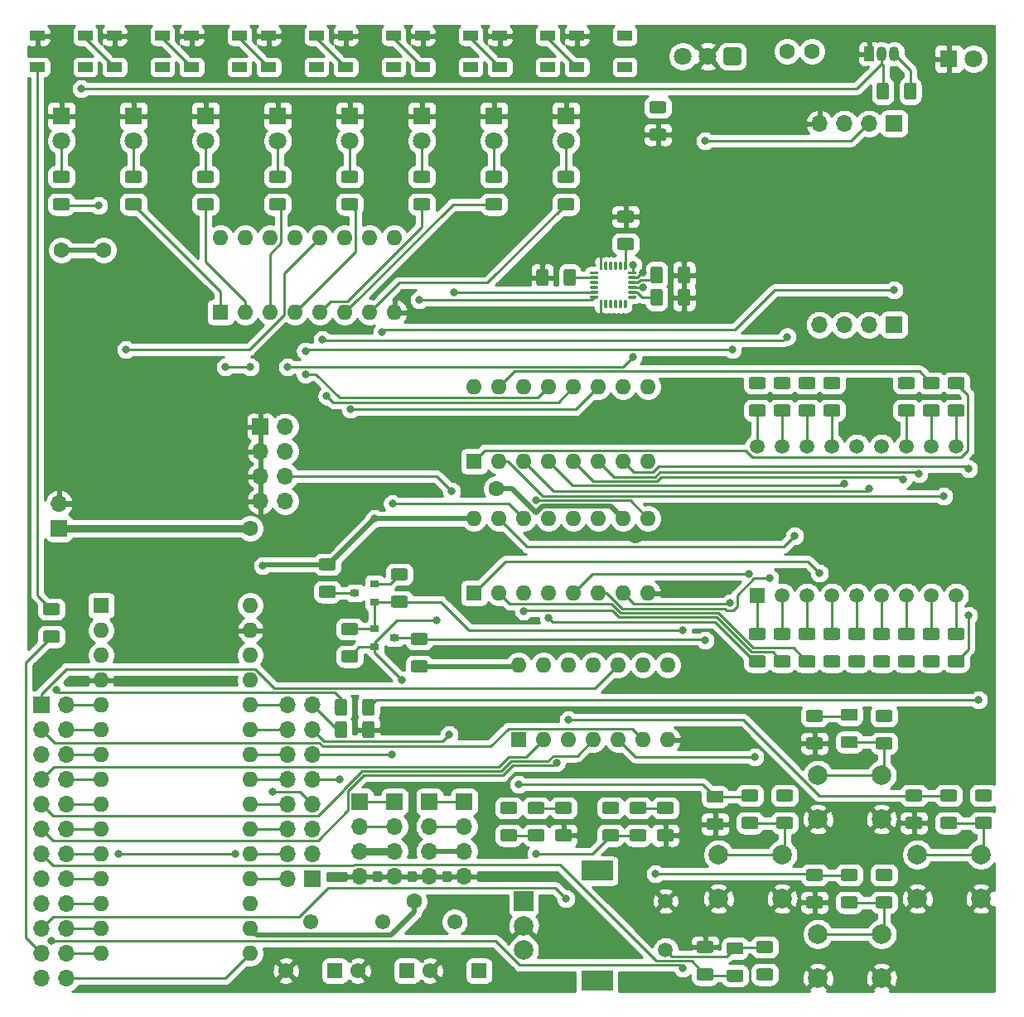
<source format=gbr>
G04 #@! TF.GenerationSoftware,KiCad,Pcbnew,(5.1.6)-1*
G04 #@! TF.CreationDate,2020-08-14T22:04:35-07:00*
G04 #@! TF.ProjectId,NanoDemo,4e616e6f-4465-46d6-9f2e-6b696361645f,rev?*
G04 #@! TF.SameCoordinates,Original*
G04 #@! TF.FileFunction,Copper,L1,Top*
G04 #@! TF.FilePolarity,Positive*
%FSLAX46Y46*%
G04 Gerber Fmt 4.6, Leading zero omitted, Abs format (unit mm)*
G04 Created by KiCad (PCBNEW (5.1.6)-1) date 2020-08-14 22:04:35*
%MOMM*%
%LPD*%
G01*
G04 APERTURE LIST*
G04 #@! TA.AperFunction,ComponentPad*
%ADD10O,1.700000X1.700000*%
G04 #@! TD*
G04 #@! TA.AperFunction,ComponentPad*
%ADD11R,1.700000X1.700000*%
G04 #@! TD*
G04 #@! TA.AperFunction,SMDPad,CuDef*
%ADD12R,0.900000X0.800000*%
G04 #@! TD*
G04 #@! TA.AperFunction,SMDPad,CuDef*
%ADD13R,1.500000X1.000000*%
G04 #@! TD*
G04 #@! TA.AperFunction,ComponentPad*
%ADD14C,1.800000*%
G04 #@! TD*
G04 #@! TA.AperFunction,ComponentPad*
%ADD15O,1.600000X1.600000*%
G04 #@! TD*
G04 #@! TA.AperFunction,ComponentPad*
%ADD16R,1.600000X1.600000*%
G04 #@! TD*
G04 #@! TA.AperFunction,ComponentPad*
%ADD17R,1.050000X1.500000*%
G04 #@! TD*
G04 #@! TA.AperFunction,ComponentPad*
%ADD18O,1.050000X1.500000*%
G04 #@! TD*
G04 #@! TA.AperFunction,ComponentPad*
%ADD19C,2.000000*%
G04 #@! TD*
G04 #@! TA.AperFunction,ComponentPad*
%ADD20C,1.550000*%
G04 #@! TD*
G04 #@! TA.AperFunction,ComponentPad*
%ADD21R,1.550000X1.550000*%
G04 #@! TD*
G04 #@! TA.AperFunction,ComponentPad*
%ADD22R,2.000000X2.000000*%
G04 #@! TD*
G04 #@! TA.AperFunction,ComponentPad*
%ADD23R,3.200000X2.000000*%
G04 #@! TD*
G04 #@! TA.AperFunction,ComponentPad*
%ADD24C,1.500000*%
G04 #@! TD*
G04 #@! TA.AperFunction,ComponentPad*
%ADD25C,1.600000*%
G04 #@! TD*
G04 #@! TA.AperFunction,ComponentPad*
%ADD26R,1.500000X1.500000*%
G04 #@! TD*
G04 #@! TA.AperFunction,ComponentPad*
%ADD27R,1.800000X1.800000*%
G04 #@! TD*
G04 #@! TA.AperFunction,ViaPad*
%ADD28C,1.600000*%
G04 #@! TD*
G04 #@! TA.AperFunction,ViaPad*
%ADD29C,0.800000*%
G04 #@! TD*
G04 #@! TA.AperFunction,Conductor*
%ADD30C,0.250000*%
G04 #@! TD*
G04 #@! TA.AperFunction,Conductor*
%ADD31C,0.750000*%
G04 #@! TD*
G04 #@! TA.AperFunction,Conductor*
%ADD32C,0.500000*%
G04 #@! TD*
G04 #@! TA.AperFunction,Conductor*
%ADD33C,0.254000*%
G04 #@! TD*
G04 APERTURE END LIST*
D10*
G04 #@! TO.P,J9,8*
G04 #@! TO.N,7SEG2_OE*
X43180000Y-65786000D03*
G04 #@! TO.P,J9,7*
G04 #@! TO.N,GND*
X40640000Y-65786000D03*
G04 #@! TO.P,J9,6*
G04 #@! TO.N,7SEG1_OE*
X43180000Y-63246000D03*
G04 #@! TO.P,J9,5*
G04 #@! TO.N,GND*
X40640000Y-63246000D03*
G04 #@! TO.P,J9,4*
G04 #@! TO.N,LED_OE*
X43180000Y-60706000D03*
G04 #@! TO.P,J9,3*
G04 #@! TO.N,GND*
X40640000Y-60706000D03*
G04 #@! TO.P,J9,2*
G04 #@! TO.N,Accl_INT*
X43180000Y-58166000D03*
D11*
G04 #@! TO.P,J9,1*
G04 #@! TO.N,GND*
X40640000Y-58166000D03*
G04 #@! TD*
D10*
G04 #@! TO.P,J8 - OLED,4*
G04 #@! TO.N,GND*
X97790000Y-27178000D03*
G04 #@! TO.P,J8 - OLED,3*
G04 #@! TO.N,VCC*
X100330000Y-27178000D03*
G04 #@! TO.P,J8 - OLED,2*
G04 #@! TO.N,I2C_Clock*
X102870000Y-27178000D03*
D11*
G04 #@! TO.P,J8 - OLED,1*
G04 #@! TO.N,I2C_Data*
X105410000Y-27178000D03*
G04 #@! TD*
G04 #@! TO.P,R46,2*
G04 #@! TO.N,VCC*
G04 #@! TA.AperFunction,SMDPad,CuDef*
G36*
G01*
X106439000Y-24501000D02*
X106439000Y-23251000D01*
G75*
G02*
X106689000Y-23001000I250000J0D01*
G01*
X107439000Y-23001000D01*
G75*
G02*
X107689000Y-23251000I0J-250000D01*
G01*
X107689000Y-24501000D01*
G75*
G02*
X107439000Y-24751000I-250000J0D01*
G01*
X106689000Y-24751000D01*
G75*
G02*
X106439000Y-24501000I0J250000D01*
G01*
G37*
G04 #@! TD.AperFunction*
G04 #@! TO.P,R46,1*
G04 #@! TO.N,TempSense*
G04 #@! TA.AperFunction,SMDPad,CuDef*
G36*
G01*
X103639000Y-24501000D02*
X103639000Y-23251000D01*
G75*
G02*
X103889000Y-23001000I250000J0D01*
G01*
X104639000Y-23001000D01*
G75*
G02*
X104889000Y-23251000I0J-250000D01*
G01*
X104889000Y-24501000D01*
G75*
G02*
X104639000Y-24751000I-250000J0D01*
G01*
X103889000Y-24751000D01*
G75*
G02*
X103639000Y-24501000I0J250000D01*
G01*
G37*
G04 #@! TD.AperFunction*
G04 #@! TD*
D10*
G04 #@! TO.P,Mech. Support,4*
G04 #@! TO.N,N/C*
X97790000Y-47752000D03*
G04 #@! TO.P,Mech. Support,3*
X100330000Y-47752000D03*
G04 #@! TO.P,Mech. Support,2*
X102870000Y-47752000D03*
D11*
G04 #@! TO.P,Mech. Support,1*
X105410000Y-47752000D03*
G04 #@! TD*
G04 #@! TO.P,U1,24*
G04 #@! TO.N,I2C_Data_3.3V*
G04 #@! TA.AperFunction,SMDPad,CuDef*
G36*
G01*
X75183000Y-44863000D02*
X75183000Y-45013000D01*
G75*
G02*
X75108000Y-45088000I-75000J0D01*
G01*
X74408000Y-45088000D01*
G75*
G02*
X74333000Y-45013000I0J75000D01*
G01*
X74333000Y-44863000D01*
G75*
G02*
X74408000Y-44788000I75000J0D01*
G01*
X75108000Y-44788000D01*
G75*
G02*
X75183000Y-44863000I0J-75000D01*
G01*
G37*
G04 #@! TD.AperFunction*
G04 #@! TO.P,U1,23*
G04 #@! TO.N,I2C_Clock_3.3V*
G04 #@! TA.AperFunction,SMDPad,CuDef*
G36*
G01*
X75183000Y-44363000D02*
X75183000Y-44513000D01*
G75*
G02*
X75108000Y-44588000I-75000J0D01*
G01*
X74408000Y-44588000D01*
G75*
G02*
X74333000Y-44513000I0J75000D01*
G01*
X74333000Y-44363000D01*
G75*
G02*
X74408000Y-44288000I75000J0D01*
G01*
X75108000Y-44288000D01*
G75*
G02*
X75183000Y-44363000I0J-75000D01*
G01*
G37*
G04 #@! TD.AperFunction*
G04 #@! TO.P,U1,22*
G04 #@! TO.N,N/C*
G04 #@! TA.AperFunction,SMDPad,CuDef*
G36*
G01*
X75183000Y-43863000D02*
X75183000Y-44013000D01*
G75*
G02*
X75108000Y-44088000I-75000J0D01*
G01*
X74408000Y-44088000D01*
G75*
G02*
X74333000Y-44013000I0J75000D01*
G01*
X74333000Y-43863000D01*
G75*
G02*
X74408000Y-43788000I75000J0D01*
G01*
X75108000Y-43788000D01*
G75*
G02*
X75183000Y-43863000I0J-75000D01*
G01*
G37*
G04 #@! TD.AperFunction*
G04 #@! TO.P,U1,21*
G04 #@! TA.AperFunction,SMDPad,CuDef*
G36*
G01*
X75183000Y-43363000D02*
X75183000Y-43513000D01*
G75*
G02*
X75108000Y-43588000I-75000J0D01*
G01*
X74408000Y-43588000D01*
G75*
G02*
X74333000Y-43513000I0J75000D01*
G01*
X74333000Y-43363000D01*
G75*
G02*
X74408000Y-43288000I75000J0D01*
G01*
X75108000Y-43288000D01*
G75*
G02*
X75183000Y-43363000I0J-75000D01*
G01*
G37*
G04 #@! TD.AperFunction*
G04 #@! TO.P,U1,20*
G04 #@! TO.N,Net-(C11-Pad2)*
G04 #@! TA.AperFunction,SMDPad,CuDef*
G36*
G01*
X75183000Y-42863000D02*
X75183000Y-43013000D01*
G75*
G02*
X75108000Y-43088000I-75000J0D01*
G01*
X74408000Y-43088000D01*
G75*
G02*
X74333000Y-43013000I0J75000D01*
G01*
X74333000Y-42863000D01*
G75*
G02*
X74408000Y-42788000I75000J0D01*
G01*
X75108000Y-42788000D01*
G75*
G02*
X75183000Y-42863000I0J-75000D01*
G01*
G37*
G04 #@! TD.AperFunction*
G04 #@! TO.P,U1,19*
G04 #@! TO.N,N/C*
G04 #@! TA.AperFunction,SMDPad,CuDef*
G36*
G01*
X75183000Y-42363000D02*
X75183000Y-42513000D01*
G75*
G02*
X75108000Y-42588000I-75000J0D01*
G01*
X74408000Y-42588000D01*
G75*
G02*
X74333000Y-42513000I0J75000D01*
G01*
X74333000Y-42363000D01*
G75*
G02*
X74408000Y-42288000I75000J0D01*
G01*
X75108000Y-42288000D01*
G75*
G02*
X75183000Y-42363000I0J-75000D01*
G01*
G37*
G04 #@! TD.AperFunction*
G04 #@! TO.P,U1,18*
G04 #@! TO.N,GND*
G04 #@! TA.AperFunction,SMDPad,CuDef*
G36*
G01*
X75533000Y-42163000D02*
X75383000Y-42163000D01*
G75*
G02*
X75308000Y-42088000I0J75000D01*
G01*
X75308000Y-41388000D01*
G75*
G02*
X75383000Y-41313000I75000J0D01*
G01*
X75533000Y-41313000D01*
G75*
G02*
X75608000Y-41388000I0J-75000D01*
G01*
X75608000Y-42088000D01*
G75*
G02*
X75533000Y-42163000I-75000J0D01*
G01*
G37*
G04 #@! TD.AperFunction*
G04 #@! TO.P,U1,17*
G04 #@! TO.N,N/C*
G04 #@! TA.AperFunction,SMDPad,CuDef*
G36*
G01*
X76033000Y-42163000D02*
X75883000Y-42163000D01*
G75*
G02*
X75808000Y-42088000I0J75000D01*
G01*
X75808000Y-41388000D01*
G75*
G02*
X75883000Y-41313000I75000J0D01*
G01*
X76033000Y-41313000D01*
G75*
G02*
X76108000Y-41388000I0J-75000D01*
G01*
X76108000Y-42088000D01*
G75*
G02*
X76033000Y-42163000I-75000J0D01*
G01*
G37*
G04 #@! TD.AperFunction*
G04 #@! TO.P,U1,16*
G04 #@! TA.AperFunction,SMDPad,CuDef*
G36*
G01*
X76533000Y-42163000D02*
X76383000Y-42163000D01*
G75*
G02*
X76308000Y-42088000I0J75000D01*
G01*
X76308000Y-41388000D01*
G75*
G02*
X76383000Y-41313000I75000J0D01*
G01*
X76533000Y-41313000D01*
G75*
G02*
X76608000Y-41388000I0J-75000D01*
G01*
X76608000Y-42088000D01*
G75*
G02*
X76533000Y-42163000I-75000J0D01*
G01*
G37*
G04 #@! TD.AperFunction*
G04 #@! TO.P,U1,15*
G04 #@! TA.AperFunction,SMDPad,CuDef*
G36*
G01*
X77033000Y-42163000D02*
X76883000Y-42163000D01*
G75*
G02*
X76808000Y-42088000I0J75000D01*
G01*
X76808000Y-41388000D01*
G75*
G02*
X76883000Y-41313000I75000J0D01*
G01*
X77033000Y-41313000D01*
G75*
G02*
X77108000Y-41388000I0J-75000D01*
G01*
X77108000Y-42088000D01*
G75*
G02*
X77033000Y-42163000I-75000J0D01*
G01*
G37*
G04 #@! TD.AperFunction*
G04 #@! TO.P,U1,14*
G04 #@! TA.AperFunction,SMDPad,CuDef*
G36*
G01*
X77533000Y-42163000D02*
X77383000Y-42163000D01*
G75*
G02*
X77308000Y-42088000I0J75000D01*
G01*
X77308000Y-41388000D01*
G75*
G02*
X77383000Y-41313000I75000J0D01*
G01*
X77533000Y-41313000D01*
G75*
G02*
X77608000Y-41388000I0J-75000D01*
G01*
X77608000Y-42088000D01*
G75*
G02*
X77533000Y-42163000I-75000J0D01*
G01*
G37*
G04 #@! TD.AperFunction*
G04 #@! TO.P,U1,13*
G04 #@! TO.N,3.3V*
G04 #@! TA.AperFunction,SMDPad,CuDef*
G36*
G01*
X78033000Y-42163000D02*
X77883000Y-42163000D01*
G75*
G02*
X77808000Y-42088000I0J75000D01*
G01*
X77808000Y-41388000D01*
G75*
G02*
X77883000Y-41313000I75000J0D01*
G01*
X78033000Y-41313000D01*
G75*
G02*
X78108000Y-41388000I0J-75000D01*
G01*
X78108000Y-42088000D01*
G75*
G02*
X78033000Y-42163000I-75000J0D01*
G01*
G37*
G04 #@! TD.AperFunction*
G04 #@! TO.P,U1,12*
G04 #@! TO.N,Accl_INT*
G04 #@! TA.AperFunction,SMDPad,CuDef*
G36*
G01*
X79083000Y-42363000D02*
X79083000Y-42513000D01*
G75*
G02*
X79008000Y-42588000I-75000J0D01*
G01*
X78308000Y-42588000D01*
G75*
G02*
X78233000Y-42513000I0J75000D01*
G01*
X78233000Y-42363000D01*
G75*
G02*
X78308000Y-42288000I75000J0D01*
G01*
X79008000Y-42288000D01*
G75*
G02*
X79083000Y-42363000I0J-75000D01*
G01*
G37*
G04 #@! TD.AperFunction*
G04 #@! TO.P,U1,11*
G04 #@! TO.N,GND*
G04 #@! TA.AperFunction,SMDPad,CuDef*
G36*
G01*
X79083000Y-42863000D02*
X79083000Y-43013000D01*
G75*
G02*
X79008000Y-43088000I-75000J0D01*
G01*
X78308000Y-43088000D01*
G75*
G02*
X78233000Y-43013000I0J75000D01*
G01*
X78233000Y-42863000D01*
G75*
G02*
X78308000Y-42788000I75000J0D01*
G01*
X79008000Y-42788000D01*
G75*
G02*
X79083000Y-42863000I0J-75000D01*
G01*
G37*
G04 #@! TD.AperFunction*
G04 #@! TO.P,U1,10*
G04 #@! TO.N,Net-(C10-Pad1)*
G04 #@! TA.AperFunction,SMDPad,CuDef*
G36*
G01*
X79083000Y-43363000D02*
X79083000Y-43513000D01*
G75*
G02*
X79008000Y-43588000I-75000J0D01*
G01*
X78308000Y-43588000D01*
G75*
G02*
X78233000Y-43513000I0J75000D01*
G01*
X78233000Y-43363000D01*
G75*
G02*
X78308000Y-43288000I75000J0D01*
G01*
X79008000Y-43288000D01*
G75*
G02*
X79083000Y-43363000I0J-75000D01*
G01*
G37*
G04 #@! TD.AperFunction*
G04 #@! TO.P,U1,9*
G04 #@! TO.N,GND*
G04 #@! TA.AperFunction,SMDPad,CuDef*
G36*
G01*
X79083000Y-43863000D02*
X79083000Y-44013000D01*
G75*
G02*
X79008000Y-44088000I-75000J0D01*
G01*
X78308000Y-44088000D01*
G75*
G02*
X78233000Y-44013000I0J75000D01*
G01*
X78233000Y-43863000D01*
G75*
G02*
X78308000Y-43788000I75000J0D01*
G01*
X79008000Y-43788000D01*
G75*
G02*
X79083000Y-43863000I0J-75000D01*
G01*
G37*
G04 #@! TD.AperFunction*
G04 #@! TO.P,U1,8*
G04 #@! TO.N,3.3V*
G04 #@! TA.AperFunction,SMDPad,CuDef*
G36*
G01*
X79083000Y-44363000D02*
X79083000Y-44513000D01*
G75*
G02*
X79008000Y-44588000I-75000J0D01*
G01*
X78308000Y-44588000D01*
G75*
G02*
X78233000Y-44513000I0J75000D01*
G01*
X78233000Y-44363000D01*
G75*
G02*
X78308000Y-44288000I75000J0D01*
G01*
X79008000Y-44288000D01*
G75*
G02*
X79083000Y-44363000I0J-75000D01*
G01*
G37*
G04 #@! TD.AperFunction*
G04 #@! TO.P,U1,7*
G04 #@! TO.N,Net-(U1-Pad7)*
G04 #@! TA.AperFunction,SMDPad,CuDef*
G36*
G01*
X79083000Y-44863000D02*
X79083000Y-45013000D01*
G75*
G02*
X79008000Y-45088000I-75000J0D01*
G01*
X78308000Y-45088000D01*
G75*
G02*
X78233000Y-45013000I0J75000D01*
G01*
X78233000Y-44863000D01*
G75*
G02*
X78308000Y-44788000I75000J0D01*
G01*
X79008000Y-44788000D01*
G75*
G02*
X79083000Y-44863000I0J-75000D01*
G01*
G37*
G04 #@! TD.AperFunction*
G04 #@! TO.P,U1,6*
G04 #@! TO.N,Net-(U1-Pad6)*
G04 #@! TA.AperFunction,SMDPad,CuDef*
G36*
G01*
X78033000Y-46063000D02*
X77883000Y-46063000D01*
G75*
G02*
X77808000Y-45988000I0J75000D01*
G01*
X77808000Y-45288000D01*
G75*
G02*
X77883000Y-45213000I75000J0D01*
G01*
X78033000Y-45213000D01*
G75*
G02*
X78108000Y-45288000I0J-75000D01*
G01*
X78108000Y-45988000D01*
G75*
G02*
X78033000Y-46063000I-75000J0D01*
G01*
G37*
G04 #@! TD.AperFunction*
G04 #@! TO.P,U1,5*
G04 #@! TO.N,N/C*
G04 #@! TA.AperFunction,SMDPad,CuDef*
G36*
G01*
X77533000Y-46063000D02*
X77383000Y-46063000D01*
G75*
G02*
X77308000Y-45988000I0J75000D01*
G01*
X77308000Y-45288000D01*
G75*
G02*
X77383000Y-45213000I75000J0D01*
G01*
X77533000Y-45213000D01*
G75*
G02*
X77608000Y-45288000I0J-75000D01*
G01*
X77608000Y-45988000D01*
G75*
G02*
X77533000Y-46063000I-75000J0D01*
G01*
G37*
G04 #@! TD.AperFunction*
G04 #@! TO.P,U1,4*
G04 #@! TA.AperFunction,SMDPad,CuDef*
G36*
G01*
X77033000Y-46063000D02*
X76883000Y-46063000D01*
G75*
G02*
X76808000Y-45988000I0J75000D01*
G01*
X76808000Y-45288000D01*
G75*
G02*
X76883000Y-45213000I75000J0D01*
G01*
X77033000Y-45213000D01*
G75*
G02*
X77108000Y-45288000I0J-75000D01*
G01*
X77108000Y-45988000D01*
G75*
G02*
X77033000Y-46063000I-75000J0D01*
G01*
G37*
G04 #@! TD.AperFunction*
G04 #@! TO.P,U1,3*
G04 #@! TA.AperFunction,SMDPad,CuDef*
G36*
G01*
X76533000Y-46063000D02*
X76383000Y-46063000D01*
G75*
G02*
X76308000Y-45988000I0J75000D01*
G01*
X76308000Y-45288000D01*
G75*
G02*
X76383000Y-45213000I75000J0D01*
G01*
X76533000Y-45213000D01*
G75*
G02*
X76608000Y-45288000I0J-75000D01*
G01*
X76608000Y-45988000D01*
G75*
G02*
X76533000Y-46063000I-75000J0D01*
G01*
G37*
G04 #@! TD.AperFunction*
G04 #@! TO.P,U1,2*
G04 #@! TA.AperFunction,SMDPad,CuDef*
G36*
G01*
X76033000Y-46063000D02*
X75883000Y-46063000D01*
G75*
G02*
X75808000Y-45988000I0J75000D01*
G01*
X75808000Y-45288000D01*
G75*
G02*
X75883000Y-45213000I75000J0D01*
G01*
X76033000Y-45213000D01*
G75*
G02*
X76108000Y-45288000I0J-75000D01*
G01*
X76108000Y-45988000D01*
G75*
G02*
X76033000Y-46063000I-75000J0D01*
G01*
G37*
G04 #@! TD.AperFunction*
G04 #@! TO.P,U1,1*
G04 #@! TO.N,GND*
G04 #@! TA.AperFunction,SMDPad,CuDef*
G36*
G01*
X75533000Y-46063000D02*
X75383000Y-46063000D01*
G75*
G02*
X75308000Y-45988000I0J75000D01*
G01*
X75308000Y-45288000D01*
G75*
G02*
X75383000Y-45213000I75000J0D01*
G01*
X75533000Y-45213000D01*
G75*
G02*
X75608000Y-45288000I0J-75000D01*
G01*
X75608000Y-45988000D01*
G75*
G02*
X75533000Y-46063000I-75000J0D01*
G01*
G37*
G04 #@! TD.AperFunction*
G04 #@! TD*
G04 #@! TO.P,R20,2*
G04 #@! TO.N,I2C_Clock*
G04 #@! TA.AperFunction,SMDPad,CuDef*
G36*
G01*
X57521000Y-80505000D02*
X56271000Y-80505000D01*
G75*
G02*
X56021000Y-80255000I0J250000D01*
G01*
X56021000Y-79505000D01*
G75*
G02*
X56271000Y-79255000I250000J0D01*
G01*
X57521000Y-79255000D01*
G75*
G02*
X57771000Y-79505000I0J-250000D01*
G01*
X57771000Y-80255000D01*
G75*
G02*
X57521000Y-80505000I-250000J0D01*
G01*
G37*
G04 #@! TD.AperFunction*
G04 #@! TO.P,R20,1*
G04 #@! TO.N,VCC*
G04 #@! TA.AperFunction,SMDPad,CuDef*
G36*
G01*
X57521000Y-83305000D02*
X56271000Y-83305000D01*
G75*
G02*
X56021000Y-83055000I0J250000D01*
G01*
X56021000Y-82305000D01*
G75*
G02*
X56271000Y-82055000I250000J0D01*
G01*
X57521000Y-82055000D01*
G75*
G02*
X57771000Y-82305000I0J-250000D01*
G01*
X57771000Y-83055000D01*
G75*
G02*
X57521000Y-83305000I-250000J0D01*
G01*
G37*
G04 #@! TD.AperFunction*
G04 #@! TD*
G04 #@! TO.P,R19,2*
G04 #@! TO.N,I2C_Clock_3.3V*
G04 #@! TA.AperFunction,SMDPad,CuDef*
G36*
G01*
X49159000Y-81039000D02*
X50409000Y-81039000D01*
G75*
G02*
X50659000Y-81289000I0J-250000D01*
G01*
X50659000Y-82039000D01*
G75*
G02*
X50409000Y-82289000I-250000J0D01*
G01*
X49159000Y-82289000D01*
G75*
G02*
X48909000Y-82039000I0J250000D01*
G01*
X48909000Y-81289000D01*
G75*
G02*
X49159000Y-81039000I250000J0D01*
G01*
G37*
G04 #@! TD.AperFunction*
G04 #@! TO.P,R19,1*
G04 #@! TO.N,3.3V*
G04 #@! TA.AperFunction,SMDPad,CuDef*
G36*
G01*
X49159000Y-78239000D02*
X50409000Y-78239000D01*
G75*
G02*
X50659000Y-78489000I0J-250000D01*
G01*
X50659000Y-79239000D01*
G75*
G02*
X50409000Y-79489000I-250000J0D01*
G01*
X49159000Y-79489000D01*
G75*
G02*
X48909000Y-79239000I0J250000D01*
G01*
X48909000Y-78489000D01*
G75*
G02*
X49159000Y-78239000I250000J0D01*
G01*
G37*
G04 #@! TD.AperFunction*
G04 #@! TD*
G04 #@! TO.P,R18,2*
G04 #@! TO.N,I2C_Data*
G04 #@! TA.AperFunction,SMDPad,CuDef*
G36*
G01*
X46873000Y-74435000D02*
X48123000Y-74435000D01*
G75*
G02*
X48373000Y-74685000I0J-250000D01*
G01*
X48373000Y-75435000D01*
G75*
G02*
X48123000Y-75685000I-250000J0D01*
G01*
X46873000Y-75685000D01*
G75*
G02*
X46623000Y-75435000I0J250000D01*
G01*
X46623000Y-74685000D01*
G75*
G02*
X46873000Y-74435000I250000J0D01*
G01*
G37*
G04 #@! TD.AperFunction*
G04 #@! TO.P,R18,1*
G04 #@! TO.N,VCC*
G04 #@! TA.AperFunction,SMDPad,CuDef*
G36*
G01*
X46873000Y-71635000D02*
X48123000Y-71635000D01*
G75*
G02*
X48373000Y-71885000I0J-250000D01*
G01*
X48373000Y-72635000D01*
G75*
G02*
X48123000Y-72885000I-250000J0D01*
G01*
X46873000Y-72885000D01*
G75*
G02*
X46623000Y-72635000I0J250000D01*
G01*
X46623000Y-71885000D01*
G75*
G02*
X46873000Y-71635000I250000J0D01*
G01*
G37*
G04 #@! TD.AperFunction*
G04 #@! TD*
G04 #@! TO.P,R17,2*
G04 #@! TO.N,I2C_Data_3.3V*
G04 #@! TA.AperFunction,SMDPad,CuDef*
G36*
G01*
X55489000Y-73901000D02*
X54239000Y-73901000D01*
G75*
G02*
X53989000Y-73651000I0J250000D01*
G01*
X53989000Y-72901000D01*
G75*
G02*
X54239000Y-72651000I250000J0D01*
G01*
X55489000Y-72651000D01*
G75*
G02*
X55739000Y-72901000I0J-250000D01*
G01*
X55739000Y-73651000D01*
G75*
G02*
X55489000Y-73901000I-250000J0D01*
G01*
G37*
G04 #@! TD.AperFunction*
G04 #@! TO.P,R17,1*
G04 #@! TO.N,3.3V*
G04 #@! TA.AperFunction,SMDPad,CuDef*
G36*
G01*
X55489000Y-76701000D02*
X54239000Y-76701000D01*
G75*
G02*
X53989000Y-76451000I0J250000D01*
G01*
X53989000Y-75701000D01*
G75*
G02*
X54239000Y-75451000I250000J0D01*
G01*
X55489000Y-75451000D01*
G75*
G02*
X55739000Y-75701000I0J-250000D01*
G01*
X55739000Y-76451000D01*
G75*
G02*
X55489000Y-76701000I-250000J0D01*
G01*
G37*
G04 #@! TD.AperFunction*
G04 #@! TD*
D12*
G04 #@! TO.P,Q2,3*
G04 #@! TO.N,I2C_Clock*
X54340000Y-79756000D03*
G04 #@! TO.P,Q2,2*
G04 #@! TO.N,I2C_Clock_3.3V*
X52340000Y-80706000D03*
G04 #@! TO.P,Q2,1*
G04 #@! TO.N,3.3V*
X52340000Y-78806000D03*
G04 #@! TD*
G04 #@! TO.P,Q1,3*
G04 #@! TO.N,I2C_Data*
X50308000Y-75184000D03*
G04 #@! TO.P,Q1,2*
G04 #@! TO.N,I2C_Data_3.3V*
X52308000Y-74234000D03*
G04 #@! TO.P,Q1,1*
G04 #@! TO.N,3.3V*
X52308000Y-76134000D03*
G04 #@! TD*
G04 #@! TO.P,C10,2*
G04 #@! TO.N,GND*
G04 #@! TA.AperFunction,SMDPad,CuDef*
G36*
G01*
X83325000Y-43297000D02*
X83325000Y-42047000D01*
G75*
G02*
X83575000Y-41797000I250000J0D01*
G01*
X84325000Y-41797000D01*
G75*
G02*
X84575000Y-42047000I0J-250000D01*
G01*
X84575000Y-43297000D01*
G75*
G02*
X84325000Y-43547000I-250000J0D01*
G01*
X83575000Y-43547000D01*
G75*
G02*
X83325000Y-43297000I0J250000D01*
G01*
G37*
G04 #@! TD.AperFunction*
G04 #@! TO.P,C10,1*
G04 #@! TO.N,Net-(C10-Pad1)*
G04 #@! TA.AperFunction,SMDPad,CuDef*
G36*
G01*
X80525000Y-43297000D02*
X80525000Y-42047000D01*
G75*
G02*
X80775000Y-41797000I250000J0D01*
G01*
X81525000Y-41797000D01*
G75*
G02*
X81775000Y-42047000I0J-250000D01*
G01*
X81775000Y-43297000D01*
G75*
G02*
X81525000Y-43547000I-250000J0D01*
G01*
X80775000Y-43547000D01*
G75*
G02*
X80525000Y-43297000I0J250000D01*
G01*
G37*
G04 #@! TD.AperFunction*
G04 #@! TD*
G04 #@! TO.P,C11,2*
G04 #@! TO.N,Net-(C11-Pad2)*
G04 #@! TA.AperFunction,SMDPad,CuDef*
G36*
G01*
X71641000Y-43551000D02*
X71641000Y-42301000D01*
G75*
G02*
X71891000Y-42051000I250000J0D01*
G01*
X72641000Y-42051000D01*
G75*
G02*
X72891000Y-42301000I0J-250000D01*
G01*
X72891000Y-43551000D01*
G75*
G02*
X72641000Y-43801000I-250000J0D01*
G01*
X71891000Y-43801000D01*
G75*
G02*
X71641000Y-43551000I0J250000D01*
G01*
G37*
G04 #@! TD.AperFunction*
G04 #@! TO.P,C11,1*
G04 #@! TO.N,GND*
G04 #@! TA.AperFunction,SMDPad,CuDef*
G36*
G01*
X68841000Y-43551000D02*
X68841000Y-42301000D01*
G75*
G02*
X69091000Y-42051000I250000J0D01*
G01*
X69841000Y-42051000D01*
G75*
G02*
X70091000Y-42301000I0J-250000D01*
G01*
X70091000Y-43551000D01*
G75*
G02*
X69841000Y-43801000I-250000J0D01*
G01*
X69091000Y-43801000D01*
G75*
G02*
X68841000Y-43551000I0J250000D01*
G01*
G37*
G04 #@! TD.AperFunction*
G04 #@! TD*
G04 #@! TO.P,C9,2*
G04 #@! TO.N,3.3V*
G04 #@! TA.AperFunction,SMDPad,CuDef*
G36*
G01*
X77353000Y-38875000D02*
X78603000Y-38875000D01*
G75*
G02*
X78853000Y-39125000I0J-250000D01*
G01*
X78853000Y-39875000D01*
G75*
G02*
X78603000Y-40125000I-250000J0D01*
G01*
X77353000Y-40125000D01*
G75*
G02*
X77103000Y-39875000I0J250000D01*
G01*
X77103000Y-39125000D01*
G75*
G02*
X77353000Y-38875000I250000J0D01*
G01*
G37*
G04 #@! TD.AperFunction*
G04 #@! TO.P,C9,1*
G04 #@! TO.N,GND*
G04 #@! TA.AperFunction,SMDPad,CuDef*
G36*
G01*
X77353000Y-36075000D02*
X78603000Y-36075000D01*
G75*
G02*
X78853000Y-36325000I0J-250000D01*
G01*
X78853000Y-37075000D01*
G75*
G02*
X78603000Y-37325000I-250000J0D01*
G01*
X77353000Y-37325000D01*
G75*
G02*
X77103000Y-37075000I0J250000D01*
G01*
X77103000Y-36325000D01*
G75*
G02*
X77353000Y-36075000I250000J0D01*
G01*
G37*
G04 #@! TD.AperFunction*
G04 #@! TD*
G04 #@! TO.P,C12,2*
G04 #@! TO.N,3.3V*
G04 #@! TA.AperFunction,SMDPad,CuDef*
G36*
G01*
X81775000Y-44333000D02*
X81775000Y-45583000D01*
G75*
G02*
X81525000Y-45833000I-250000J0D01*
G01*
X80775000Y-45833000D01*
G75*
G02*
X80525000Y-45583000I0J250000D01*
G01*
X80525000Y-44333000D01*
G75*
G02*
X80775000Y-44083000I250000J0D01*
G01*
X81525000Y-44083000D01*
G75*
G02*
X81775000Y-44333000I0J-250000D01*
G01*
G37*
G04 #@! TD.AperFunction*
G04 #@! TO.P,C12,1*
G04 #@! TO.N,GND*
G04 #@! TA.AperFunction,SMDPad,CuDef*
G36*
G01*
X84575000Y-44333000D02*
X84575000Y-45583000D01*
G75*
G02*
X84325000Y-45833000I-250000J0D01*
G01*
X83575000Y-45833000D01*
G75*
G02*
X83325000Y-45583000I0J250000D01*
G01*
X83325000Y-44333000D01*
G75*
G02*
X83575000Y-44083000I250000J0D01*
G01*
X84325000Y-44083000D01*
G75*
G02*
X84575000Y-44333000I0J-250000D01*
G01*
G37*
G04 #@! TD.AperFunction*
G04 #@! TD*
D13*
G04 #@! TO.P,D1,1*
G04 #@! TO.N,VCC*
X22770000Y-21412000D03*
G04 #@! TO.P,D1,2*
G04 #@! TO.N,Net-(D1-Pad2)*
X22770000Y-18212000D03*
G04 #@! TO.P,D1,4*
G04 #@! TO.N,Net-(D1-Pad4)*
X17870000Y-21412000D03*
G04 #@! TO.P,D1,3*
G04 #@! TO.N,GND*
X17870000Y-18212000D03*
G04 #@! TD*
G04 #@! TO.P,D8,1*
G04 #@! TO.N,VCC*
X77888000Y-21412000D03*
G04 #@! TO.P,D8,2*
G04 #@! TO.N,Net-(D8-Pad2)*
X77888000Y-18212000D03*
G04 #@! TO.P,D8,4*
G04 #@! TO.N,Net-(D7-Pad2)*
X72988000Y-21412000D03*
G04 #@! TO.P,D8,3*
G04 #@! TO.N,GND*
X72988000Y-18212000D03*
G04 #@! TD*
G04 #@! TO.P,D7,1*
G04 #@! TO.N,VCC*
X70014000Y-21412000D03*
G04 #@! TO.P,D7,2*
G04 #@! TO.N,Net-(D7-Pad2)*
X70014000Y-18212000D03*
G04 #@! TO.P,D7,4*
G04 #@! TO.N,Net-(D6-Pad2)*
X65114000Y-21412000D03*
G04 #@! TO.P,D7,3*
G04 #@! TO.N,GND*
X65114000Y-18212000D03*
G04 #@! TD*
G04 #@! TO.P,D6,1*
G04 #@! TO.N,VCC*
X62140000Y-21412000D03*
G04 #@! TO.P,D6,2*
G04 #@! TO.N,Net-(D6-Pad2)*
X62140000Y-18212000D03*
G04 #@! TO.P,D6,4*
G04 #@! TO.N,Net-(D5-Pad2)*
X57240000Y-21412000D03*
G04 #@! TO.P,D6,3*
G04 #@! TO.N,GND*
X57240000Y-18212000D03*
G04 #@! TD*
G04 #@! TO.P,D5,1*
G04 #@! TO.N,VCC*
X54266000Y-21412000D03*
G04 #@! TO.P,D5,2*
G04 #@! TO.N,Net-(D5-Pad2)*
X54266000Y-18212000D03*
G04 #@! TO.P,D5,4*
G04 #@! TO.N,Net-(D4-Pad2)*
X49366000Y-21412000D03*
G04 #@! TO.P,D5,3*
G04 #@! TO.N,GND*
X49366000Y-18212000D03*
G04 #@! TD*
G04 #@! TO.P,D4,1*
G04 #@! TO.N,VCC*
X46392000Y-21412000D03*
G04 #@! TO.P,D4,2*
G04 #@! TO.N,Net-(D4-Pad2)*
X46392000Y-18212000D03*
G04 #@! TO.P,D4,4*
G04 #@! TO.N,Net-(D3-Pad2)*
X41492000Y-21412000D03*
G04 #@! TO.P,D4,3*
G04 #@! TO.N,GND*
X41492000Y-18212000D03*
G04 #@! TD*
G04 #@! TO.P,D3,1*
G04 #@! TO.N,VCC*
X38518000Y-21412000D03*
G04 #@! TO.P,D3,2*
G04 #@! TO.N,Net-(D3-Pad2)*
X38518000Y-18212000D03*
G04 #@! TO.P,D3,4*
G04 #@! TO.N,Net-(D2-Pad2)*
X33618000Y-21412000D03*
G04 #@! TO.P,D3,3*
G04 #@! TO.N,GND*
X33618000Y-18212000D03*
G04 #@! TD*
G04 #@! TO.P,D2,1*
G04 #@! TO.N,VCC*
X30644000Y-21412000D03*
G04 #@! TO.P,D2,2*
G04 #@! TO.N,Net-(D2-Pad2)*
X30644000Y-18212000D03*
G04 #@! TO.P,D2,4*
G04 #@! TO.N,Net-(D1-Pad2)*
X25744000Y-21412000D03*
G04 #@! TO.P,D2,3*
G04 #@! TO.N,GND*
X25744000Y-18212000D03*
G04 #@! TD*
D10*
G04 #@! TO.P,J7,2*
G04 #@! TO.N,GND*
X20066000Y-66040000D03*
D11*
G04 #@! TO.P,J7,1*
G04 #@! TO.N,VIN*
X20066000Y-68580000D03*
G04 #@! TD*
D14*
G04 #@! TO.P,U8,3*
G04 #@! TO.N,VCC*
X83820000Y-20320000D03*
G04 #@! TO.P,U8,2*
G04 #@! TO.N,GND*
X86360000Y-20320000D03*
G04 #@! TO.P,U8,1*
G04 #@! TO.N,IR_Rx*
G04 #@! TA.AperFunction,ComponentPad*
G36*
G01*
X89800000Y-19670200D02*
X89800000Y-20969800D01*
G75*
G02*
X89549800Y-21220000I-250200J0D01*
G01*
X88250200Y-21220000D01*
G75*
G02*
X88000000Y-20969800I0J250200D01*
G01*
X88000000Y-19670200D01*
G75*
G02*
X88250200Y-19420000I250200J0D01*
G01*
X89549800Y-19420000D01*
G75*
G02*
X89800000Y-19670200I0J-250200D01*
G01*
G37*
G04 #@! TD.AperFunction*
G04 #@! TD*
D15*
G04 #@! TO.P,U4,16*
G04 #@! TO.N,VCC*
X62484000Y-54102000D03*
G04 #@! TO.P,U4,8*
G04 #@! TO.N,GND*
X80264000Y-61722000D03*
G04 #@! TO.P,U4,15*
G04 #@! TO.N,Net-(R37-Pad2)*
X65024000Y-54102000D03*
G04 #@! TO.P,U4,7*
G04 #@! TO.N,Net-(R44-Pad2)*
X77724000Y-61722000D03*
G04 #@! TO.P,U4,14*
G04 #@! TO.N,Net-(U3-Pad9)*
X67564000Y-54102000D03*
G04 #@! TO.P,U4,6*
G04 #@! TO.N,Net-(R43-Pad2)*
X75184000Y-61722000D03*
G04 #@! TO.P,U4,13*
G04 #@! TO.N,7SEG2_OE*
X70104000Y-54102000D03*
G04 #@! TO.P,U4,5*
G04 #@! TO.N,Net-(R42-Pad2)*
X72644000Y-61722000D03*
G04 #@! TO.P,U4,12*
G04 #@! TO.N,RCLK*
X72644000Y-54102000D03*
G04 #@! TO.P,U4,4*
G04 #@! TO.N,Net-(R41-Pad2)*
X70104000Y-61722000D03*
G04 #@! TO.P,U4,11*
G04 #@! TO.N,SRCLK*
X75184000Y-54102000D03*
G04 #@! TO.P,U4,3*
G04 #@! TO.N,Net-(R40-Pad2)*
X67564000Y-61722000D03*
G04 #@! TO.P,U4,10*
G04 #@! TO.N,VCC*
X77724000Y-54102000D03*
G04 #@! TO.P,U4,2*
G04 #@! TO.N,Net-(R39-Pad2)*
X65024000Y-61722000D03*
G04 #@! TO.P,U4,9*
G04 #@! TO.N,Net-(U4-Pad9)*
X80264000Y-54102000D03*
D16*
G04 #@! TO.P,U4,1*
G04 #@! TO.N,Net-(R38-Pad2)*
X62484000Y-61722000D03*
G04 #@! TD*
D15*
G04 #@! TO.P,U3,16*
G04 #@! TO.N,VCC*
X62484000Y-67564000D03*
G04 #@! TO.P,U3,8*
G04 #@! TO.N,GND*
X80264000Y-75184000D03*
G04 #@! TO.P,U3,15*
G04 #@! TO.N,Net-(R29-Pad2)*
X65024000Y-67564000D03*
G04 #@! TO.P,U3,7*
G04 #@! TO.N,Net-(R36-Pad2)*
X77724000Y-75184000D03*
G04 #@! TO.P,U3,14*
G04 #@! TO.N,7SegData*
X67564000Y-67564000D03*
G04 #@! TO.P,U3,6*
G04 #@! TO.N,Net-(R35-Pad2)*
X75184000Y-75184000D03*
G04 #@! TO.P,U3,13*
G04 #@! TO.N,7SEG1_OE*
X70104000Y-67564000D03*
G04 #@! TO.P,U3,5*
G04 #@! TO.N,Net-(R34-Pad2)*
X72644000Y-75184000D03*
G04 #@! TO.P,U3,12*
G04 #@! TO.N,RCLK*
X72644000Y-67564000D03*
G04 #@! TO.P,U3,4*
G04 #@! TO.N,Net-(R33-Pad2)*
X70104000Y-75184000D03*
G04 #@! TO.P,U3,11*
G04 #@! TO.N,SRCLK*
X75184000Y-67564000D03*
G04 #@! TO.P,U3,3*
G04 #@! TO.N,Net-(R32-Pad2)*
X67564000Y-75184000D03*
G04 #@! TO.P,U3,10*
G04 #@! TO.N,VCC*
X77724000Y-67564000D03*
G04 #@! TO.P,U3,2*
G04 #@! TO.N,Net-(R31-Pad2)*
X65024000Y-75184000D03*
G04 #@! TO.P,U3,9*
G04 #@! TO.N,Net-(U3-Pad9)*
X80264000Y-67564000D03*
D16*
G04 #@! TO.P,U3,1*
G04 #@! TO.N,Net-(R30-Pad2)*
X62484000Y-75184000D03*
G04 #@! TD*
D15*
G04 #@! TO.P,U2,16*
G04 #@! TO.N,VCC*
X36576000Y-38862000D03*
G04 #@! TO.P,U2,8*
G04 #@! TO.N,GND*
X54356000Y-46482000D03*
G04 #@! TO.P,U2,15*
G04 #@! TO.N,Net-(R21-Pad2)*
X39116000Y-38862000D03*
G04 #@! TO.P,U2,7*
G04 #@! TO.N,Net-(R28-Pad2)*
X51816000Y-46482000D03*
G04 #@! TO.P,U2,14*
G04 #@! TO.N,SerialData*
X41656000Y-38862000D03*
G04 #@! TO.P,U2,6*
G04 #@! TO.N,Net-(R27-Pad2)*
X49276000Y-46482000D03*
G04 #@! TO.P,U2,13*
G04 #@! TO.N,LED_OE*
X44196000Y-38862000D03*
G04 #@! TO.P,U2,5*
G04 #@! TO.N,Net-(R26-Pad2)*
X46736000Y-46482000D03*
G04 #@! TO.P,U2,12*
G04 #@! TO.N,RCLK*
X46736000Y-38862000D03*
G04 #@! TO.P,U2,4*
G04 #@! TO.N,Net-(R25-Pad2)*
X44196000Y-46482000D03*
G04 #@! TO.P,U2,11*
G04 #@! TO.N,SRCLK*
X49276000Y-38862000D03*
G04 #@! TO.P,U2,3*
G04 #@! TO.N,Net-(R24-Pad2)*
X41656000Y-46482000D03*
G04 #@! TO.P,U2,10*
G04 #@! TO.N,VCC*
X51816000Y-38862000D03*
G04 #@! TO.P,U2,2*
G04 #@! TO.N,Net-(R23-Pad2)*
X39116000Y-46482000D03*
G04 #@! TO.P,U2,9*
G04 #@! TO.N,7SegData*
X54356000Y-38862000D03*
D16*
G04 #@! TO.P,U2,1*
G04 #@! TO.N,Net-(R22-Pad2)*
X36576000Y-46482000D03*
G04 #@! TD*
D17*
G04 #@! TO.P,U6,1*
G04 #@! TO.N,GND*
X102870000Y-20066000D03*
D18*
G04 #@! TO.P,U6,3*
G04 #@! TO.N,VCC*
X105410000Y-20066000D03*
G04 #@! TO.P,U6,2*
G04 #@! TO.N,TempSense*
X104140000Y-20066000D03*
G04 #@! TD*
D15*
G04 #@! TO.P,U5,14*
G04 #@! TO.N,VCC*
X67056000Y-82550000D03*
G04 #@! TO.P,U5,7*
G04 #@! TO.N,GND*
X82296000Y-90170000D03*
G04 #@! TO.P,U5,13*
G04 #@! TO.N,Net-(C8-Pad1)*
X69596000Y-82550000D03*
G04 #@! TO.P,U5,6*
G04 #@! TO.N,Up_SW*
X79756000Y-90170000D03*
G04 #@! TO.P,U5,12*
G04 #@! TO.N,Enc_B*
X72136000Y-82550000D03*
G04 #@! TO.P,U5,5*
G04 #@! TO.N,Net-(C3-Pad1)*
X77216000Y-90170000D03*
G04 #@! TO.P,U5,11*
G04 #@! TO.N,Net-(C7-Pad2)*
X74676000Y-82550000D03*
G04 #@! TO.P,U5,4*
G04 #@! TO.N,Right_SW*
X74676000Y-90170000D03*
G04 #@! TO.P,U5,10*
G04 #@! TO.N,Enc_A*
X77216000Y-82550000D03*
G04 #@! TO.P,U5,3*
G04 #@! TO.N,Net-(C4-Pad1)*
X72136000Y-90170000D03*
G04 #@! TO.P,U5,9*
G04 #@! TO.N,Net-(C5-Pad1)*
X79756000Y-82550000D03*
G04 #@! TO.P,U5,2*
G04 #@! TO.N,Left_SW*
X69596000Y-90170000D03*
G04 #@! TO.P,U5,8*
G04 #@! TO.N,Down_SW*
X82296000Y-82550000D03*
D16*
G04 #@! TO.P,U5,1*
G04 #@! TO.N,Net-(C2-Pad1)*
X67056000Y-90170000D03*
G04 #@! TD*
D19*
G04 #@! TO.P,SW4,1*
G04 #@! TO.N,GND*
X97640000Y-114554000D03*
G04 #@! TO.P,SW4,2*
G04 #@! TO.N,Net-(R8-Pad2)*
X97640000Y-110054000D03*
G04 #@! TO.P,SW4,1*
G04 #@! TO.N,GND*
X104140000Y-114554000D03*
G04 #@! TO.P,SW4,2*
G04 #@! TO.N,Net-(R8-Pad2)*
X104140000Y-110054000D03*
G04 #@! TD*
G04 #@! TO.P,SW3,1*
G04 #@! TO.N,GND*
X97640000Y-98298000D03*
G04 #@! TO.P,SW3,2*
G04 #@! TO.N,Net-(R4-Pad2)*
X97640000Y-93798000D03*
G04 #@! TO.P,SW3,1*
G04 #@! TO.N,GND*
X104140000Y-98298000D03*
G04 #@! TO.P,SW3,2*
G04 #@! TO.N,Net-(R4-Pad2)*
X104140000Y-93798000D03*
G04 #@! TD*
G04 #@! TO.P,SW2,1*
G04 #@! TO.N,GND*
X107800000Y-106426000D03*
G04 #@! TO.P,SW2,2*
G04 #@! TO.N,Net-(R6-Pad2)*
X107800000Y-101926000D03*
G04 #@! TO.P,SW2,1*
G04 #@! TO.N,GND*
X114300000Y-106426000D03*
G04 #@! TO.P,SW2,2*
G04 #@! TO.N,Net-(R6-Pad2)*
X114300000Y-101926000D03*
G04 #@! TD*
G04 #@! TO.P,SW1,1*
G04 #@! TO.N,GND*
X87480000Y-106426000D03*
G04 #@! TO.P,SW1,2*
G04 #@! TO.N,Net-(R2-Pad2)*
X87480000Y-101926000D03*
G04 #@! TO.P,SW1,1*
G04 #@! TO.N,GND*
X93980000Y-106426000D03*
G04 #@! TO.P,SW1,2*
G04 #@! TO.N,Net-(R2-Pad2)*
X93980000Y-101926000D03*
G04 #@! TD*
D20*
G04 #@! TO.P,RV3,2*
G04 #@! TO.N,POT_3*
X60492000Y-108792000D03*
D21*
G04 #@! TO.P,RV3,1*
G04 #@! TO.N,VCC*
X62992000Y-113792000D03*
D20*
G04 #@! TO.P,RV3,3*
G04 #@! TO.N,GND*
X57992000Y-113792000D03*
G04 #@! TD*
G04 #@! TO.P,RV2,2*
G04 #@! TO.N,POT_2*
X53126000Y-108792000D03*
D21*
G04 #@! TO.P,RV2,1*
G04 #@! TO.N,VCC*
X55626000Y-113792000D03*
D20*
G04 #@! TO.P,RV2,3*
G04 #@! TO.N,GND*
X50626000Y-113792000D03*
G04 #@! TD*
G04 #@! TO.P,RV1,2*
G04 #@! TO.N,POT_1*
X45760000Y-108792000D03*
D21*
G04 #@! TO.P,RV1,1*
G04 #@! TO.N,VCC*
X48260000Y-113792000D03*
D20*
G04 #@! TO.P,RV1,3*
G04 #@! TO.N,GND*
X43260000Y-113792000D03*
G04 #@! TD*
D22*
G04 #@! TO.P,Rot_Enc1,A*
G04 #@! TO.N,Net-(R14-Pad1)*
X67564000Y-106680000D03*
D19*
G04 #@! TO.P,Rot_Enc1,C*
G04 #@! TO.N,GND*
X67564000Y-109180000D03*
G04 #@! TO.P,Rot_Enc1,B*
G04 #@! TO.N,Net-(R12-Pad2)*
X67564000Y-111680000D03*
D23*
G04 #@! TO.P,Rot_Enc1,MP*
G04 #@! TO.N,N/C*
X75064000Y-103580000D03*
X75064000Y-114780000D03*
D24*
G04 #@! TO.P,Rot_Enc1,S1*
G04 #@! TO.N,GND*
X82064000Y-106680000D03*
G04 #@! TO.P,Rot_Enc1,S2*
G04 #@! TO.N,Net-(R10-Pad1)*
X82064000Y-111680000D03*
G04 #@! TD*
G04 #@! TO.P,R45,2*
G04 #@! TO.N,IR_Tx*
G04 #@! TA.AperFunction,SMDPad,CuDef*
G36*
G01*
X49517000Y-86243000D02*
X49517000Y-87493000D01*
G75*
G02*
X49267000Y-87743000I-250000J0D01*
G01*
X48517000Y-87743000D01*
G75*
G02*
X48267000Y-87493000I0J250000D01*
G01*
X48267000Y-86243000D01*
G75*
G02*
X48517000Y-85993000I250000J0D01*
G01*
X49267000Y-85993000D01*
G75*
G02*
X49517000Y-86243000I0J-250000D01*
G01*
G37*
G04 #@! TD.AperFunction*
G04 #@! TO.P,R45,1*
G04 #@! TO.N,Net-(D17-Pad2)*
G04 #@! TA.AperFunction,SMDPad,CuDef*
G36*
G01*
X52317000Y-86243000D02*
X52317000Y-87493000D01*
G75*
G02*
X52067000Y-87743000I-250000J0D01*
G01*
X51317000Y-87743000D01*
G75*
G02*
X51067000Y-87493000I0J250000D01*
G01*
X51067000Y-86243000D01*
G75*
G02*
X51317000Y-85993000I250000J0D01*
G01*
X52067000Y-85993000D01*
G75*
G02*
X52317000Y-86243000I0J-250000D01*
G01*
G37*
G04 #@! TD.AperFunction*
G04 #@! TD*
G04 #@! TO.P,R44,2*
G04 #@! TO.N,Net-(R44-Pad2)*
G04 #@! TA.AperFunction,SMDPad,CuDef*
G36*
G01*
X111135000Y-81547000D02*
X112385000Y-81547000D01*
G75*
G02*
X112635000Y-81797000I0J-250000D01*
G01*
X112635000Y-82547000D01*
G75*
G02*
X112385000Y-82797000I-250000J0D01*
G01*
X111135000Y-82797000D01*
G75*
G02*
X110885000Y-82547000I0J250000D01*
G01*
X110885000Y-81797000D01*
G75*
G02*
X111135000Y-81547000I250000J0D01*
G01*
G37*
G04 #@! TD.AperFunction*
G04 #@! TO.P,R44,1*
G04 #@! TO.N,2H*
G04 #@! TA.AperFunction,SMDPad,CuDef*
G36*
G01*
X111135000Y-78747000D02*
X112385000Y-78747000D01*
G75*
G02*
X112635000Y-78997000I0J-250000D01*
G01*
X112635000Y-79747000D01*
G75*
G02*
X112385000Y-79997000I-250000J0D01*
G01*
X111135000Y-79997000D01*
G75*
G02*
X110885000Y-79747000I0J250000D01*
G01*
X110885000Y-78997000D01*
G75*
G02*
X111135000Y-78747000I250000J0D01*
G01*
G37*
G04 #@! TD.AperFunction*
G04 #@! TD*
G04 #@! TO.P,R43,2*
G04 #@! TO.N,Net-(R43-Pad2)*
G04 #@! TA.AperFunction,SMDPad,CuDef*
G36*
G01*
X106055000Y-81547000D02*
X107305000Y-81547000D01*
G75*
G02*
X107555000Y-81797000I0J-250000D01*
G01*
X107555000Y-82547000D01*
G75*
G02*
X107305000Y-82797000I-250000J0D01*
G01*
X106055000Y-82797000D01*
G75*
G02*
X105805000Y-82547000I0J250000D01*
G01*
X105805000Y-81797000D01*
G75*
G02*
X106055000Y-81547000I250000J0D01*
G01*
G37*
G04 #@! TD.AperFunction*
G04 #@! TO.P,R43,1*
G04 #@! TO.N,2G*
G04 #@! TA.AperFunction,SMDPad,CuDef*
G36*
G01*
X106055000Y-78747000D02*
X107305000Y-78747000D01*
G75*
G02*
X107555000Y-78997000I0J-250000D01*
G01*
X107555000Y-79747000D01*
G75*
G02*
X107305000Y-79997000I-250000J0D01*
G01*
X106055000Y-79997000D01*
G75*
G02*
X105805000Y-79747000I0J250000D01*
G01*
X105805000Y-78997000D01*
G75*
G02*
X106055000Y-78747000I250000J0D01*
G01*
G37*
G04 #@! TD.AperFunction*
G04 #@! TD*
G04 #@! TO.P,R42,2*
G04 #@! TO.N,Net-(R42-Pad2)*
G04 #@! TA.AperFunction,SMDPad,CuDef*
G36*
G01*
X107305000Y-54343000D02*
X106055000Y-54343000D01*
G75*
G02*
X105805000Y-54093000I0J250000D01*
G01*
X105805000Y-53343000D01*
G75*
G02*
X106055000Y-53093000I250000J0D01*
G01*
X107305000Y-53093000D01*
G75*
G02*
X107555000Y-53343000I0J-250000D01*
G01*
X107555000Y-54093000D01*
G75*
G02*
X107305000Y-54343000I-250000J0D01*
G01*
G37*
G04 #@! TD.AperFunction*
G04 #@! TO.P,R42,1*
G04 #@! TO.N,2F*
G04 #@! TA.AperFunction,SMDPad,CuDef*
G36*
G01*
X107305000Y-57143000D02*
X106055000Y-57143000D01*
G75*
G02*
X105805000Y-56893000I0J250000D01*
G01*
X105805000Y-56143000D01*
G75*
G02*
X106055000Y-55893000I250000J0D01*
G01*
X107305000Y-55893000D01*
G75*
G02*
X107555000Y-56143000I0J-250000D01*
G01*
X107555000Y-56893000D01*
G75*
G02*
X107305000Y-57143000I-250000J0D01*
G01*
G37*
G04 #@! TD.AperFunction*
G04 #@! TD*
G04 #@! TO.P,R41,2*
G04 #@! TO.N,Net-(R41-Pad2)*
G04 #@! TA.AperFunction,SMDPad,CuDef*
G36*
G01*
X100975000Y-81547000D02*
X102225000Y-81547000D01*
G75*
G02*
X102475000Y-81797000I0J-250000D01*
G01*
X102475000Y-82547000D01*
G75*
G02*
X102225000Y-82797000I-250000J0D01*
G01*
X100975000Y-82797000D01*
G75*
G02*
X100725000Y-82547000I0J250000D01*
G01*
X100725000Y-81797000D01*
G75*
G02*
X100975000Y-81547000I250000J0D01*
G01*
G37*
G04 #@! TD.AperFunction*
G04 #@! TO.P,R41,1*
G04 #@! TO.N,2E*
G04 #@! TA.AperFunction,SMDPad,CuDef*
G36*
G01*
X100975000Y-78747000D02*
X102225000Y-78747000D01*
G75*
G02*
X102475000Y-78997000I0J-250000D01*
G01*
X102475000Y-79747000D01*
G75*
G02*
X102225000Y-79997000I-250000J0D01*
G01*
X100975000Y-79997000D01*
G75*
G02*
X100725000Y-79747000I0J250000D01*
G01*
X100725000Y-78997000D01*
G75*
G02*
X100975000Y-78747000I250000J0D01*
G01*
G37*
G04 #@! TD.AperFunction*
G04 #@! TD*
G04 #@! TO.P,R40,2*
G04 #@! TO.N,Net-(R40-Pad2)*
G04 #@! TA.AperFunction,SMDPad,CuDef*
G36*
G01*
X103515000Y-81547000D02*
X104765000Y-81547000D01*
G75*
G02*
X105015000Y-81797000I0J-250000D01*
G01*
X105015000Y-82547000D01*
G75*
G02*
X104765000Y-82797000I-250000J0D01*
G01*
X103515000Y-82797000D01*
G75*
G02*
X103265000Y-82547000I0J250000D01*
G01*
X103265000Y-81797000D01*
G75*
G02*
X103515000Y-81547000I250000J0D01*
G01*
G37*
G04 #@! TD.AperFunction*
G04 #@! TO.P,R40,1*
G04 #@! TO.N,2D*
G04 #@! TA.AperFunction,SMDPad,CuDef*
G36*
G01*
X103515000Y-78747000D02*
X104765000Y-78747000D01*
G75*
G02*
X105015000Y-78997000I0J-250000D01*
G01*
X105015000Y-79747000D01*
G75*
G02*
X104765000Y-79997000I-250000J0D01*
G01*
X103515000Y-79997000D01*
G75*
G02*
X103265000Y-79747000I0J250000D01*
G01*
X103265000Y-78997000D01*
G75*
G02*
X103515000Y-78747000I250000J0D01*
G01*
G37*
G04 #@! TD.AperFunction*
G04 #@! TD*
G04 #@! TO.P,R39,2*
G04 #@! TO.N,Net-(R39-Pad2)*
G04 #@! TA.AperFunction,SMDPad,CuDef*
G36*
G01*
X108595000Y-81547000D02*
X109845000Y-81547000D01*
G75*
G02*
X110095000Y-81797000I0J-250000D01*
G01*
X110095000Y-82547000D01*
G75*
G02*
X109845000Y-82797000I-250000J0D01*
G01*
X108595000Y-82797000D01*
G75*
G02*
X108345000Y-82547000I0J250000D01*
G01*
X108345000Y-81797000D01*
G75*
G02*
X108595000Y-81547000I250000J0D01*
G01*
G37*
G04 #@! TD.AperFunction*
G04 #@! TO.P,R39,1*
G04 #@! TO.N,2C*
G04 #@! TA.AperFunction,SMDPad,CuDef*
G36*
G01*
X108595000Y-78747000D02*
X109845000Y-78747000D01*
G75*
G02*
X110095000Y-78997000I0J-250000D01*
G01*
X110095000Y-79747000D01*
G75*
G02*
X109845000Y-79997000I-250000J0D01*
G01*
X108595000Y-79997000D01*
G75*
G02*
X108345000Y-79747000I0J250000D01*
G01*
X108345000Y-78997000D01*
G75*
G02*
X108595000Y-78747000I250000J0D01*
G01*
G37*
G04 #@! TD.AperFunction*
G04 #@! TD*
G04 #@! TO.P,R28,2*
G04 #@! TO.N,Net-(R28-Pad2)*
G04 #@! TA.AperFunction,SMDPad,CuDef*
G36*
G01*
X71257000Y-34811000D02*
X72507000Y-34811000D01*
G75*
G02*
X72757000Y-35061000I0J-250000D01*
G01*
X72757000Y-35811000D01*
G75*
G02*
X72507000Y-36061000I-250000J0D01*
G01*
X71257000Y-36061000D01*
G75*
G02*
X71007000Y-35811000I0J250000D01*
G01*
X71007000Y-35061000D01*
G75*
G02*
X71257000Y-34811000I250000J0D01*
G01*
G37*
G04 #@! TD.AperFunction*
G04 #@! TO.P,R28,1*
G04 #@! TO.N,Net-(D16-Pad2)*
G04 #@! TA.AperFunction,SMDPad,CuDef*
G36*
G01*
X71257000Y-32011000D02*
X72507000Y-32011000D01*
G75*
G02*
X72757000Y-32261000I0J-250000D01*
G01*
X72757000Y-33011000D01*
G75*
G02*
X72507000Y-33261000I-250000J0D01*
G01*
X71257000Y-33261000D01*
G75*
G02*
X71007000Y-33011000I0J250000D01*
G01*
X71007000Y-32261000D01*
G75*
G02*
X71257000Y-32011000I250000J0D01*
G01*
G37*
G04 #@! TD.AperFunction*
G04 #@! TD*
G04 #@! TO.P,R38,2*
G04 #@! TO.N,Net-(R38-Pad2)*
G04 #@! TA.AperFunction,SMDPad,CuDef*
G36*
G01*
X112385000Y-54343000D02*
X111135000Y-54343000D01*
G75*
G02*
X110885000Y-54093000I0J250000D01*
G01*
X110885000Y-53343000D01*
G75*
G02*
X111135000Y-53093000I250000J0D01*
G01*
X112385000Y-53093000D01*
G75*
G02*
X112635000Y-53343000I0J-250000D01*
G01*
X112635000Y-54093000D01*
G75*
G02*
X112385000Y-54343000I-250000J0D01*
G01*
G37*
G04 #@! TD.AperFunction*
G04 #@! TO.P,R38,1*
G04 #@! TO.N,2B*
G04 #@! TA.AperFunction,SMDPad,CuDef*
G36*
G01*
X112385000Y-57143000D02*
X111135000Y-57143000D01*
G75*
G02*
X110885000Y-56893000I0J250000D01*
G01*
X110885000Y-56143000D01*
G75*
G02*
X111135000Y-55893000I250000J0D01*
G01*
X112385000Y-55893000D01*
G75*
G02*
X112635000Y-56143000I0J-250000D01*
G01*
X112635000Y-56893000D01*
G75*
G02*
X112385000Y-57143000I-250000J0D01*
G01*
G37*
G04 #@! TD.AperFunction*
G04 #@! TD*
G04 #@! TO.P,R37,2*
G04 #@! TO.N,Net-(R37-Pad2)*
G04 #@! TA.AperFunction,SMDPad,CuDef*
G36*
G01*
X109845000Y-54343000D02*
X108595000Y-54343000D01*
G75*
G02*
X108345000Y-54093000I0J250000D01*
G01*
X108345000Y-53343000D01*
G75*
G02*
X108595000Y-53093000I250000J0D01*
G01*
X109845000Y-53093000D01*
G75*
G02*
X110095000Y-53343000I0J-250000D01*
G01*
X110095000Y-54093000D01*
G75*
G02*
X109845000Y-54343000I-250000J0D01*
G01*
G37*
G04 #@! TD.AperFunction*
G04 #@! TO.P,R37,1*
G04 #@! TO.N,2A*
G04 #@! TA.AperFunction,SMDPad,CuDef*
G36*
G01*
X109845000Y-57143000D02*
X108595000Y-57143000D01*
G75*
G02*
X108345000Y-56893000I0J250000D01*
G01*
X108345000Y-56143000D01*
G75*
G02*
X108595000Y-55893000I250000J0D01*
G01*
X109845000Y-55893000D01*
G75*
G02*
X110095000Y-56143000I0J-250000D01*
G01*
X110095000Y-56893000D01*
G75*
G02*
X109845000Y-57143000I-250000J0D01*
G01*
G37*
G04 #@! TD.AperFunction*
G04 #@! TD*
G04 #@! TO.P,R16,2*
G04 #@! TO.N,Photo*
G04 #@! TA.AperFunction,SMDPad,CuDef*
G36*
G01*
X49517000Y-88529000D02*
X49517000Y-89779000D01*
G75*
G02*
X49267000Y-90029000I-250000J0D01*
G01*
X48517000Y-90029000D01*
G75*
G02*
X48267000Y-89779000I0J250000D01*
G01*
X48267000Y-88529000D01*
G75*
G02*
X48517000Y-88279000I250000J0D01*
G01*
X49267000Y-88279000D01*
G75*
G02*
X49517000Y-88529000I0J-250000D01*
G01*
G37*
G04 #@! TD.AperFunction*
G04 #@! TO.P,R16,1*
G04 #@! TO.N,GND*
G04 #@! TA.AperFunction,SMDPad,CuDef*
G36*
G01*
X52317000Y-88529000D02*
X52317000Y-89779000D01*
G75*
G02*
X52067000Y-90029000I-250000J0D01*
G01*
X51317000Y-90029000D01*
G75*
G02*
X51067000Y-89779000I0J250000D01*
G01*
X51067000Y-88529000D01*
G75*
G02*
X51317000Y-88279000I250000J0D01*
G01*
X52067000Y-88279000D01*
G75*
G02*
X52317000Y-88529000I0J-250000D01*
G01*
G37*
G04 #@! TD.AperFunction*
G04 #@! TD*
D25*
G04 #@! TO.P,R47,2*
G04 #@! TO.N,VCC*
X97028000Y-19812000D03*
G04 #@! TO.P,R47,1*
G04 #@! TO.N,Photo*
X94488000Y-19812000D03*
G04 #@! TD*
G04 #@! TO.P,R27,2*
G04 #@! TO.N,Net-(R27-Pad2)*
G04 #@! TA.AperFunction,SMDPad,CuDef*
G36*
G01*
X63891000Y-34811000D02*
X65141000Y-34811000D01*
G75*
G02*
X65391000Y-35061000I0J-250000D01*
G01*
X65391000Y-35811000D01*
G75*
G02*
X65141000Y-36061000I-250000J0D01*
G01*
X63891000Y-36061000D01*
G75*
G02*
X63641000Y-35811000I0J250000D01*
G01*
X63641000Y-35061000D01*
G75*
G02*
X63891000Y-34811000I250000J0D01*
G01*
G37*
G04 #@! TD.AperFunction*
G04 #@! TO.P,R27,1*
G04 #@! TO.N,Net-(D15-Pad2)*
G04 #@! TA.AperFunction,SMDPad,CuDef*
G36*
G01*
X63891000Y-32011000D02*
X65141000Y-32011000D01*
G75*
G02*
X65391000Y-32261000I0J-250000D01*
G01*
X65391000Y-33011000D01*
G75*
G02*
X65141000Y-33261000I-250000J0D01*
G01*
X63891000Y-33261000D01*
G75*
G02*
X63641000Y-33011000I0J250000D01*
G01*
X63641000Y-32261000D01*
G75*
G02*
X63891000Y-32011000I250000J0D01*
G01*
G37*
G04 #@! TD.AperFunction*
G04 #@! TD*
G04 #@! TO.P,R36,2*
G04 #@! TO.N,Net-(R36-Pad2)*
G04 #@! TA.AperFunction,SMDPad,CuDef*
G36*
G01*
X98435000Y-81547000D02*
X99685000Y-81547000D01*
G75*
G02*
X99935000Y-81797000I0J-250000D01*
G01*
X99935000Y-82547000D01*
G75*
G02*
X99685000Y-82797000I-250000J0D01*
G01*
X98435000Y-82797000D01*
G75*
G02*
X98185000Y-82547000I0J250000D01*
G01*
X98185000Y-81797000D01*
G75*
G02*
X98435000Y-81547000I250000J0D01*
G01*
G37*
G04 #@! TD.AperFunction*
G04 #@! TO.P,R36,1*
G04 #@! TO.N,1H*
G04 #@! TA.AperFunction,SMDPad,CuDef*
G36*
G01*
X98435000Y-78747000D02*
X99685000Y-78747000D01*
G75*
G02*
X99935000Y-78997000I0J-250000D01*
G01*
X99935000Y-79747000D01*
G75*
G02*
X99685000Y-79997000I-250000J0D01*
G01*
X98435000Y-79997000D01*
G75*
G02*
X98185000Y-79747000I0J250000D01*
G01*
X98185000Y-78997000D01*
G75*
G02*
X98435000Y-78747000I250000J0D01*
G01*
G37*
G04 #@! TD.AperFunction*
G04 #@! TD*
G04 #@! TO.P,R26,2*
G04 #@! TO.N,Net-(R26-Pad2)*
G04 #@! TA.AperFunction,SMDPad,CuDef*
G36*
G01*
X56525000Y-34811000D02*
X57775000Y-34811000D01*
G75*
G02*
X58025000Y-35061000I0J-250000D01*
G01*
X58025000Y-35811000D01*
G75*
G02*
X57775000Y-36061000I-250000J0D01*
G01*
X56525000Y-36061000D01*
G75*
G02*
X56275000Y-35811000I0J250000D01*
G01*
X56275000Y-35061000D01*
G75*
G02*
X56525000Y-34811000I250000J0D01*
G01*
G37*
G04 #@! TD.AperFunction*
G04 #@! TO.P,R26,1*
G04 #@! TO.N,Net-(D14-Pad2)*
G04 #@! TA.AperFunction,SMDPad,CuDef*
G36*
G01*
X56525000Y-32011000D02*
X57775000Y-32011000D01*
G75*
G02*
X58025000Y-32261000I0J-250000D01*
G01*
X58025000Y-33011000D01*
G75*
G02*
X57775000Y-33261000I-250000J0D01*
G01*
X56525000Y-33261000D01*
G75*
G02*
X56275000Y-33011000I0J250000D01*
G01*
X56275000Y-32261000D01*
G75*
G02*
X56525000Y-32011000I250000J0D01*
G01*
G37*
G04 #@! TD.AperFunction*
G04 #@! TD*
G04 #@! TO.P,R35,2*
G04 #@! TO.N,Net-(R35-Pad2)*
G04 #@! TA.AperFunction,SMDPad,CuDef*
G36*
G01*
X94605000Y-54343000D02*
X93355000Y-54343000D01*
G75*
G02*
X93105000Y-54093000I0J250000D01*
G01*
X93105000Y-53343000D01*
G75*
G02*
X93355000Y-53093000I250000J0D01*
G01*
X94605000Y-53093000D01*
G75*
G02*
X94855000Y-53343000I0J-250000D01*
G01*
X94855000Y-54093000D01*
G75*
G02*
X94605000Y-54343000I-250000J0D01*
G01*
G37*
G04 #@! TD.AperFunction*
G04 #@! TO.P,R35,1*
G04 #@! TO.N,1G*
G04 #@! TA.AperFunction,SMDPad,CuDef*
G36*
G01*
X94605000Y-57143000D02*
X93355000Y-57143000D01*
G75*
G02*
X93105000Y-56893000I0J250000D01*
G01*
X93105000Y-56143000D01*
G75*
G02*
X93355000Y-55893000I250000J0D01*
G01*
X94605000Y-55893000D01*
G75*
G02*
X94855000Y-56143000I0J-250000D01*
G01*
X94855000Y-56893000D01*
G75*
G02*
X94605000Y-57143000I-250000J0D01*
G01*
G37*
G04 #@! TD.AperFunction*
G04 #@! TD*
G04 #@! TO.P,R34,2*
G04 #@! TO.N,Net-(R34-Pad2)*
G04 #@! TA.AperFunction,SMDPad,CuDef*
G36*
G01*
X92065000Y-54343000D02*
X90815000Y-54343000D01*
G75*
G02*
X90565000Y-54093000I0J250000D01*
G01*
X90565000Y-53343000D01*
G75*
G02*
X90815000Y-53093000I250000J0D01*
G01*
X92065000Y-53093000D01*
G75*
G02*
X92315000Y-53343000I0J-250000D01*
G01*
X92315000Y-54093000D01*
G75*
G02*
X92065000Y-54343000I-250000J0D01*
G01*
G37*
G04 #@! TD.AperFunction*
G04 #@! TO.P,R34,1*
G04 #@! TO.N,1F*
G04 #@! TA.AperFunction,SMDPad,CuDef*
G36*
G01*
X92065000Y-57143000D02*
X90815000Y-57143000D01*
G75*
G02*
X90565000Y-56893000I0J250000D01*
G01*
X90565000Y-56143000D01*
G75*
G02*
X90815000Y-55893000I250000J0D01*
G01*
X92065000Y-55893000D01*
G75*
G02*
X92315000Y-56143000I0J-250000D01*
G01*
X92315000Y-56893000D01*
G75*
G02*
X92065000Y-57143000I-250000J0D01*
G01*
G37*
G04 #@! TD.AperFunction*
G04 #@! TD*
G04 #@! TO.P,R25,2*
G04 #@! TO.N,Net-(R25-Pad2)*
G04 #@! TA.AperFunction,SMDPad,CuDef*
G36*
G01*
X49159000Y-34811000D02*
X50409000Y-34811000D01*
G75*
G02*
X50659000Y-35061000I0J-250000D01*
G01*
X50659000Y-35811000D01*
G75*
G02*
X50409000Y-36061000I-250000J0D01*
G01*
X49159000Y-36061000D01*
G75*
G02*
X48909000Y-35811000I0J250000D01*
G01*
X48909000Y-35061000D01*
G75*
G02*
X49159000Y-34811000I250000J0D01*
G01*
G37*
G04 #@! TD.AperFunction*
G04 #@! TO.P,R25,1*
G04 #@! TO.N,Net-(D13-Pad2)*
G04 #@! TA.AperFunction,SMDPad,CuDef*
G36*
G01*
X49159000Y-32011000D02*
X50409000Y-32011000D01*
G75*
G02*
X50659000Y-32261000I0J-250000D01*
G01*
X50659000Y-33011000D01*
G75*
G02*
X50409000Y-33261000I-250000J0D01*
G01*
X49159000Y-33261000D01*
G75*
G02*
X48909000Y-33011000I0J250000D01*
G01*
X48909000Y-32261000D01*
G75*
G02*
X49159000Y-32011000I250000J0D01*
G01*
G37*
G04 #@! TD.AperFunction*
G04 #@! TD*
G04 #@! TO.P,R33,2*
G04 #@! TO.N,Net-(R33-Pad2)*
G04 #@! TA.AperFunction,SMDPad,CuDef*
G36*
G01*
X90815000Y-81547000D02*
X92065000Y-81547000D01*
G75*
G02*
X92315000Y-81797000I0J-250000D01*
G01*
X92315000Y-82547000D01*
G75*
G02*
X92065000Y-82797000I-250000J0D01*
G01*
X90815000Y-82797000D01*
G75*
G02*
X90565000Y-82547000I0J250000D01*
G01*
X90565000Y-81797000D01*
G75*
G02*
X90815000Y-81547000I250000J0D01*
G01*
G37*
G04 #@! TD.AperFunction*
G04 #@! TO.P,R33,1*
G04 #@! TO.N,1E*
G04 #@! TA.AperFunction,SMDPad,CuDef*
G36*
G01*
X90815000Y-78747000D02*
X92065000Y-78747000D01*
G75*
G02*
X92315000Y-78997000I0J-250000D01*
G01*
X92315000Y-79747000D01*
G75*
G02*
X92065000Y-79997000I-250000J0D01*
G01*
X90815000Y-79997000D01*
G75*
G02*
X90565000Y-79747000I0J250000D01*
G01*
X90565000Y-78997000D01*
G75*
G02*
X90815000Y-78747000I250000J0D01*
G01*
G37*
G04 #@! TD.AperFunction*
G04 #@! TD*
G04 #@! TO.P,R32,2*
G04 #@! TO.N,Net-(R32-Pad2)*
G04 #@! TA.AperFunction,SMDPad,CuDef*
G36*
G01*
X93355000Y-81547000D02*
X94605000Y-81547000D01*
G75*
G02*
X94855000Y-81797000I0J-250000D01*
G01*
X94855000Y-82547000D01*
G75*
G02*
X94605000Y-82797000I-250000J0D01*
G01*
X93355000Y-82797000D01*
G75*
G02*
X93105000Y-82547000I0J250000D01*
G01*
X93105000Y-81797000D01*
G75*
G02*
X93355000Y-81547000I250000J0D01*
G01*
G37*
G04 #@! TD.AperFunction*
G04 #@! TO.P,R32,1*
G04 #@! TO.N,1D*
G04 #@! TA.AperFunction,SMDPad,CuDef*
G36*
G01*
X93355000Y-78747000D02*
X94605000Y-78747000D01*
G75*
G02*
X94855000Y-78997000I0J-250000D01*
G01*
X94855000Y-79747000D01*
G75*
G02*
X94605000Y-79997000I-250000J0D01*
G01*
X93355000Y-79997000D01*
G75*
G02*
X93105000Y-79747000I0J250000D01*
G01*
X93105000Y-78997000D01*
G75*
G02*
X93355000Y-78747000I250000J0D01*
G01*
G37*
G04 #@! TD.AperFunction*
G04 #@! TD*
G04 #@! TO.P,R24,2*
G04 #@! TO.N,Net-(R24-Pad2)*
G04 #@! TA.AperFunction,SMDPad,CuDef*
G36*
G01*
X41793000Y-34811000D02*
X43043000Y-34811000D01*
G75*
G02*
X43293000Y-35061000I0J-250000D01*
G01*
X43293000Y-35811000D01*
G75*
G02*
X43043000Y-36061000I-250000J0D01*
G01*
X41793000Y-36061000D01*
G75*
G02*
X41543000Y-35811000I0J250000D01*
G01*
X41543000Y-35061000D01*
G75*
G02*
X41793000Y-34811000I250000J0D01*
G01*
G37*
G04 #@! TD.AperFunction*
G04 #@! TO.P,R24,1*
G04 #@! TO.N,Net-(D12-Pad2)*
G04 #@! TA.AperFunction,SMDPad,CuDef*
G36*
G01*
X41793000Y-32011000D02*
X43043000Y-32011000D01*
G75*
G02*
X43293000Y-32261000I0J-250000D01*
G01*
X43293000Y-33011000D01*
G75*
G02*
X43043000Y-33261000I-250000J0D01*
G01*
X41793000Y-33261000D01*
G75*
G02*
X41543000Y-33011000I0J250000D01*
G01*
X41543000Y-32261000D01*
G75*
G02*
X41793000Y-32011000I250000J0D01*
G01*
G37*
G04 #@! TD.AperFunction*
G04 #@! TD*
G04 #@! TO.P,R31,2*
G04 #@! TO.N,Net-(R31-Pad2)*
G04 #@! TA.AperFunction,SMDPad,CuDef*
G36*
G01*
X95895000Y-81547000D02*
X97145000Y-81547000D01*
G75*
G02*
X97395000Y-81797000I0J-250000D01*
G01*
X97395000Y-82547000D01*
G75*
G02*
X97145000Y-82797000I-250000J0D01*
G01*
X95895000Y-82797000D01*
G75*
G02*
X95645000Y-82547000I0J250000D01*
G01*
X95645000Y-81797000D01*
G75*
G02*
X95895000Y-81547000I250000J0D01*
G01*
G37*
G04 #@! TD.AperFunction*
G04 #@! TO.P,R31,1*
G04 #@! TO.N,1C*
G04 #@! TA.AperFunction,SMDPad,CuDef*
G36*
G01*
X95895000Y-78747000D02*
X97145000Y-78747000D01*
G75*
G02*
X97395000Y-78997000I0J-250000D01*
G01*
X97395000Y-79747000D01*
G75*
G02*
X97145000Y-79997000I-250000J0D01*
G01*
X95895000Y-79997000D01*
G75*
G02*
X95645000Y-79747000I0J250000D01*
G01*
X95645000Y-78997000D01*
G75*
G02*
X95895000Y-78747000I250000J0D01*
G01*
G37*
G04 #@! TD.AperFunction*
G04 #@! TD*
G04 #@! TO.P,R30,2*
G04 #@! TO.N,Net-(R30-Pad2)*
G04 #@! TA.AperFunction,SMDPad,CuDef*
G36*
G01*
X99685000Y-54343000D02*
X98435000Y-54343000D01*
G75*
G02*
X98185000Y-54093000I0J250000D01*
G01*
X98185000Y-53343000D01*
G75*
G02*
X98435000Y-53093000I250000J0D01*
G01*
X99685000Y-53093000D01*
G75*
G02*
X99935000Y-53343000I0J-250000D01*
G01*
X99935000Y-54093000D01*
G75*
G02*
X99685000Y-54343000I-250000J0D01*
G01*
G37*
G04 #@! TD.AperFunction*
G04 #@! TO.P,R30,1*
G04 #@! TO.N,1B*
G04 #@! TA.AperFunction,SMDPad,CuDef*
G36*
G01*
X99685000Y-57143000D02*
X98435000Y-57143000D01*
G75*
G02*
X98185000Y-56893000I0J250000D01*
G01*
X98185000Y-56143000D01*
G75*
G02*
X98435000Y-55893000I250000J0D01*
G01*
X99685000Y-55893000D01*
G75*
G02*
X99935000Y-56143000I0J-250000D01*
G01*
X99935000Y-56893000D01*
G75*
G02*
X99685000Y-57143000I-250000J0D01*
G01*
G37*
G04 #@! TD.AperFunction*
G04 #@! TD*
G04 #@! TO.P,R23,2*
G04 #@! TO.N,Net-(R23-Pad2)*
G04 #@! TA.AperFunction,SMDPad,CuDef*
G36*
G01*
X34427000Y-34811000D02*
X35677000Y-34811000D01*
G75*
G02*
X35927000Y-35061000I0J-250000D01*
G01*
X35927000Y-35811000D01*
G75*
G02*
X35677000Y-36061000I-250000J0D01*
G01*
X34427000Y-36061000D01*
G75*
G02*
X34177000Y-35811000I0J250000D01*
G01*
X34177000Y-35061000D01*
G75*
G02*
X34427000Y-34811000I250000J0D01*
G01*
G37*
G04 #@! TD.AperFunction*
G04 #@! TO.P,R23,1*
G04 #@! TO.N,Net-(D11-Pad2)*
G04 #@! TA.AperFunction,SMDPad,CuDef*
G36*
G01*
X34427000Y-32011000D02*
X35677000Y-32011000D01*
G75*
G02*
X35927000Y-32261000I0J-250000D01*
G01*
X35927000Y-33011000D01*
G75*
G02*
X35677000Y-33261000I-250000J0D01*
G01*
X34427000Y-33261000D01*
G75*
G02*
X34177000Y-33011000I0J250000D01*
G01*
X34177000Y-32261000D01*
G75*
G02*
X34427000Y-32011000I250000J0D01*
G01*
G37*
G04 #@! TD.AperFunction*
G04 #@! TD*
G04 #@! TO.P,R29,2*
G04 #@! TO.N,Net-(R29-Pad2)*
G04 #@! TA.AperFunction,SMDPad,CuDef*
G36*
G01*
X97145000Y-54343000D02*
X95895000Y-54343000D01*
G75*
G02*
X95645000Y-54093000I0J250000D01*
G01*
X95645000Y-53343000D01*
G75*
G02*
X95895000Y-53093000I250000J0D01*
G01*
X97145000Y-53093000D01*
G75*
G02*
X97395000Y-53343000I0J-250000D01*
G01*
X97395000Y-54093000D01*
G75*
G02*
X97145000Y-54343000I-250000J0D01*
G01*
G37*
G04 #@! TD.AperFunction*
G04 #@! TO.P,R29,1*
G04 #@! TO.N,1A*
G04 #@! TA.AperFunction,SMDPad,CuDef*
G36*
G01*
X97145000Y-57143000D02*
X95895000Y-57143000D01*
G75*
G02*
X95645000Y-56893000I0J250000D01*
G01*
X95645000Y-56143000D01*
G75*
G02*
X95895000Y-55893000I250000J0D01*
G01*
X97145000Y-55893000D01*
G75*
G02*
X97395000Y-56143000I0J-250000D01*
G01*
X97395000Y-56893000D01*
G75*
G02*
X97145000Y-57143000I-250000J0D01*
G01*
G37*
G04 #@! TD.AperFunction*
G04 #@! TD*
G04 #@! TO.P,R22,2*
G04 #@! TO.N,Net-(R22-Pad2)*
G04 #@! TA.AperFunction,SMDPad,CuDef*
G36*
G01*
X27061000Y-34811000D02*
X28311000Y-34811000D01*
G75*
G02*
X28561000Y-35061000I0J-250000D01*
G01*
X28561000Y-35811000D01*
G75*
G02*
X28311000Y-36061000I-250000J0D01*
G01*
X27061000Y-36061000D01*
G75*
G02*
X26811000Y-35811000I0J250000D01*
G01*
X26811000Y-35061000D01*
G75*
G02*
X27061000Y-34811000I250000J0D01*
G01*
G37*
G04 #@! TD.AperFunction*
G04 #@! TO.P,R22,1*
G04 #@! TO.N,Net-(D10-Pad2)*
G04 #@! TA.AperFunction,SMDPad,CuDef*
G36*
G01*
X27061000Y-32011000D02*
X28311000Y-32011000D01*
G75*
G02*
X28561000Y-32261000I0J-250000D01*
G01*
X28561000Y-33011000D01*
G75*
G02*
X28311000Y-33261000I-250000J0D01*
G01*
X27061000Y-33261000D01*
G75*
G02*
X26811000Y-33011000I0J250000D01*
G01*
X26811000Y-32261000D01*
G75*
G02*
X27061000Y-32011000I250000J0D01*
G01*
G37*
G04 #@! TD.AperFunction*
G04 #@! TD*
G04 #@! TO.P,R21,2*
G04 #@! TO.N,Net-(R21-Pad2)*
G04 #@! TA.AperFunction,SMDPad,CuDef*
G36*
G01*
X19695000Y-34811000D02*
X20945000Y-34811000D01*
G75*
G02*
X21195000Y-35061000I0J-250000D01*
G01*
X21195000Y-35811000D01*
G75*
G02*
X20945000Y-36061000I-250000J0D01*
G01*
X19695000Y-36061000D01*
G75*
G02*
X19445000Y-35811000I0J250000D01*
G01*
X19445000Y-35061000D01*
G75*
G02*
X19695000Y-34811000I250000J0D01*
G01*
G37*
G04 #@! TD.AperFunction*
G04 #@! TO.P,R21,1*
G04 #@! TO.N,Net-(D9-Pad2)*
G04 #@! TA.AperFunction,SMDPad,CuDef*
G36*
G01*
X19695000Y-32011000D02*
X20945000Y-32011000D01*
G75*
G02*
X21195000Y-32261000I0J-250000D01*
G01*
X21195000Y-33011000D01*
G75*
G02*
X20945000Y-33261000I-250000J0D01*
G01*
X19695000Y-33261000D01*
G75*
G02*
X19445000Y-33011000I0J250000D01*
G01*
X19445000Y-32261000D01*
G75*
G02*
X19695000Y-32011000I250000J0D01*
G01*
G37*
G04 #@! TD.AperFunction*
G04 #@! TD*
G04 #@! TO.P,R9,2*
G04 #@! TO.N,Net-(R8-Pad2)*
G04 #@! TA.AperFunction,SMDPad,CuDef*
G36*
G01*
X100213000Y-106185000D02*
X101463000Y-106185000D01*
G75*
G02*
X101713000Y-106435000I0J-250000D01*
G01*
X101713000Y-107185000D01*
G75*
G02*
X101463000Y-107435000I-250000J0D01*
G01*
X100213000Y-107435000D01*
G75*
G02*
X99963000Y-107185000I0J250000D01*
G01*
X99963000Y-106435000D01*
G75*
G02*
X100213000Y-106185000I250000J0D01*
G01*
G37*
G04 #@! TD.AperFunction*
G04 #@! TO.P,R9,1*
G04 #@! TO.N,Net-(C5-Pad1)*
G04 #@! TA.AperFunction,SMDPad,CuDef*
G36*
G01*
X100213000Y-103385000D02*
X101463000Y-103385000D01*
G75*
G02*
X101713000Y-103635000I0J-250000D01*
G01*
X101713000Y-104385000D01*
G75*
G02*
X101463000Y-104635000I-250000J0D01*
G01*
X100213000Y-104635000D01*
G75*
G02*
X99963000Y-104385000I0J250000D01*
G01*
X99963000Y-103635000D01*
G75*
G02*
X100213000Y-103385000I250000J0D01*
G01*
G37*
G04 #@! TD.AperFunction*
G04 #@! TD*
G04 #@! TO.P,R5,2*
G04 #@! TO.N,Net-(R4-Pad2)*
G04 #@! TA.AperFunction,SMDPad,CuDef*
G36*
G01*
X100213000Y-89799000D02*
X101463000Y-89799000D01*
G75*
G02*
X101713000Y-90049000I0J-250000D01*
G01*
X101713000Y-90799000D01*
G75*
G02*
X101463000Y-91049000I-250000J0D01*
G01*
X100213000Y-91049000D01*
G75*
G02*
X99963000Y-90799000I0J250000D01*
G01*
X99963000Y-90049000D01*
G75*
G02*
X100213000Y-89799000I250000J0D01*
G01*
G37*
G04 #@! TD.AperFunction*
G04 #@! TO.P,R5,1*
G04 #@! TO.N,Net-(C3-Pad1)*
G04 #@! TA.AperFunction,SMDPad,CuDef*
G36*
G01*
X100213000Y-86999000D02*
X101463000Y-86999000D01*
G75*
G02*
X101713000Y-87249000I0J-250000D01*
G01*
X101713000Y-87999000D01*
G75*
G02*
X101463000Y-88249000I-250000J0D01*
G01*
X100213000Y-88249000D01*
G75*
G02*
X99963000Y-87999000I0J250000D01*
G01*
X99963000Y-87249000D01*
G75*
G02*
X100213000Y-86999000I250000J0D01*
G01*
G37*
G04 #@! TD.AperFunction*
G04 #@! TD*
G04 #@! TO.P,R8,2*
G04 #@! TO.N,Net-(R8-Pad2)*
G04 #@! TA.AperFunction,SMDPad,CuDef*
G36*
G01*
X103769000Y-106185000D02*
X105019000Y-106185000D01*
G75*
G02*
X105269000Y-106435000I0J-250000D01*
G01*
X105269000Y-107185000D01*
G75*
G02*
X105019000Y-107435000I-250000J0D01*
G01*
X103769000Y-107435000D01*
G75*
G02*
X103519000Y-107185000I0J250000D01*
G01*
X103519000Y-106435000D01*
G75*
G02*
X103769000Y-106185000I250000J0D01*
G01*
G37*
G04 #@! TD.AperFunction*
G04 #@! TO.P,R8,1*
G04 #@! TO.N,VCC*
G04 #@! TA.AperFunction,SMDPad,CuDef*
G36*
G01*
X103769000Y-103385000D02*
X105019000Y-103385000D01*
G75*
G02*
X105269000Y-103635000I0J-250000D01*
G01*
X105269000Y-104385000D01*
G75*
G02*
X105019000Y-104635000I-250000J0D01*
G01*
X103769000Y-104635000D01*
G75*
G02*
X103519000Y-104385000I0J250000D01*
G01*
X103519000Y-103635000D01*
G75*
G02*
X103769000Y-103385000I250000J0D01*
G01*
G37*
G04 #@! TD.AperFunction*
G04 #@! TD*
G04 #@! TO.P,R4,2*
G04 #@! TO.N,Net-(R4-Pad2)*
G04 #@! TA.AperFunction,SMDPad,CuDef*
G36*
G01*
X103769000Y-89929000D02*
X105019000Y-89929000D01*
G75*
G02*
X105269000Y-90179000I0J-250000D01*
G01*
X105269000Y-90929000D01*
G75*
G02*
X105019000Y-91179000I-250000J0D01*
G01*
X103769000Y-91179000D01*
G75*
G02*
X103519000Y-90929000I0J250000D01*
G01*
X103519000Y-90179000D01*
G75*
G02*
X103769000Y-89929000I250000J0D01*
G01*
G37*
G04 #@! TD.AperFunction*
G04 #@! TO.P,R4,1*
G04 #@! TO.N,VCC*
G04 #@! TA.AperFunction,SMDPad,CuDef*
G36*
G01*
X103769000Y-87129000D02*
X105019000Y-87129000D01*
G75*
G02*
X105269000Y-87379000I0J-250000D01*
G01*
X105269000Y-88129000D01*
G75*
G02*
X105019000Y-88379000I-250000J0D01*
G01*
X103769000Y-88379000D01*
G75*
G02*
X103519000Y-88129000I0J250000D01*
G01*
X103519000Y-87379000D01*
G75*
G02*
X103769000Y-87129000I250000J0D01*
G01*
G37*
G04 #@! TD.AperFunction*
G04 #@! TD*
G04 #@! TO.P,R14,2*
G04 #@! TO.N,VCC*
G04 #@! TA.AperFunction,SMDPad,CuDef*
G36*
G01*
X66665000Y-97777000D02*
X65415000Y-97777000D01*
G75*
G02*
X65165000Y-97527000I0J250000D01*
G01*
X65165000Y-96777000D01*
G75*
G02*
X65415000Y-96527000I250000J0D01*
G01*
X66665000Y-96527000D01*
G75*
G02*
X66915000Y-96777000I0J-250000D01*
G01*
X66915000Y-97527000D01*
G75*
G02*
X66665000Y-97777000I-250000J0D01*
G01*
G37*
G04 #@! TD.AperFunction*
G04 #@! TO.P,R14,1*
G04 #@! TO.N,Net-(R14-Pad1)*
G04 #@! TA.AperFunction,SMDPad,CuDef*
G36*
G01*
X66665000Y-100577000D02*
X65415000Y-100577000D01*
G75*
G02*
X65165000Y-100327000I0J250000D01*
G01*
X65165000Y-99577000D01*
G75*
G02*
X65415000Y-99327000I250000J0D01*
G01*
X66665000Y-99327000D01*
G75*
G02*
X66915000Y-99577000I0J-250000D01*
G01*
X66915000Y-100327000D01*
G75*
G02*
X66665000Y-100577000I-250000J0D01*
G01*
G37*
G04 #@! TD.AperFunction*
G04 #@! TD*
G04 #@! TO.P,R15,2*
G04 #@! TO.N,Net-(R14-Pad1)*
G04 #@! TA.AperFunction,SMDPad,CuDef*
G36*
G01*
X68209000Y-99327000D02*
X69459000Y-99327000D01*
G75*
G02*
X69709000Y-99577000I0J-250000D01*
G01*
X69709000Y-100327000D01*
G75*
G02*
X69459000Y-100577000I-250000J0D01*
G01*
X68209000Y-100577000D01*
G75*
G02*
X67959000Y-100327000I0J250000D01*
G01*
X67959000Y-99577000D01*
G75*
G02*
X68209000Y-99327000I250000J0D01*
G01*
G37*
G04 #@! TD.AperFunction*
G04 #@! TO.P,R15,1*
G04 #@! TO.N,Net-(C8-Pad1)*
G04 #@! TA.AperFunction,SMDPad,CuDef*
G36*
G01*
X68209000Y-96527000D02*
X69459000Y-96527000D01*
G75*
G02*
X69709000Y-96777000I0J-250000D01*
G01*
X69709000Y-97527000D01*
G75*
G02*
X69459000Y-97777000I-250000J0D01*
G01*
X68209000Y-97777000D01*
G75*
G02*
X67959000Y-97527000I0J250000D01*
G01*
X67959000Y-96777000D01*
G75*
G02*
X68209000Y-96527000I250000J0D01*
G01*
G37*
G04 #@! TD.AperFunction*
G04 #@! TD*
G04 #@! TO.P,R13,2*
G04 #@! TO.N,Net-(R12-Pad2)*
G04 #@! TA.AperFunction,SMDPad,CuDef*
G36*
G01*
X78623000Y-99327000D02*
X79873000Y-99327000D01*
G75*
G02*
X80123000Y-99577000I0J-250000D01*
G01*
X80123000Y-100327000D01*
G75*
G02*
X79873000Y-100577000I-250000J0D01*
G01*
X78623000Y-100577000D01*
G75*
G02*
X78373000Y-100327000I0J250000D01*
G01*
X78373000Y-99577000D01*
G75*
G02*
X78623000Y-99327000I250000J0D01*
G01*
G37*
G04 #@! TD.AperFunction*
G04 #@! TO.P,R13,1*
G04 #@! TO.N,Net-(C7-Pad2)*
G04 #@! TA.AperFunction,SMDPad,CuDef*
G36*
G01*
X78623000Y-96527000D02*
X79873000Y-96527000D01*
G75*
G02*
X80123000Y-96777000I0J-250000D01*
G01*
X80123000Y-97527000D01*
G75*
G02*
X79873000Y-97777000I-250000J0D01*
G01*
X78623000Y-97777000D01*
G75*
G02*
X78373000Y-97527000I0J250000D01*
G01*
X78373000Y-96777000D01*
G75*
G02*
X78623000Y-96527000I250000J0D01*
G01*
G37*
G04 #@! TD.AperFunction*
G04 #@! TD*
G04 #@! TO.P,R10,2*
G04 #@! TO.N,Enc_SW*
G04 #@! TA.AperFunction,SMDPad,CuDef*
G36*
G01*
X88529000Y-113681000D02*
X89779000Y-113681000D01*
G75*
G02*
X90029000Y-113931000I0J-250000D01*
G01*
X90029000Y-114681000D01*
G75*
G02*
X89779000Y-114931000I-250000J0D01*
G01*
X88529000Y-114931000D01*
G75*
G02*
X88279000Y-114681000I0J250000D01*
G01*
X88279000Y-113931000D01*
G75*
G02*
X88529000Y-113681000I250000J0D01*
G01*
G37*
G04 #@! TD.AperFunction*
G04 #@! TO.P,R10,1*
G04 #@! TO.N,Net-(R10-Pad1)*
G04 #@! TA.AperFunction,SMDPad,CuDef*
G36*
G01*
X88529000Y-110881000D02*
X89779000Y-110881000D01*
G75*
G02*
X90029000Y-111131000I0J-250000D01*
G01*
X90029000Y-111881000D01*
G75*
G02*
X89779000Y-112131000I-250000J0D01*
G01*
X88529000Y-112131000D01*
G75*
G02*
X88279000Y-111881000I0J250000D01*
G01*
X88279000Y-111131000D01*
G75*
G02*
X88529000Y-110881000I250000J0D01*
G01*
G37*
G04 #@! TD.AperFunction*
G04 #@! TD*
G04 #@! TO.P,R1,2*
G04 #@! TO.N,RGB_LED*
G04 #@! TA.AperFunction,SMDPad,CuDef*
G36*
G01*
X18679000Y-79007000D02*
X19929000Y-79007000D01*
G75*
G02*
X20179000Y-79257000I0J-250000D01*
G01*
X20179000Y-80007000D01*
G75*
G02*
X19929000Y-80257000I-250000J0D01*
G01*
X18679000Y-80257000D01*
G75*
G02*
X18429000Y-80007000I0J250000D01*
G01*
X18429000Y-79257000D01*
G75*
G02*
X18679000Y-79007000I250000J0D01*
G01*
G37*
G04 #@! TD.AperFunction*
G04 #@! TO.P,R1,1*
G04 #@! TO.N,Net-(D1-Pad4)*
G04 #@! TA.AperFunction,SMDPad,CuDef*
G36*
G01*
X18679000Y-76207000D02*
X19929000Y-76207000D01*
G75*
G02*
X20179000Y-76457000I0J-250000D01*
G01*
X20179000Y-77207000D01*
G75*
G02*
X19929000Y-77457000I-250000J0D01*
G01*
X18679000Y-77457000D01*
G75*
G02*
X18429000Y-77207000I0J250000D01*
G01*
X18429000Y-76457000D01*
G75*
G02*
X18679000Y-76207000I250000J0D01*
G01*
G37*
G04 #@! TD.AperFunction*
G04 #@! TD*
G04 #@! TO.P,R7,2*
G04 #@! TO.N,Net-(R6-Pad2)*
G04 #@! TA.AperFunction,SMDPad,CuDef*
G36*
G01*
X110373000Y-98057000D02*
X111623000Y-98057000D01*
G75*
G02*
X111873000Y-98307000I0J-250000D01*
G01*
X111873000Y-99057000D01*
G75*
G02*
X111623000Y-99307000I-250000J0D01*
G01*
X110373000Y-99307000D01*
G75*
G02*
X110123000Y-99057000I0J250000D01*
G01*
X110123000Y-98307000D01*
G75*
G02*
X110373000Y-98057000I250000J0D01*
G01*
G37*
G04 #@! TD.AperFunction*
G04 #@! TO.P,R7,1*
G04 #@! TO.N,Net-(C4-Pad1)*
G04 #@! TA.AperFunction,SMDPad,CuDef*
G36*
G01*
X110373000Y-95257000D02*
X111623000Y-95257000D01*
G75*
G02*
X111873000Y-95507000I0J-250000D01*
G01*
X111873000Y-96257000D01*
G75*
G02*
X111623000Y-96507000I-250000J0D01*
G01*
X110373000Y-96507000D01*
G75*
G02*
X110123000Y-96257000I0J250000D01*
G01*
X110123000Y-95507000D01*
G75*
G02*
X110373000Y-95257000I250000J0D01*
G01*
G37*
G04 #@! TD.AperFunction*
G04 #@! TD*
G04 #@! TO.P,R3,2*
G04 #@! TO.N,Net-(R2-Pad2)*
G04 #@! TA.AperFunction,SMDPad,CuDef*
G36*
G01*
X90053000Y-98057000D02*
X91303000Y-98057000D01*
G75*
G02*
X91553000Y-98307000I0J-250000D01*
G01*
X91553000Y-99057000D01*
G75*
G02*
X91303000Y-99307000I-250000J0D01*
G01*
X90053000Y-99307000D01*
G75*
G02*
X89803000Y-99057000I0J250000D01*
G01*
X89803000Y-98307000D01*
G75*
G02*
X90053000Y-98057000I250000J0D01*
G01*
G37*
G04 #@! TD.AperFunction*
G04 #@! TO.P,R3,1*
G04 #@! TO.N,Net-(C2-Pad1)*
G04 #@! TA.AperFunction,SMDPad,CuDef*
G36*
G01*
X90053000Y-95257000D02*
X91303000Y-95257000D01*
G75*
G02*
X91553000Y-95507000I0J-250000D01*
G01*
X91553000Y-96257000D01*
G75*
G02*
X91303000Y-96507000I-250000J0D01*
G01*
X90053000Y-96507000D01*
G75*
G02*
X89803000Y-96257000I0J250000D01*
G01*
X89803000Y-95507000D01*
G75*
G02*
X90053000Y-95257000I250000J0D01*
G01*
G37*
G04 #@! TD.AperFunction*
G04 #@! TD*
G04 #@! TO.P,R12,2*
G04 #@! TO.N,Net-(R12-Pad2)*
G04 #@! TA.AperFunction,SMDPad,CuDef*
G36*
G01*
X75829000Y-99327000D02*
X77079000Y-99327000D01*
G75*
G02*
X77329000Y-99577000I0J-250000D01*
G01*
X77329000Y-100327000D01*
G75*
G02*
X77079000Y-100577000I-250000J0D01*
G01*
X75829000Y-100577000D01*
G75*
G02*
X75579000Y-100327000I0J250000D01*
G01*
X75579000Y-99577000D01*
G75*
G02*
X75829000Y-99327000I250000J0D01*
G01*
G37*
G04 #@! TD.AperFunction*
G04 #@! TO.P,R12,1*
G04 #@! TO.N,VCC*
G04 #@! TA.AperFunction,SMDPad,CuDef*
G36*
G01*
X75829000Y-96527000D02*
X77079000Y-96527000D01*
G75*
G02*
X77329000Y-96777000I0J-250000D01*
G01*
X77329000Y-97527000D01*
G75*
G02*
X77079000Y-97777000I-250000J0D01*
G01*
X75829000Y-97777000D01*
G75*
G02*
X75579000Y-97527000I0J250000D01*
G01*
X75579000Y-96777000D01*
G75*
G02*
X75829000Y-96527000I250000J0D01*
G01*
G37*
G04 #@! TD.AperFunction*
G04 #@! TD*
G04 #@! TO.P,R11,2*
G04 #@! TO.N,Net-(R10-Pad1)*
G04 #@! TA.AperFunction,SMDPad,CuDef*
G36*
G01*
X92827000Y-112001000D02*
X91577000Y-112001000D01*
G75*
G02*
X91327000Y-111751000I0J250000D01*
G01*
X91327000Y-111001000D01*
G75*
G02*
X91577000Y-110751000I250000J0D01*
G01*
X92827000Y-110751000D01*
G75*
G02*
X93077000Y-111001000I0J-250000D01*
G01*
X93077000Y-111751000D01*
G75*
G02*
X92827000Y-112001000I-250000J0D01*
G01*
G37*
G04 #@! TD.AperFunction*
G04 #@! TO.P,R11,1*
G04 #@! TO.N,VCC*
G04 #@! TA.AperFunction,SMDPad,CuDef*
G36*
G01*
X92827000Y-114801000D02*
X91577000Y-114801000D01*
G75*
G02*
X91327000Y-114551000I0J250000D01*
G01*
X91327000Y-113801000D01*
G75*
G02*
X91577000Y-113551000I250000J0D01*
G01*
X92827000Y-113551000D01*
G75*
G02*
X93077000Y-113801000I0J-250000D01*
G01*
X93077000Y-114551000D01*
G75*
G02*
X92827000Y-114801000I-250000J0D01*
G01*
G37*
G04 #@! TD.AperFunction*
G04 #@! TD*
G04 #@! TO.P,R6,2*
G04 #@! TO.N,Net-(R6-Pad2)*
G04 #@! TA.AperFunction,SMDPad,CuDef*
G36*
G01*
X113929000Y-98057000D02*
X115179000Y-98057000D01*
G75*
G02*
X115429000Y-98307000I0J-250000D01*
G01*
X115429000Y-99057000D01*
G75*
G02*
X115179000Y-99307000I-250000J0D01*
G01*
X113929000Y-99307000D01*
G75*
G02*
X113679000Y-99057000I0J250000D01*
G01*
X113679000Y-98307000D01*
G75*
G02*
X113929000Y-98057000I250000J0D01*
G01*
G37*
G04 #@! TD.AperFunction*
G04 #@! TO.P,R6,1*
G04 #@! TO.N,VCC*
G04 #@! TA.AperFunction,SMDPad,CuDef*
G36*
G01*
X113929000Y-95257000D02*
X115179000Y-95257000D01*
G75*
G02*
X115429000Y-95507000I0J-250000D01*
G01*
X115429000Y-96257000D01*
G75*
G02*
X115179000Y-96507000I-250000J0D01*
G01*
X113929000Y-96507000D01*
G75*
G02*
X113679000Y-96257000I0J250000D01*
G01*
X113679000Y-95507000D01*
G75*
G02*
X113929000Y-95257000I250000J0D01*
G01*
G37*
G04 #@! TD.AperFunction*
G04 #@! TD*
G04 #@! TO.P,R2,2*
G04 #@! TO.N,Net-(R2-Pad2)*
G04 #@! TA.AperFunction,SMDPad,CuDef*
G36*
G01*
X93609000Y-98057000D02*
X94859000Y-98057000D01*
G75*
G02*
X95109000Y-98307000I0J-250000D01*
G01*
X95109000Y-99057000D01*
G75*
G02*
X94859000Y-99307000I-250000J0D01*
G01*
X93609000Y-99307000D01*
G75*
G02*
X93359000Y-99057000I0J250000D01*
G01*
X93359000Y-98307000D01*
G75*
G02*
X93609000Y-98057000I250000J0D01*
G01*
G37*
G04 #@! TD.AperFunction*
G04 #@! TO.P,R2,1*
G04 #@! TO.N,VCC*
G04 #@! TA.AperFunction,SMDPad,CuDef*
G36*
G01*
X93609000Y-95257000D02*
X94859000Y-95257000D01*
G75*
G02*
X95109000Y-95507000I0J-250000D01*
G01*
X95109000Y-96257000D01*
G75*
G02*
X94859000Y-96507000I-250000J0D01*
G01*
X93609000Y-96507000D01*
G75*
G02*
X93359000Y-96257000I0J250000D01*
G01*
X93359000Y-95507000D01*
G75*
G02*
X93609000Y-95257000I250000J0D01*
G01*
G37*
G04 #@! TD.AperFunction*
G04 #@! TD*
D10*
G04 #@! TO.P,J2,16*
G04 #@! TO.N,Net-(A1-Pad26)*
X43434000Y-86614000D03*
G04 #@! TO.P,J2,15*
G04 #@! TO.N,Photo*
X45974000Y-86614000D03*
G04 #@! TO.P,J2,14*
G04 #@! TO.N,Net-(A1-Pad25)*
X43434000Y-89154000D03*
G04 #@! TO.P,J2,13*
G04 #@! TO.N,POT_3*
X45974000Y-89154000D03*
G04 #@! TO.P,J2,12*
G04 #@! TO.N,Net-(A1-Pad24)*
X43434000Y-91694000D03*
G04 #@! TO.P,J2,11*
G04 #@! TO.N,I2C_Clock*
X45974000Y-91694000D03*
G04 #@! TO.P,J2,10*
G04 #@! TO.N,Net-(A1-Pad23)*
X43434000Y-94234000D03*
G04 #@! TO.P,J2,9*
G04 #@! TO.N,I2C_Data*
X45974000Y-94234000D03*
G04 #@! TO.P,J2,8*
G04 #@! TO.N,Net-(A1-Pad22)*
X43434000Y-96774000D03*
G04 #@! TO.P,J2,7*
G04 #@! TO.N,IR_Rx*
X45974000Y-96774000D03*
G04 #@! TO.P,J2,6*
G04 #@! TO.N,Net-(A1-Pad21)*
X43434000Y-99314000D03*
G04 #@! TO.P,J2,5*
G04 #@! TO.N,TempSense*
X45974000Y-99314000D03*
G04 #@! TO.P,J2,4*
G04 #@! TO.N,Net-(A1-Pad20)*
X43434000Y-101854000D03*
G04 #@! TO.P,J2,3*
G04 #@! TO.N,POT_2*
X45974000Y-101854000D03*
G04 #@! TO.P,J2,2*
G04 #@! TO.N,Net-(A1-Pad19)*
X43434000Y-104394000D03*
D11*
G04 #@! TO.P,J2,1*
G04 #@! TO.N,POT_1*
X45974000Y-104394000D03*
G04 #@! TD*
D10*
G04 #@! TO.P,J1,24*
G04 #@! TO.N,Net-(A1-Pad16)*
X20828000Y-114554000D03*
G04 #@! TO.P,J1,23*
G04 #@! TO.N,SerialData*
X18288000Y-114554000D03*
G04 #@! TO.P,J1,22*
G04 #@! TO.N,Net-(A1-Pad15)*
X20828000Y-112014000D03*
G04 #@! TO.P,J1,21*
G04 #@! TO.N,RGB_LED*
X18288000Y-112014000D03*
G04 #@! TO.P,J1,20*
G04 #@! TO.N,Net-(A1-Pad14)*
X20828000Y-109474000D03*
G04 #@! TO.P,J1,19*
G04 #@! TO.N,SRCLK*
X18288000Y-109474000D03*
G04 #@! TO.P,J1,18*
G04 #@! TO.N,Net-(A1-Pad13)*
X20828000Y-106934000D03*
G04 #@! TO.P,J1,17*
G04 #@! TO.N,RCLK*
X18288000Y-106934000D03*
G04 #@! TO.P,J1,16*
G04 #@! TO.N,Net-(A1-Pad12)*
X20828000Y-104394000D03*
G04 #@! TO.P,J1,15*
G04 #@! TO.N,IR_Tx*
X18288000Y-104394000D03*
G04 #@! TO.P,J1,14*
G04 #@! TO.N,Net-(A1-Pad11)*
X20828000Y-101854000D03*
G04 #@! TO.P,J1,13*
G04 #@! TO.N,Enc_SW*
X18288000Y-101854000D03*
G04 #@! TO.P,J1,12*
G04 #@! TO.N,Net-(A1-Pad10)*
X20828000Y-99314000D03*
G04 #@! TO.P,J1,11*
G04 #@! TO.N,Enc_B*
X18288000Y-99314000D03*
G04 #@! TO.P,J1,10*
G04 #@! TO.N,Net-(A1-Pad9)*
X20828000Y-96774000D03*
G04 #@! TO.P,J1,9*
G04 #@! TO.N,Right_SW*
X18288000Y-96774000D03*
G04 #@! TO.P,J1,8*
G04 #@! TO.N,Net-(A1-Pad8)*
X20828000Y-94234000D03*
G04 #@! TO.P,J1,7*
G04 #@! TO.N,Left_SW*
X18288000Y-94234000D03*
G04 #@! TO.P,J1,6*
G04 #@! TO.N,Net-(A1-Pad7)*
X20828000Y-91694000D03*
G04 #@! TO.P,J1,5*
G04 #@! TO.N,Down_SW*
X18288000Y-91694000D03*
G04 #@! TO.P,J1,4*
G04 #@! TO.N,Net-(A1-Pad6)*
X20828000Y-89154000D03*
G04 #@! TO.P,J1,3*
G04 #@! TO.N,Up_SW*
X18288000Y-89154000D03*
G04 #@! TO.P,J1,2*
G04 #@! TO.N,Net-(A1-Pad5)*
X20828000Y-86614000D03*
D11*
G04 #@! TO.P,J1,1*
G04 #@! TO.N,Enc_A*
X18288000Y-86614000D03*
G04 #@! TD*
D10*
G04 #@! TO.P,J6,4*
G04 #@! TO.N,GND*
X61468000Y-104140000D03*
G04 #@! TO.P,J6,3*
G04 #@! TO.N,3.3V*
X61468000Y-101600000D03*
G04 #@! TO.P,J6,2*
G04 #@! TO.N,I2C_Clock_3.3V*
X61468000Y-99060000D03*
D11*
G04 #@! TO.P,J6,1*
G04 #@! TO.N,I2C_Data_3.3V*
X61468000Y-96520000D03*
G04 #@! TD*
D10*
G04 #@! TO.P,J5,4*
G04 #@! TO.N,GND*
X57912000Y-104140000D03*
G04 #@! TO.P,J5,3*
G04 #@! TO.N,3.3V*
X57912000Y-101600000D03*
G04 #@! TO.P,J5,2*
G04 #@! TO.N,I2C_Clock_3.3V*
X57912000Y-99060000D03*
D11*
G04 #@! TO.P,J5,1*
G04 #@! TO.N,I2C_Data_3.3V*
X57912000Y-96520000D03*
G04 #@! TD*
D10*
G04 #@! TO.P,J4,4*
G04 #@! TO.N,GND*
X54356000Y-104140000D03*
G04 #@! TO.P,J4,3*
G04 #@! TO.N,VCC*
X54356000Y-101600000D03*
G04 #@! TO.P,J4,2*
G04 #@! TO.N,I2C_Clock*
X54356000Y-99060000D03*
D11*
G04 #@! TO.P,J4,1*
G04 #@! TO.N,I2C_Data*
X54356000Y-96520000D03*
G04 #@! TD*
D10*
G04 #@! TO.P,J3,4*
G04 #@! TO.N,GND*
X50800000Y-104140000D03*
G04 #@! TO.P,J3,3*
G04 #@! TO.N,VCC*
X50800000Y-101600000D03*
G04 #@! TO.P,J3,2*
G04 #@! TO.N,I2C_Clock*
X50800000Y-99060000D03*
D11*
G04 #@! TO.P,J3,1*
G04 #@! TO.N,I2C_Data*
X50800000Y-96520000D03*
G04 #@! TD*
D24*
G04 #@! TO.P,DS1,18*
G04 #@! TO.N,1F*
X91440000Y-60198000D03*
G04 #@! TO.P,DS1,17*
G04 #@! TO.N,1G*
X93980000Y-60198000D03*
G04 #@! TO.P,DS1,16*
G04 #@! TO.N,1A*
X96520000Y-60198000D03*
G04 #@! TO.P,DS1,15*
G04 #@! TO.N,1B*
X99060000Y-60198000D03*
G04 #@! TO.P,DS1,14*
G04 #@! TO.N,VCC*
X101600000Y-60198000D03*
G04 #@! TO.P,DS1,13*
X104140000Y-60198000D03*
G04 #@! TO.P,DS1,12*
G04 #@! TO.N,2F*
X106680000Y-60198000D03*
G04 #@! TO.P,DS1,11*
G04 #@! TO.N,2A*
X109220000Y-60198000D03*
G04 #@! TO.P,DS1,10*
G04 #@! TO.N,2B*
X111760000Y-60198000D03*
G04 #@! TO.P,DS1,9*
G04 #@! TO.N,2H*
X111760000Y-75438000D03*
G04 #@! TO.P,DS1,8*
G04 #@! TO.N,2C*
X109220000Y-75438000D03*
G04 #@! TO.P,DS1,7*
G04 #@! TO.N,2G*
X106680000Y-75438000D03*
G04 #@! TO.P,DS1,6*
G04 #@! TO.N,2D*
X104140000Y-75438000D03*
G04 #@! TO.P,DS1,5*
G04 #@! TO.N,2E*
X101600000Y-75438000D03*
G04 #@! TO.P,DS1,4*
G04 #@! TO.N,1H*
X99060000Y-75438000D03*
G04 #@! TO.P,DS1,3*
G04 #@! TO.N,1C*
X96520000Y-75438000D03*
G04 #@! TO.P,DS1,2*
G04 #@! TO.N,1D*
X93980000Y-75438000D03*
D26*
G04 #@! TO.P,DS1,1*
G04 #@! TO.N,1E*
X91440000Y-75438000D03*
G04 #@! TD*
D27*
G04 #@! TO.P,D17,1*
G04 #@! TO.N,GND*
X110998000Y-20574000D03*
D14*
G04 #@! TO.P,D17,2*
G04 #@! TO.N,Net-(D17-Pad2)*
X113538000Y-20574000D03*
G04 #@! TD*
G04 #@! TO.P,D16,2*
G04 #@! TO.N,Net-(D16-Pad2)*
X71882000Y-28956000D03*
D27*
G04 #@! TO.P,D16,1*
G04 #@! TO.N,GND*
X71882000Y-26416000D03*
G04 #@! TD*
D14*
G04 #@! TO.P,D15,2*
G04 #@! TO.N,Net-(D15-Pad2)*
X64516000Y-28956000D03*
D27*
G04 #@! TO.P,D15,1*
G04 #@! TO.N,GND*
X64516000Y-26416000D03*
G04 #@! TD*
D14*
G04 #@! TO.P,D14,2*
G04 #@! TO.N,Net-(D14-Pad2)*
X57150000Y-28956000D03*
D27*
G04 #@! TO.P,D14,1*
G04 #@! TO.N,GND*
X57150000Y-26416000D03*
G04 #@! TD*
D14*
G04 #@! TO.P,D13,2*
G04 #@! TO.N,Net-(D13-Pad2)*
X49784000Y-28956000D03*
D27*
G04 #@! TO.P,D13,1*
G04 #@! TO.N,GND*
X49784000Y-26416000D03*
G04 #@! TD*
D14*
G04 #@! TO.P,D12,2*
G04 #@! TO.N,Net-(D12-Pad2)*
X42418000Y-28956000D03*
D27*
G04 #@! TO.P,D12,1*
G04 #@! TO.N,GND*
X42418000Y-26416000D03*
G04 #@! TD*
D14*
G04 #@! TO.P,D11,2*
G04 #@! TO.N,Net-(D11-Pad2)*
X35052000Y-28956000D03*
D27*
G04 #@! TO.P,D11,1*
G04 #@! TO.N,GND*
X35052000Y-26416000D03*
G04 #@! TD*
D14*
G04 #@! TO.P,D10,2*
G04 #@! TO.N,Net-(D10-Pad2)*
X27686000Y-28956000D03*
D27*
G04 #@! TO.P,D10,1*
G04 #@! TO.N,GND*
X27686000Y-26416000D03*
G04 #@! TD*
D14*
G04 #@! TO.P,D9,2*
G04 #@! TO.N,Net-(D9-Pad2)*
X20320000Y-28956000D03*
D27*
G04 #@! TO.P,D9,1*
G04 #@! TO.N,GND*
X20320000Y-26416000D03*
G04 #@! TD*
G04 #@! TO.P,C5,2*
G04 #@! TO.N,GND*
G04 #@! TA.AperFunction,SMDPad,CuDef*
G36*
G01*
X96657000Y-106185000D02*
X97907000Y-106185000D01*
G75*
G02*
X98157000Y-106435000I0J-250000D01*
G01*
X98157000Y-107185000D01*
G75*
G02*
X97907000Y-107435000I-250000J0D01*
G01*
X96657000Y-107435000D01*
G75*
G02*
X96407000Y-107185000I0J250000D01*
G01*
X96407000Y-106435000D01*
G75*
G02*
X96657000Y-106185000I250000J0D01*
G01*
G37*
G04 #@! TD.AperFunction*
G04 #@! TO.P,C5,1*
G04 #@! TO.N,Net-(C5-Pad1)*
G04 #@! TA.AperFunction,SMDPad,CuDef*
G36*
G01*
X96657000Y-103385000D02*
X97907000Y-103385000D01*
G75*
G02*
X98157000Y-103635000I0J-250000D01*
G01*
X98157000Y-104385000D01*
G75*
G02*
X97907000Y-104635000I-250000J0D01*
G01*
X96657000Y-104635000D01*
G75*
G02*
X96407000Y-104385000I0J250000D01*
G01*
X96407000Y-103635000D01*
G75*
G02*
X96657000Y-103385000I250000J0D01*
G01*
G37*
G04 #@! TD.AperFunction*
G04 #@! TD*
G04 #@! TO.P,C3,2*
G04 #@! TO.N,GND*
G04 #@! TA.AperFunction,SMDPad,CuDef*
G36*
G01*
X96657000Y-89929000D02*
X97907000Y-89929000D01*
G75*
G02*
X98157000Y-90179000I0J-250000D01*
G01*
X98157000Y-90929000D01*
G75*
G02*
X97907000Y-91179000I-250000J0D01*
G01*
X96657000Y-91179000D01*
G75*
G02*
X96407000Y-90929000I0J250000D01*
G01*
X96407000Y-90179000D01*
G75*
G02*
X96657000Y-89929000I250000J0D01*
G01*
G37*
G04 #@! TD.AperFunction*
G04 #@! TO.P,C3,1*
G04 #@! TO.N,Net-(C3-Pad1)*
G04 #@! TA.AperFunction,SMDPad,CuDef*
G36*
G01*
X96657000Y-87129000D02*
X97907000Y-87129000D01*
G75*
G02*
X98157000Y-87379000I0J-250000D01*
G01*
X98157000Y-88129000D01*
G75*
G02*
X97907000Y-88379000I-250000J0D01*
G01*
X96657000Y-88379000D01*
G75*
G02*
X96407000Y-88129000I0J250000D01*
G01*
X96407000Y-87379000D01*
G75*
G02*
X96657000Y-87129000I250000J0D01*
G01*
G37*
G04 #@! TD.AperFunction*
G04 #@! TD*
G04 #@! TO.P,C1,2*
G04 #@! TO.N,GND*
G04 #@! TA.AperFunction,SMDPad,CuDef*
G36*
G01*
X80655000Y-27699000D02*
X81905000Y-27699000D01*
G75*
G02*
X82155000Y-27949000I0J-250000D01*
G01*
X82155000Y-28699000D01*
G75*
G02*
X81905000Y-28949000I-250000J0D01*
G01*
X80655000Y-28949000D01*
G75*
G02*
X80405000Y-28699000I0J250000D01*
G01*
X80405000Y-27949000D01*
G75*
G02*
X80655000Y-27699000I250000J0D01*
G01*
G37*
G04 #@! TD.AperFunction*
G04 #@! TO.P,C1,1*
G04 #@! TO.N,VCC*
G04 #@! TA.AperFunction,SMDPad,CuDef*
G36*
G01*
X80655000Y-24899000D02*
X81905000Y-24899000D01*
G75*
G02*
X82155000Y-25149000I0J-250000D01*
G01*
X82155000Y-25899000D01*
G75*
G02*
X81905000Y-26149000I-250000J0D01*
G01*
X80655000Y-26149000D01*
G75*
G02*
X80405000Y-25899000I0J250000D01*
G01*
X80405000Y-25149000D01*
G75*
G02*
X80655000Y-24899000I250000J0D01*
G01*
G37*
G04 #@! TD.AperFunction*
G04 #@! TD*
G04 #@! TO.P,C8,2*
G04 #@! TO.N,GND*
G04 #@! TA.AperFunction,SMDPad,CuDef*
G36*
G01*
X71003000Y-99327000D02*
X72253000Y-99327000D01*
G75*
G02*
X72503000Y-99577000I0J-250000D01*
G01*
X72503000Y-100327000D01*
G75*
G02*
X72253000Y-100577000I-250000J0D01*
G01*
X71003000Y-100577000D01*
G75*
G02*
X70753000Y-100327000I0J250000D01*
G01*
X70753000Y-99577000D01*
G75*
G02*
X71003000Y-99327000I250000J0D01*
G01*
G37*
G04 #@! TD.AperFunction*
G04 #@! TO.P,C8,1*
G04 #@! TO.N,Net-(C8-Pad1)*
G04 #@! TA.AperFunction,SMDPad,CuDef*
G36*
G01*
X71003000Y-96527000D02*
X72253000Y-96527000D01*
G75*
G02*
X72503000Y-96777000I0J-250000D01*
G01*
X72503000Y-97527000D01*
G75*
G02*
X72253000Y-97777000I-250000J0D01*
G01*
X71003000Y-97777000D01*
G75*
G02*
X70753000Y-97527000I0J250000D01*
G01*
X70753000Y-96777000D01*
G75*
G02*
X71003000Y-96527000I250000J0D01*
G01*
G37*
G04 #@! TD.AperFunction*
G04 #@! TD*
G04 #@! TO.P,C4,2*
G04 #@! TO.N,GND*
G04 #@! TA.AperFunction,SMDPad,CuDef*
G36*
G01*
X106817000Y-98057000D02*
X108067000Y-98057000D01*
G75*
G02*
X108317000Y-98307000I0J-250000D01*
G01*
X108317000Y-99057000D01*
G75*
G02*
X108067000Y-99307000I-250000J0D01*
G01*
X106817000Y-99307000D01*
G75*
G02*
X106567000Y-99057000I0J250000D01*
G01*
X106567000Y-98307000D01*
G75*
G02*
X106817000Y-98057000I250000J0D01*
G01*
G37*
G04 #@! TD.AperFunction*
G04 #@! TO.P,C4,1*
G04 #@! TO.N,Net-(C4-Pad1)*
G04 #@! TA.AperFunction,SMDPad,CuDef*
G36*
G01*
X106817000Y-95257000D02*
X108067000Y-95257000D01*
G75*
G02*
X108317000Y-95507000I0J-250000D01*
G01*
X108317000Y-96257000D01*
G75*
G02*
X108067000Y-96507000I-250000J0D01*
G01*
X106817000Y-96507000D01*
G75*
G02*
X106567000Y-96257000I0J250000D01*
G01*
X106567000Y-95507000D01*
G75*
G02*
X106817000Y-95257000I250000J0D01*
G01*
G37*
G04 #@! TD.AperFunction*
G04 #@! TD*
G04 #@! TO.P,C2,2*
G04 #@! TO.N,GND*
G04 #@! TA.AperFunction,SMDPad,CuDef*
G36*
G01*
X86497000Y-98181000D02*
X87747000Y-98181000D01*
G75*
G02*
X87997000Y-98431000I0J-250000D01*
G01*
X87997000Y-99181000D01*
G75*
G02*
X87747000Y-99431000I-250000J0D01*
G01*
X86497000Y-99431000D01*
G75*
G02*
X86247000Y-99181000I0J250000D01*
G01*
X86247000Y-98431000D01*
G75*
G02*
X86497000Y-98181000I250000J0D01*
G01*
G37*
G04 #@! TD.AperFunction*
G04 #@! TO.P,C2,1*
G04 #@! TO.N,Net-(C2-Pad1)*
G04 #@! TA.AperFunction,SMDPad,CuDef*
G36*
G01*
X86497000Y-95381000D02*
X87747000Y-95381000D01*
G75*
G02*
X87997000Y-95631000I0J-250000D01*
G01*
X87997000Y-96381000D01*
G75*
G02*
X87747000Y-96631000I-250000J0D01*
G01*
X86497000Y-96631000D01*
G75*
G02*
X86247000Y-96381000I0J250000D01*
G01*
X86247000Y-95631000D01*
G75*
G02*
X86497000Y-95381000I250000J0D01*
G01*
G37*
G04 #@! TD.AperFunction*
G04 #@! TD*
G04 #@! TO.P,C7,2*
G04 #@! TO.N,Net-(C7-Pad2)*
G04 #@! TA.AperFunction,SMDPad,CuDef*
G36*
G01*
X82667000Y-97777000D02*
X81417000Y-97777000D01*
G75*
G02*
X81167000Y-97527000I0J250000D01*
G01*
X81167000Y-96777000D01*
G75*
G02*
X81417000Y-96527000I250000J0D01*
G01*
X82667000Y-96527000D01*
G75*
G02*
X82917000Y-96777000I0J-250000D01*
G01*
X82917000Y-97527000D01*
G75*
G02*
X82667000Y-97777000I-250000J0D01*
G01*
G37*
G04 #@! TD.AperFunction*
G04 #@! TO.P,C7,1*
G04 #@! TO.N,GND*
G04 #@! TA.AperFunction,SMDPad,CuDef*
G36*
G01*
X82667000Y-100577000D02*
X81417000Y-100577000D01*
G75*
G02*
X81167000Y-100327000I0J250000D01*
G01*
X81167000Y-99577000D01*
G75*
G02*
X81417000Y-99327000I250000J0D01*
G01*
X82667000Y-99327000D01*
G75*
G02*
X82917000Y-99577000I0J-250000D01*
G01*
X82917000Y-100327000D01*
G75*
G02*
X82667000Y-100577000I-250000J0D01*
G01*
G37*
G04 #@! TD.AperFunction*
G04 #@! TD*
G04 #@! TO.P,C6,2*
G04 #@! TO.N,Enc_SW*
G04 #@! TA.AperFunction,SMDPad,CuDef*
G36*
G01*
X85481000Y-113551000D02*
X86731000Y-113551000D01*
G75*
G02*
X86981000Y-113801000I0J-250000D01*
G01*
X86981000Y-114551000D01*
G75*
G02*
X86731000Y-114801000I-250000J0D01*
G01*
X85481000Y-114801000D01*
G75*
G02*
X85231000Y-114551000I0J250000D01*
G01*
X85231000Y-113801000D01*
G75*
G02*
X85481000Y-113551000I250000J0D01*
G01*
G37*
G04 #@! TD.AperFunction*
G04 #@! TO.P,C6,1*
G04 #@! TO.N,GND*
G04 #@! TA.AperFunction,SMDPad,CuDef*
G36*
G01*
X85481000Y-110751000D02*
X86731000Y-110751000D01*
G75*
G02*
X86981000Y-111001000I0J-250000D01*
G01*
X86981000Y-111751000D01*
G75*
G02*
X86731000Y-112001000I-250000J0D01*
G01*
X85481000Y-112001000D01*
G75*
G02*
X85231000Y-111751000I0J250000D01*
G01*
X85231000Y-111001000D01*
G75*
G02*
X85481000Y-110751000I250000J0D01*
G01*
G37*
G04 #@! TD.AperFunction*
G04 #@! TD*
D15*
G04 #@! TO.P,A1,16*
G04 #@! TO.N,Net-(A1-Pad16)*
X39624000Y-112014000D03*
G04 #@! TO.P,A1,15*
G04 #@! TO.N,Net-(A1-Pad15)*
X24384000Y-112014000D03*
G04 #@! TO.P,A1,30*
G04 #@! TO.N,VIN*
X39624000Y-76454000D03*
G04 #@! TO.P,A1,14*
G04 #@! TO.N,Net-(A1-Pad14)*
X24384000Y-109474000D03*
G04 #@! TO.P,A1,29*
G04 #@! TO.N,GND*
X39624000Y-78994000D03*
G04 #@! TO.P,A1,13*
G04 #@! TO.N,Net-(A1-Pad13)*
X24384000Y-106934000D03*
G04 #@! TO.P,A1,28*
G04 #@! TO.N,Net-(A1-Pad28)*
X39624000Y-81534000D03*
G04 #@! TO.P,A1,12*
G04 #@! TO.N,Net-(A1-Pad12)*
X24384000Y-104394000D03*
G04 #@! TO.P,A1,27*
G04 #@! TO.N,VCC*
X39624000Y-84074000D03*
G04 #@! TO.P,A1,11*
G04 #@! TO.N,Net-(A1-Pad11)*
X24384000Y-101854000D03*
G04 #@! TO.P,A1,26*
G04 #@! TO.N,Net-(A1-Pad26)*
X39624000Y-86614000D03*
G04 #@! TO.P,A1,10*
G04 #@! TO.N,Net-(A1-Pad10)*
X24384000Y-99314000D03*
G04 #@! TO.P,A1,25*
G04 #@! TO.N,Net-(A1-Pad25)*
X39624000Y-89154000D03*
G04 #@! TO.P,A1,9*
G04 #@! TO.N,Net-(A1-Pad9)*
X24384000Y-96774000D03*
G04 #@! TO.P,A1,24*
G04 #@! TO.N,Net-(A1-Pad24)*
X39624000Y-91694000D03*
G04 #@! TO.P,A1,8*
G04 #@! TO.N,Net-(A1-Pad8)*
X24384000Y-94234000D03*
G04 #@! TO.P,A1,23*
G04 #@! TO.N,Net-(A1-Pad23)*
X39624000Y-94234000D03*
G04 #@! TO.P,A1,7*
G04 #@! TO.N,Net-(A1-Pad7)*
X24384000Y-91694000D03*
G04 #@! TO.P,A1,22*
G04 #@! TO.N,Net-(A1-Pad22)*
X39624000Y-96774000D03*
G04 #@! TO.P,A1,6*
G04 #@! TO.N,Net-(A1-Pad6)*
X24384000Y-89154000D03*
G04 #@! TO.P,A1,21*
G04 #@! TO.N,Net-(A1-Pad21)*
X39624000Y-99314000D03*
G04 #@! TO.P,A1,5*
G04 #@! TO.N,Net-(A1-Pad5)*
X24384000Y-86614000D03*
G04 #@! TO.P,A1,20*
G04 #@! TO.N,Net-(A1-Pad20)*
X39624000Y-101854000D03*
G04 #@! TO.P,A1,4*
G04 #@! TO.N,GND*
X24384000Y-84074000D03*
G04 #@! TO.P,A1,19*
G04 #@! TO.N,Net-(A1-Pad19)*
X39624000Y-104394000D03*
G04 #@! TO.P,A1,3*
G04 #@! TO.N,Net-(A1-Pad3)*
X24384000Y-81534000D03*
G04 #@! TO.P,A1,18*
G04 #@! TO.N,VCC*
X39624000Y-106934000D03*
G04 #@! TO.P,A1,2*
G04 #@! TO.N,Net-(A1-Pad2)*
X24384000Y-78994000D03*
G04 #@! TO.P,A1,17*
G04 #@! TO.N,3.3V*
X39624000Y-109474000D03*
D16*
G04 #@! TO.P,A1,1*
G04 #@! TO.N,Net-(A1-Pad1)*
X24384000Y-76454000D03*
G04 #@! TD*
D28*
G04 #@! TO.N,VIN*
X39624000Y-68580000D03*
G04 #@! TO.N,GND*
X80264000Y-57912000D03*
X78994000Y-69342000D03*
X25654000Y-66040000D03*
D29*
X51692000Y-89154000D03*
X79756000Y-42418000D03*
X79769328Y-43961491D03*
G04 #@! TO.N,VCC*
X47498000Y-72390000D03*
D28*
X20320000Y-40132000D03*
X24638000Y-40132000D03*
D29*
X22860000Y-21336000D03*
X30734000Y-21336000D03*
X38608000Y-21336000D03*
X46482000Y-21336000D03*
X54356000Y-21336000D03*
X62230000Y-21336000D03*
X70104000Y-21336000D03*
X81280000Y-25400000D03*
X77978000Y-21336000D03*
X76454000Y-97028000D03*
X66040000Y-97028000D03*
X92202000Y-114046000D03*
X104394000Y-103886000D03*
X94234000Y-95758000D03*
X104394000Y-87630000D03*
X114554000Y-95758000D03*
D28*
X64770000Y-64516000D03*
D29*
X52324000Y-67564000D03*
X39624000Y-52070000D03*
X37084000Y-52070000D03*
X40894000Y-72390000D03*
G04 #@! TO.N,Net-(C3-Pad1)*
X91186000Y-91948000D03*
X97282000Y-87754000D03*
G04 #@! TO.N,Net-(C4-Pad1)*
X72136000Y-88138000D03*
G04 #@! TO.N,Net-(C5-Pad1)*
X81026000Y-103886000D03*
G04 #@! TO.N,Net-(C8-Pad1)*
X68834000Y-97152000D03*
G04 #@! TO.N,Net-(D17-Pad2)*
X114046000Y-86106000D03*
G04 #@! TO.N,I2C_Clock*
X54102000Y-91694000D03*
X54340000Y-79756000D03*
X86106000Y-80010000D03*
X86106000Y-28956000D03*
G04 #@! TO.N,I2C_Data*
X48768000Y-94234000D03*
X50308000Y-75184000D03*
X53086000Y-48514000D03*
X105410000Y-44196000D03*
G04 #@! TO.N,SRCLK*
X71882000Y-106426000D03*
X49836460Y-56402022D03*
G04 #@! TO.N,RCLK*
X26924000Y-50292000D03*
X47431613Y-55060933D03*
G04 #@! TO.N,TempSense*
X22352000Y-23622000D03*
X26162000Y-101854000D03*
X38100000Y-101854000D03*
G04 #@! TO.N,Enc_B*
X70915984Y-92550979D03*
G04 #@! TO.N,Down_SW*
X19304000Y-110744000D03*
X83820000Y-113538000D03*
G04 #@! TO.N,IR_Rx*
X88900000Y-50292000D03*
X41910000Y-95504000D03*
X45248990Y-50435323D03*
G04 #@! TO.N,IR_Tx*
X19812000Y-85090000D03*
G04 #@! TO.N,Photo*
X94488000Y-48985010D03*
X46990000Y-49276000D03*
G04 #@! TO.N,POT_3*
X59944000Y-89662000D03*
G04 #@! TO.N,Net-(R12-Pad2)*
X68834000Y-101854000D03*
G04 #@! TO.N,Net-(R21-Pad2)*
X24130000Y-35560000D03*
G04 #@! TO.N,Net-(R29-Pad2)*
X95250000Y-69342000D03*
X96520000Y-53718000D03*
G04 #@! TO.N,Net-(R30-Pad2)*
X97790000Y-73152000D03*
X99060000Y-53718000D03*
G04 #@! TO.N,Net-(R33-Pad2)*
X70104000Y-77724000D03*
G04 #@! TO.N,Net-(R34-Pad2)*
X91440000Y-53718000D03*
X90562053Y-73205625D03*
G04 #@! TO.N,Net-(R35-Pad2)*
X92710000Y-73660000D03*
X93980000Y-53718000D03*
G04 #@! TO.N,Net-(R36-Pad2)*
X88646000Y-76200000D03*
X99060000Y-82172000D03*
G04 #@! TO.N,Net-(R39-Pad2)*
X110490000Y-65278000D03*
X109220000Y-82172000D03*
G04 #@! TO.N,Net-(R40-Pad2)*
X102870000Y-64516000D03*
X104140000Y-82172000D03*
G04 #@! TO.N,Net-(R41-Pad2)*
X101600000Y-82172000D03*
X100330000Y-64022022D03*
G04 #@! TO.N,7SegData*
X54138990Y-66040000D03*
D28*
G04 #@! TO.N,3.3V*
X56388000Y-106680000D03*
D29*
X54864000Y-76076000D03*
X83820000Y-78994000D03*
X81150000Y-44958000D03*
X78232000Y-39370000D03*
G04 #@! TO.N,I2C_Clock_3.3V*
X55118000Y-84074000D03*
X58674000Y-77978000D03*
X60464000Y-44438000D03*
G04 #@! TO.N,I2C_Data_3.3V*
X54864000Y-73276000D03*
X56896000Y-45212000D03*
G04 #@! TO.N,Accl_INT*
X43434000Y-52070000D03*
X78740000Y-51054000D03*
X78740000Y-41656000D03*
G04 #@! TO.N,Net-(C2-Pad1)*
X67056000Y-94742000D03*
G04 #@! TO.N,Net-(R14-Pad1)*
X66040000Y-99952000D03*
G04 #@! TO.N,Net-(R32-Pad2)*
X67564000Y-77034011D03*
G04 #@! TO.N,Net-(R42-Pad2)*
X106680000Y-53718000D03*
X106321184Y-63572011D03*
G04 #@! TO.N,Net-(R43-Pad2)*
X107950000Y-62992000D03*
X106680000Y-82172000D03*
G04 #@! TO.N,Net-(R44-Pad2)*
X113030000Y-62484000D03*
X113030000Y-77470000D03*
G04 #@! TO.N,Net-(U3-Pad9)*
X68843643Y-65713989D03*
G04 #@! TO.N,Net-(C7-Pad2)*
X79248000Y-97152000D03*
G04 #@! TO.N,7SEG2_OE*
X45248990Y-52832000D03*
G04 #@! TO.N,7SEG1_OE*
X60198000Y-64770000D03*
G04 #@! TD*
D30*
G04 #@! TO.N,Net-(A1-Pad16)*
X37084000Y-114554000D02*
X39624000Y-112014000D01*
X20828000Y-114554000D02*
X37084000Y-114554000D01*
G04 #@! TO.N,Net-(A1-Pad15)*
X20828000Y-112014000D02*
X24384000Y-112014000D01*
D31*
G04 #@! TO.N,VIN*
X20066000Y-68580000D02*
X39624000Y-68580000D01*
D30*
G04 #@! TO.N,Net-(A1-Pad14)*
X20828000Y-109474000D02*
X24384000Y-109474000D01*
D32*
G04 #@! TO.N,GND*
X70104000Y-57912000D02*
X80264000Y-57912000D01*
X78994000Y-69342000D02*
X71882000Y-69342000D01*
X25654000Y-66040000D02*
X20066000Y-66040000D01*
D30*
X75458000Y-41738000D02*
X75458000Y-40914000D01*
X75458000Y-40914000D02*
X75438000Y-40894000D01*
X75458000Y-45638000D02*
X75458000Y-46462000D01*
X75458000Y-46462000D02*
X75438000Y-46482000D01*
X79668702Y-42418000D02*
X79756000Y-42418000D01*
X78682990Y-42913010D02*
X79173692Y-42913010D01*
X78658000Y-42938000D02*
X78682990Y-42913010D01*
X79173692Y-42913010D02*
X79668702Y-42418000D01*
X78681491Y-43961491D02*
X78658000Y-43938000D01*
X79769328Y-43961491D02*
X78681491Y-43961491D01*
G04 #@! TO.N,Net-(A1-Pad13)*
X20828000Y-106934000D02*
X24384000Y-106934000D01*
G04 #@! TO.N,Net-(A1-Pad12)*
X20828000Y-104394000D02*
X24384000Y-104394000D01*
D32*
G04 #@! TO.N,VCC*
X20320000Y-40132000D02*
X24638000Y-40132000D01*
D31*
X50800000Y-101600000D02*
X54356000Y-101600000D01*
D32*
X68814001Y-66963999D02*
X66366002Y-64516000D01*
X68853999Y-66963999D02*
X68814001Y-66963999D01*
X69503999Y-66313999D02*
X68853999Y-66963999D01*
X66366002Y-64516000D02*
X64770000Y-64516000D01*
X76473999Y-66313999D02*
X69503999Y-66313999D01*
X77724000Y-67564000D02*
X76473999Y-66313999D01*
X52324000Y-67564000D02*
X52324000Y-67564000D01*
X47498000Y-72390000D02*
X52324000Y-67564000D01*
X66926000Y-82680000D02*
X67056000Y-82550000D01*
X56896000Y-82680000D02*
X66926000Y-82680000D01*
X52324000Y-67564000D02*
X62484000Y-67564000D01*
D30*
X107064000Y-21720000D02*
X105410000Y-20066000D01*
X107064000Y-23876000D02*
X107064000Y-21720000D01*
X37084000Y-52070000D02*
X39624000Y-52070000D01*
D32*
X41024000Y-72260000D02*
X40894000Y-72390000D01*
X47498000Y-72260000D02*
X41024000Y-72260000D01*
D30*
G04 #@! TO.N,Net-(A1-Pad11)*
X20828000Y-101854000D02*
X24384000Y-101854000D01*
G04 #@! TO.N,Net-(A1-Pad26)*
X43434000Y-86614000D02*
X39624000Y-86614000D01*
G04 #@! TO.N,Net-(A1-Pad10)*
X20828000Y-99314000D02*
X24384000Y-99314000D01*
G04 #@! TO.N,Net-(A1-Pad25)*
X39624000Y-89154000D02*
X43434000Y-89154000D01*
G04 #@! TO.N,Net-(A1-Pad9)*
X20828000Y-96774000D02*
X24384000Y-96774000D01*
G04 #@! TO.N,Net-(A1-Pad24)*
X43434000Y-91694000D02*
X39624000Y-91694000D01*
G04 #@! TO.N,Net-(A1-Pad8)*
X20828000Y-94234000D02*
X24384000Y-94234000D01*
G04 #@! TO.N,Net-(A1-Pad23)*
X39624000Y-94234000D02*
X43434000Y-94234000D01*
G04 #@! TO.N,Net-(A1-Pad7)*
X20828000Y-91694000D02*
X24384000Y-91694000D01*
G04 #@! TO.N,Net-(A1-Pad22)*
X43434000Y-96774000D02*
X39624000Y-96774000D01*
G04 #@! TO.N,Net-(A1-Pad6)*
X20828000Y-89154000D02*
X24384000Y-89154000D01*
G04 #@! TO.N,Net-(A1-Pad21)*
X39624000Y-99314000D02*
X43434000Y-99314000D01*
G04 #@! TO.N,Net-(A1-Pad5)*
X20828000Y-86614000D02*
X24384000Y-86614000D01*
G04 #@! TO.N,Net-(A1-Pad20)*
X43434000Y-101854000D02*
X39624000Y-101854000D01*
G04 #@! TO.N,Net-(A1-Pad19)*
X39624000Y-104394000D02*
X43434000Y-104394000D01*
G04 #@! TO.N,Enc_SW*
X86236000Y-114306000D02*
X86106000Y-114176000D01*
X89154000Y-114306000D02*
X86236000Y-114306000D01*
X50235999Y-102964999D02*
X71263997Y-102964999D01*
X50171997Y-103029001D02*
X50235999Y-102964999D01*
X84706020Y-112776020D02*
X86106000Y-114176000D01*
X19463001Y-103029001D02*
X50171997Y-103029001D01*
X71263997Y-102964999D02*
X81075018Y-112776020D01*
X18288000Y-101854000D02*
X19463001Y-103029001D01*
X81075018Y-112776020D02*
X84706020Y-112776020D01*
G04 #@! TO.N,Net-(C3-Pad1)*
X100708000Y-87754000D02*
X100838000Y-87624000D01*
X97282000Y-87754000D02*
X100708000Y-87754000D01*
X77216000Y-90170000D02*
X78994000Y-91948000D01*
X78994000Y-91948000D02*
X91186000Y-91948000D01*
G04 #@! TO.N,Net-(C4-Pad1)*
X107442000Y-95882000D02*
X110998000Y-95882000D01*
X97762998Y-95882000D02*
X107442000Y-95882000D01*
X90018998Y-88138000D02*
X97762998Y-95882000D01*
X72136000Y-88138000D02*
X90018998Y-88138000D01*
G04 #@! TO.N,Net-(C5-Pad1)*
X97282000Y-104010000D02*
X100838000Y-104010000D01*
X97158000Y-103886000D02*
X97282000Y-104010000D01*
X81026000Y-103886000D02*
X97158000Y-103886000D01*
G04 #@! TO.N,Net-(C8-Pad1)*
X68834000Y-97152000D02*
X71628000Y-97152000D01*
G04 #@! TO.N,Net-(D1-Pad2)*
X22770000Y-18438000D02*
X25744000Y-21412000D01*
X22770000Y-18212000D02*
X22770000Y-18438000D01*
G04 #@! TO.N,Net-(D1-Pad4)*
X17870000Y-75398000D02*
X19304000Y-76832000D01*
X17870000Y-21412000D02*
X17870000Y-75398000D01*
G04 #@! TO.N,Net-(D2-Pad2)*
X30644000Y-18438000D02*
X33618000Y-21412000D01*
X30644000Y-18212000D02*
X30644000Y-18438000D01*
G04 #@! TO.N,Net-(D3-Pad2)*
X38518000Y-18438000D02*
X41492000Y-21412000D01*
X38518000Y-18212000D02*
X38518000Y-18438000D01*
G04 #@! TO.N,Net-(D4-Pad2)*
X46392000Y-18438000D02*
X49366000Y-21412000D01*
X46392000Y-18212000D02*
X46392000Y-18438000D01*
G04 #@! TO.N,Net-(D5-Pad2)*
X54266000Y-18438000D02*
X57240000Y-21412000D01*
X54266000Y-18212000D02*
X54266000Y-18438000D01*
G04 #@! TO.N,Net-(D6-Pad2)*
X62140000Y-18438000D02*
X65114000Y-21412000D01*
X62140000Y-18212000D02*
X62140000Y-18438000D01*
G04 #@! TO.N,Net-(D7-Pad2)*
X70014000Y-18438000D02*
X72988000Y-21412000D01*
X70014000Y-18212000D02*
X70014000Y-18438000D01*
G04 #@! TO.N,Net-(D9-Pad2)*
X20320000Y-28956000D02*
X20320000Y-32636000D01*
G04 #@! TO.N,Net-(D10-Pad2)*
X27686000Y-32636000D02*
X27686000Y-28956000D01*
G04 #@! TO.N,Net-(D11-Pad2)*
X35052000Y-28956000D02*
X35052000Y-32636000D01*
G04 #@! TO.N,Net-(D12-Pad2)*
X42418000Y-32636000D02*
X42418000Y-28956000D01*
G04 #@! TO.N,Net-(D13-Pad2)*
X49784000Y-28956000D02*
X49784000Y-32636000D01*
G04 #@! TO.N,Net-(D14-Pad2)*
X57150000Y-32636000D02*
X57150000Y-28956000D01*
G04 #@! TO.N,Net-(D15-Pad2)*
X64516000Y-28956000D02*
X64516000Y-32636000D01*
G04 #@! TO.N,Net-(D16-Pad2)*
X71882000Y-28956000D02*
X71882000Y-32636000D01*
G04 #@! TO.N,Net-(D17-Pad2)*
X51692000Y-86868000D02*
X52454000Y-86106000D01*
X52454000Y-86106000D02*
X114046000Y-86106000D01*
G04 #@! TO.N,1F*
X91440000Y-60198000D02*
X91440000Y-56518000D01*
G04 #@! TO.N,1G*
X93980000Y-56518000D02*
X93980000Y-60198000D01*
G04 #@! TO.N,1A*
X96520000Y-60198000D02*
X96520000Y-56518000D01*
G04 #@! TO.N,1B*
X99060000Y-56518000D02*
X99060000Y-60198000D01*
G04 #@! TO.N,2F*
X106680000Y-60198000D02*
X106680000Y-56518000D01*
G04 #@! TO.N,2A*
X109220000Y-56518000D02*
X109220000Y-60198000D01*
G04 #@! TO.N,2B*
X111760000Y-60198000D02*
X111760000Y-56518000D01*
G04 #@! TO.N,2H*
X111760000Y-75438000D02*
X111760000Y-79372000D01*
G04 #@! TO.N,2C*
X109220000Y-79372000D02*
X109220000Y-75438000D01*
G04 #@! TO.N,2G*
X106680000Y-75438000D02*
X106680000Y-79372000D01*
G04 #@! TO.N,2D*
X104140000Y-79372000D02*
X104140000Y-75438000D01*
G04 #@! TO.N,2E*
X101600000Y-75438000D02*
X101600000Y-79372000D01*
G04 #@! TO.N,1H*
X99060000Y-79372000D02*
X99060000Y-75438000D01*
G04 #@! TO.N,1C*
X96520000Y-75438000D02*
X96520000Y-79372000D01*
G04 #@! TO.N,1D*
X93980000Y-79372000D02*
X93980000Y-75438000D01*
G04 #@! TO.N,1E*
X91440000Y-75438000D02*
X91440000Y-79372000D01*
G04 #@! TO.N,I2C_Clock*
X54356000Y-99060000D02*
X50800000Y-99060000D01*
X56772000Y-79756000D02*
X56896000Y-79880000D01*
X54340000Y-79756000D02*
X56772000Y-79756000D01*
X45974000Y-91694000D02*
X54102000Y-91694000D01*
X56896000Y-79880000D02*
X85976000Y-79880000D01*
X85976000Y-79880000D02*
X86106000Y-80010000D01*
X100965000Y-28956000D02*
X102870000Y-27051000D01*
X86106000Y-28956000D02*
X100965000Y-28956000D01*
G04 #@! TO.N,I2C_Data*
X50800000Y-96520000D02*
X54356000Y-96520000D01*
X45974000Y-94234000D02*
X48768000Y-94234000D01*
X47622000Y-75184000D02*
X47498000Y-75060000D01*
X50308000Y-75184000D02*
X47622000Y-75184000D01*
X53086000Y-48514000D02*
X53340000Y-48260000D01*
X90424000Y-46990000D02*
X93218000Y-44196000D01*
X93218000Y-44196000D02*
X105410000Y-44196000D01*
X90424000Y-46990000D02*
X89154000Y-48260000D01*
X53340000Y-48260000D02*
X89154000Y-48260000D01*
G04 #@! TO.N,SerialData*
X18288000Y-114554000D02*
X18288000Y-114808000D01*
G04 #@! TO.N,RGB_LED*
X16662988Y-110388988D02*
X18288000Y-112014000D01*
X19304000Y-79632000D02*
X16662988Y-82273012D01*
X16662988Y-82273012D02*
X16662988Y-110388988D01*
G04 #@! TO.N,SRCLK*
X47608997Y-105315001D02*
X70771001Y-105315001D01*
X19463001Y-108298999D02*
X44624999Y-108298999D01*
X18288000Y-109474000D02*
X19463001Y-108298999D01*
X44624999Y-108298999D02*
X47608997Y-105315001D01*
X70771001Y-105315001D02*
X71882000Y-106426000D01*
X72883978Y-56402022D02*
X49836460Y-56402022D01*
X75184000Y-54102000D02*
X72883978Y-56402022D01*
G04 #@! TO.N,RCLK*
X39511002Y-50292000D02*
X26924000Y-50292000D01*
X43070999Y-46732003D02*
X39511002Y-50292000D01*
X43070999Y-42527001D02*
X43070999Y-46732003D01*
X46736000Y-38862000D02*
X43070999Y-42527001D01*
X48047692Y-55677012D02*
X47431613Y-55060933D01*
X71068988Y-55677012D02*
X48047692Y-55677012D01*
X72644000Y-54102000D02*
X71068988Y-55677012D01*
G04 #@! TO.N,TempSense*
X101584000Y-23622000D02*
X104140000Y-21066000D01*
X104140000Y-21066000D02*
X104140000Y-20066000D01*
X22352000Y-23622000D02*
X101584000Y-23622000D01*
X104264000Y-21190000D02*
X104140000Y-21066000D01*
X104264000Y-23876000D02*
X104264000Y-21190000D01*
X26162000Y-101854000D02*
X38100000Y-101854000D01*
G04 #@! TO.N,Enc_B*
X70640985Y-92825978D02*
X70915984Y-92550979D01*
X19463001Y-100489001D02*
X46538001Y-100489001D01*
X51193020Y-93841978D02*
X65413200Y-93841978D01*
X49624999Y-97402003D02*
X49624999Y-95409999D01*
X46538001Y-100489001D02*
X49624999Y-97402003D01*
X66429200Y-92825978D02*
X70640985Y-92825978D01*
X18288000Y-99314000D02*
X19463001Y-100489001D01*
X49624999Y-95409999D02*
X51193020Y-93841978D01*
X65413200Y-93841978D02*
X66429200Y-92825978D01*
G04 #@! TO.N,Right_SW*
X51006620Y-93391967D02*
X65226800Y-93391967D01*
X70567982Y-91825977D02*
X73020023Y-91825977D01*
X18288000Y-96774000D02*
X19463001Y-97949001D01*
X19463001Y-97949001D02*
X46519995Y-97949001D01*
X49174988Y-95294008D02*
X49174988Y-95223599D01*
X49174988Y-95223599D02*
X51006620Y-93391967D01*
X70017992Y-92375967D02*
X70567982Y-91825977D01*
X73020023Y-91825977D02*
X74676000Y-90170000D01*
X65226800Y-93391967D02*
X66242800Y-92375967D01*
X66242800Y-92375967D02*
X70017992Y-92375967D01*
X46519995Y-97949001D02*
X49174988Y-95294008D01*
G04 #@! TO.N,Left_SW*
X65040400Y-92941956D02*
X66056400Y-91925956D01*
X67840044Y-91925956D02*
X69596000Y-90170000D01*
X66056400Y-91925956D02*
X67840044Y-91925956D01*
X19580044Y-92941956D02*
X65040400Y-92941956D01*
X18288000Y-94234000D02*
X19580044Y-92941956D01*
G04 #@! TO.N,Down_SW*
X83508031Y-113226031D02*
X83820000Y-113538000D01*
X64666998Y-110744000D02*
X67149029Y-113226031D01*
X19304000Y-110744000D02*
X64666998Y-110744000D01*
X67149029Y-113226031D02*
X83508031Y-113226031D01*
G04 #@! TO.N,Up_SW*
X19627990Y-90493990D02*
X46677580Y-90493990D01*
X65995999Y-89044999D02*
X78630999Y-89044999D01*
X78630999Y-89044999D02*
X79756000Y-90170000D01*
X64166989Y-90874009D02*
X65995999Y-89044999D01*
X18288000Y-89154000D02*
X19627990Y-90493990D01*
X47057599Y-90874009D02*
X64166989Y-90874009D01*
X46677580Y-90493990D02*
X47057599Y-90874009D01*
G04 #@! TO.N,Enc_A*
X40151410Y-82948999D02*
X42096402Y-84893991D01*
X20853001Y-82948999D02*
X40151410Y-82948999D01*
X74872009Y-84893991D02*
X77216000Y-82550000D01*
X42096402Y-84893991D02*
X74872009Y-84893991D01*
X18288000Y-85514000D02*
X20853001Y-82948999D01*
X18288000Y-86614000D02*
X18288000Y-85514000D01*
G04 #@! TO.N,IR_Rx*
X44704000Y-95504000D02*
X45974000Y-96774000D01*
X41910000Y-95504000D02*
X44704000Y-95504000D01*
X88900000Y-50292000D02*
X45392313Y-50292000D01*
X45392313Y-50292000D02*
X45248990Y-50435323D01*
G04 #@! TO.N,IR_Tx*
X48260000Y-86868000D02*
X48892000Y-86868000D01*
X48892000Y-85993000D02*
X48243000Y-85344000D01*
X48892000Y-86868000D02*
X48892000Y-85993000D01*
X48243000Y-85344000D02*
X41910000Y-85344000D01*
X41910000Y-85344000D02*
X32512000Y-85344000D01*
X32512000Y-85344000D02*
X20066000Y-85344000D01*
X20066000Y-85344000D02*
X19812000Y-85090000D01*
G04 #@! TO.N,Photo*
X94088001Y-49385009D02*
X94488000Y-48985010D01*
X49893009Y-49385009D02*
X94088001Y-49385009D01*
X48514000Y-89154000D02*
X48892000Y-89154000D01*
X45974000Y-86614000D02*
X48514000Y-89154000D01*
X49893009Y-49385009D02*
X47099009Y-49385009D01*
X47099009Y-49385009D02*
X46990000Y-49276000D01*
G04 #@! TO.N,POT_3*
X47174010Y-90354010D02*
X45974000Y-89154000D01*
X59251990Y-90354010D02*
X47174010Y-90354010D01*
X59944000Y-89662000D02*
X59251990Y-90354010D01*
G04 #@! TO.N,Net-(R2-Pad2)*
X90678000Y-98682000D02*
X94234000Y-98682000D01*
X94234000Y-101672000D02*
X93980000Y-101926000D01*
X94234000Y-98682000D02*
X94234000Y-101672000D01*
X87480000Y-101926000D02*
X93980000Y-101926000D01*
G04 #@! TO.N,Net-(R4-Pad2)*
X104264000Y-90424000D02*
X104394000Y-90554000D01*
X100838000Y-90424000D02*
X104264000Y-90424000D01*
X97640000Y-93798000D02*
X104140000Y-93798000D01*
X104394000Y-93544000D02*
X104140000Y-93798000D01*
X104394000Y-90554000D02*
X104394000Y-93544000D01*
G04 #@! TO.N,Net-(R12-Pad2)*
X79248000Y-99952000D02*
X76454000Y-99952000D01*
X74552000Y-101854000D02*
X76454000Y-99952000D01*
X68834000Y-101854000D02*
X74552000Y-101854000D01*
G04 #@! TO.N,Net-(R21-Pad2)*
X20444000Y-35560000D02*
X20320000Y-35436000D01*
X24130000Y-35560000D02*
X20444000Y-35560000D01*
G04 #@! TO.N,Net-(R22-Pad2)*
X36576000Y-46482000D02*
X36576000Y-44326000D01*
X36576000Y-44326000D02*
X27686000Y-35436000D01*
G04 #@! TO.N,Net-(R23-Pad2)*
X39116000Y-46482000D02*
X39116000Y-45350630D01*
X35052000Y-41286630D02*
X35052000Y-35436000D01*
X39116000Y-45350630D02*
X35052000Y-41286630D01*
G04 #@! TO.N,Net-(R24-Pad2)*
X42781001Y-35799001D02*
X42418000Y-35436000D01*
X42781001Y-39402001D02*
X42781001Y-35799001D01*
X41656000Y-40527002D02*
X42781001Y-39402001D01*
X41656000Y-46482000D02*
X41656000Y-40527002D01*
G04 #@! TO.N,Net-(R25-Pad2)*
X50401001Y-36053001D02*
X49784000Y-35436000D01*
X50401001Y-40276999D02*
X50401001Y-36053001D01*
X44196000Y-46482000D02*
X50401001Y-40276999D01*
G04 #@! TO.N,Net-(R26-Pad2)*
X49526003Y-45356999D02*
X57150000Y-37733002D01*
X47861001Y-45356999D02*
X49526003Y-45356999D01*
X57150000Y-37733002D02*
X57150000Y-35436000D01*
X46736000Y-46482000D02*
X47861001Y-45356999D01*
G04 #@! TO.N,Net-(R27-Pad2)*
X60322000Y-35436000D02*
X64516000Y-35436000D01*
X49276000Y-46482000D02*
X60322000Y-35436000D01*
G04 #@! TO.N,Net-(R28-Pad2)*
X54827002Y-43470998D02*
X63847002Y-43470998D01*
X63847002Y-43470998D02*
X71882000Y-35436000D01*
X51816000Y-46482000D02*
X54827002Y-43470998D01*
G04 #@! TO.N,Net-(R29-Pad2)*
X67927001Y-70467001D02*
X94124999Y-70467001D01*
X94124999Y-70467001D02*
X95250000Y-69342000D01*
X65024000Y-67564000D02*
X67927001Y-70467001D01*
G04 #@! TO.N,Net-(R30-Pad2)*
X65691013Y-71976987D02*
X96614987Y-71976987D01*
X62484000Y-75184000D02*
X65691013Y-71976987D01*
X96614987Y-71976987D02*
X97790000Y-73152000D01*
G04 #@! TO.N,Net-(R33-Pad2)*
X87105987Y-78123999D02*
X91153988Y-82172000D01*
X91153988Y-82172000D02*
X91440000Y-82172000D01*
X70503999Y-78123999D02*
X87105987Y-78123999D01*
X70104000Y-77724000D02*
X70503999Y-78123999D01*
G04 #@! TO.N,Net-(R34-Pad2)*
X72644000Y-75184000D02*
X74622375Y-73205625D01*
X74622375Y-73205625D02*
X90562053Y-73205625D01*
G04 #@! TO.N,Net-(R35-Pad2)*
X88297998Y-76925002D02*
X88994002Y-76925002D01*
X88132008Y-76759012D02*
X88297998Y-76925002D01*
X76058998Y-75184000D02*
X77634010Y-76759012D01*
X77634010Y-76759012D02*
X88132008Y-76759012D01*
X75184000Y-75184000D02*
X76058998Y-75184000D01*
X89371002Y-76548002D02*
X89371002Y-75421996D01*
X88994002Y-76925002D02*
X89371002Y-76548002D01*
X91132998Y-73660000D02*
X92710000Y-73660000D01*
X89371002Y-75421996D02*
X91132998Y-73660000D01*
G04 #@! TO.N,Net-(R36-Pad2)*
X77724000Y-75184000D02*
X78849001Y-76309001D01*
X78849001Y-76309001D02*
X88536999Y-76309001D01*
X88536999Y-76309001D02*
X88646000Y-76200000D01*
G04 #@! TO.N,Net-(R37-Pad2)*
X108022011Y-52520011D02*
X109220000Y-53718000D01*
X65024000Y-54102000D02*
X66605989Y-52520011D01*
X66605989Y-52520011D02*
X108022011Y-52520011D01*
G04 #@! TO.N,Net-(R38-Pad2)*
X90923999Y-61273001D02*
X112276001Y-61273001D01*
X112960010Y-60588992D02*
X112960010Y-54918010D01*
X63609001Y-60596999D02*
X90247997Y-60596999D01*
X112960010Y-54918010D02*
X111760000Y-53718000D01*
X62484000Y-61722000D02*
X63609001Y-60596999D01*
X112276001Y-61273001D02*
X112960010Y-60588992D01*
X90247997Y-60596999D02*
X90923999Y-61273001D01*
G04 #@! TO.N,Net-(R39-Pad2)*
X69470883Y-65278000D02*
X110490000Y-65278000D01*
X65914883Y-61722000D02*
X69470883Y-65278000D01*
X65024000Y-61722000D02*
X65914883Y-61722000D01*
G04 #@! TO.N,Net-(R40-Pad2)*
X67564000Y-61722000D02*
X70589024Y-64747024D01*
X102638976Y-64747024D02*
X102870000Y-64516000D01*
X70589024Y-64747024D02*
X102638976Y-64747024D01*
G04 #@! TO.N,Net-(R41-Pad2)*
X70104000Y-61722000D02*
X72579034Y-64197034D01*
X72579034Y-64197034D02*
X100154988Y-64197034D01*
X100154988Y-64197034D02*
X100330000Y-64022022D01*
G04 #@! TO.N,7SegData*
X67564000Y-67564000D02*
X66040000Y-66040000D01*
X66040000Y-66040000D02*
X54138990Y-66040000D01*
G04 #@! TO.N,3.3V*
X54806000Y-76134000D02*
X54864000Y-76076000D01*
X52308000Y-76134000D02*
X54806000Y-76134000D01*
X49842000Y-78806000D02*
X49784000Y-78864000D01*
X52340000Y-78806000D02*
X49842000Y-78806000D01*
D32*
X57912000Y-101600000D02*
X61468000Y-101600000D01*
D30*
X52308000Y-78774000D02*
X52340000Y-78806000D01*
X52308000Y-76134000D02*
X52308000Y-78774000D01*
D32*
X40318989Y-110168989D02*
X54030381Y-110168989D01*
X56388000Y-107811370D02*
X56388000Y-106680000D01*
X54030381Y-110168989D02*
X56388000Y-107811370D01*
X39624000Y-109474000D02*
X40318989Y-110168989D01*
D30*
X59058000Y-76076000D02*
X54864000Y-76076000D01*
X83820000Y-78994000D02*
X61976000Y-78994000D01*
X61976000Y-78994000D02*
X59058000Y-76076000D01*
X79172835Y-44438000D02*
X79692835Y-44958000D01*
X79692835Y-44958000D02*
X81150000Y-44958000D01*
X78658000Y-44438000D02*
X79172835Y-44438000D01*
X77958000Y-39520000D02*
X77978000Y-39500000D01*
X77958000Y-41738000D02*
X77958000Y-39520000D01*
G04 #@! TO.N,Net-(C11-Pad2)*
X72278000Y-42938000D02*
X72266000Y-42926000D01*
X74758000Y-42938000D02*
X72278000Y-42938000D01*
G04 #@! TO.N,I2C_Clock_3.3V*
X50742000Y-80706000D02*
X49784000Y-81664000D01*
X52340000Y-80706000D02*
X50742000Y-80706000D01*
X52340000Y-81296000D02*
X52340000Y-80706000D01*
X55118000Y-84074000D02*
X52340000Y-81296000D01*
X57912000Y-99060000D02*
X61017991Y-99060000D01*
X52340000Y-80241002D02*
X52340000Y-80706000D01*
X54603002Y-77978000D02*
X52340000Y-80241002D01*
X58674000Y-77978000D02*
X54603002Y-77978000D01*
X74758000Y-44438000D02*
X60464000Y-44438000D01*
G04 #@! TO.N,I2C_Data_3.3V*
X53906000Y-74234000D02*
X54864000Y-73276000D01*
X52308000Y-74234000D02*
X53906000Y-74234000D01*
X57912000Y-96520000D02*
X61468000Y-96520000D01*
X74484000Y-45212000D02*
X56896000Y-45212000D01*
X74758000Y-44938000D02*
X74484000Y-45212000D01*
G04 #@! TO.N,Accl_INT*
X77724000Y-52070000D02*
X78740000Y-51054000D01*
X43434000Y-52070000D02*
X77724000Y-52070000D01*
X78740000Y-42356000D02*
X78658000Y-42438000D01*
X78740000Y-41656000D02*
X78740000Y-42356000D01*
G04 #@! TO.N,Net-(C2-Pad1)*
X90554000Y-96006000D02*
X90678000Y-95882000D01*
X87122000Y-96006000D02*
X90554000Y-96006000D01*
X85858000Y-94742000D02*
X87122000Y-96006000D01*
X67056000Y-94742000D02*
X85858000Y-94742000D01*
G04 #@! TO.N,Net-(R6-Pad2)*
X110998000Y-98682000D02*
X114554000Y-98682000D01*
X107800000Y-101926000D02*
X114300000Y-101926000D01*
X114554000Y-101672000D02*
X114300000Y-101926000D01*
X114554000Y-98682000D02*
X114554000Y-101672000D01*
G04 #@! TO.N,Net-(R8-Pad2)*
X100838000Y-106810000D02*
X104394000Y-106810000D01*
X97640000Y-110054000D02*
X104140000Y-110054000D01*
X104394000Y-109800000D02*
X104140000Y-110054000D01*
X104394000Y-106810000D02*
X104394000Y-109800000D01*
G04 #@! TO.N,Net-(R10-Pad1)*
X89284000Y-111376000D02*
X89154000Y-111506000D01*
X92202000Y-111376000D02*
X89284000Y-111376000D01*
X82710010Y-112326010D02*
X82064000Y-111680000D01*
X88333990Y-112326010D02*
X82710010Y-112326010D01*
X89154000Y-111506000D02*
X88333990Y-112326010D01*
G04 #@! TO.N,Net-(R14-Pad1)*
X66040000Y-99952000D02*
X68834000Y-99952000D01*
G04 #@! TO.N,Net-(R31-Pad2)*
X87463833Y-77209023D02*
X91026789Y-80771979D01*
X65024000Y-75184000D02*
X66149001Y-76309001D01*
X91026789Y-80771979D02*
X95119979Y-80771979D01*
X95119979Y-80771979D02*
X96520000Y-82172000D01*
X66149001Y-76309001D02*
X76547589Y-76309001D01*
X76547589Y-76309001D02*
X77447611Y-77209023D01*
X77447611Y-77209023D02*
X87463833Y-77209023D01*
G04 #@! TO.N,Net-(R32-Pad2)*
X67564000Y-77034011D02*
X67599012Y-76998999D01*
X90840389Y-81221990D02*
X93029990Y-81221990D01*
X87277433Y-77659034D02*
X90840389Y-81221990D01*
X77261210Y-77659034D02*
X87277433Y-77659034D01*
X76601175Y-76998999D02*
X77261210Y-77659034D01*
X93029990Y-81221990D02*
X93980000Y-82172000D01*
X67599012Y-76998999D02*
X76601175Y-76998999D01*
G04 #@! TO.N,Net-(R42-Pad2)*
X106046185Y-63297012D02*
X106321184Y-63572011D01*
X72644000Y-61722000D02*
X74669023Y-63747023D01*
X81626812Y-63297012D02*
X106046185Y-63297012D01*
X74669023Y-63747023D02*
X81176801Y-63747023D01*
X81176801Y-63747023D02*
X81626812Y-63297012D01*
G04 #@! TO.N,Net-(R43-Pad2)*
X75184000Y-61722000D02*
X76759012Y-63297012D01*
X81440411Y-62847001D02*
X107805001Y-62847001D01*
X76759012Y-63297012D02*
X80990401Y-63297012D01*
X107805001Y-62847001D02*
X107950000Y-62992000D01*
X80990401Y-63297012D02*
X81440411Y-62847001D01*
G04 #@! TO.N,Net-(R44-Pad2)*
X81389001Y-62262001D02*
X112808001Y-62262001D01*
X80804001Y-62847001D02*
X81389001Y-62262001D01*
X78849001Y-62847001D02*
X80804001Y-62847001D01*
X77724000Y-61722000D02*
X78849001Y-62847001D01*
X112808001Y-62262001D02*
X113030000Y-62484000D01*
X113030000Y-80902000D02*
X111760000Y-82172000D01*
X113030000Y-77470000D02*
X113030000Y-80902000D01*
G04 #@! TO.N,Net-(U3-Pad9)*
X80264000Y-67564000D02*
X78438989Y-65738989D01*
X78438989Y-65738989D02*
X68868643Y-65738989D01*
X68868643Y-65738989D02*
X68843643Y-65713989D01*
G04 #@! TO.N,Net-(C7-Pad2)*
X82042000Y-97152000D02*
X79248000Y-97152000D01*
G04 #@! TO.N,Net-(C10-Pad1)*
X79506114Y-43216999D02*
X80605001Y-43216999D01*
X78658000Y-43438000D02*
X79186998Y-43438000D01*
X80605001Y-43216999D02*
X81150000Y-42672000D01*
X79360092Y-43363021D02*
X79506114Y-43216999D01*
X79186998Y-43438000D02*
X79261977Y-43363021D01*
X79261977Y-43363021D02*
X79360092Y-43363021D01*
G04 #@! TO.N,7SEG2_OE*
X68978999Y-55227001D02*
X48717676Y-55227001D01*
X70104000Y-54102000D02*
X68978999Y-55227001D01*
X46322675Y-52832000D02*
X45248990Y-52832000D01*
X48717676Y-55227001D02*
X46322675Y-52832000D01*
G04 #@! TO.N,7SEG1_OE*
X43180000Y-63246000D02*
X58674000Y-63246000D01*
X58674000Y-63246000D02*
X60198000Y-64770000D01*
G04 #@! TD*
D33*
G04 #@! TO.N,GND*
G36*
X66585229Y-113737033D02*
G01*
X66609028Y-113766032D01*
X66638026Y-113789830D01*
X66724752Y-113861005D01*
X66833301Y-113919026D01*
X66856782Y-113931577D01*
X67000043Y-113975034D01*
X67111696Y-113986031D01*
X67111706Y-113986031D01*
X67149029Y-113989707D01*
X67186352Y-113986031D01*
X72825928Y-113986031D01*
X72825928Y-115780000D01*
X72838188Y-115904482D01*
X72844715Y-115926000D01*
X21396190Y-115926000D01*
X21531411Y-115869990D01*
X21774632Y-115707475D01*
X21981475Y-115500632D01*
X22106178Y-115314000D01*
X37046678Y-115314000D01*
X37084000Y-115317676D01*
X37121322Y-115314000D01*
X37121333Y-115314000D01*
X37232986Y-115303003D01*
X37376247Y-115259546D01*
X37508276Y-115188974D01*
X37624001Y-115094001D01*
X37647804Y-115064997D01*
X37945952Y-114766849D01*
X42464756Y-114766849D01*
X42533310Y-115008268D01*
X42784556Y-115126668D01*
X43054071Y-115193778D01*
X43331502Y-115207018D01*
X43606184Y-115165879D01*
X43867562Y-115071943D01*
X43986690Y-115008268D01*
X44055244Y-114766849D01*
X43260000Y-113971605D01*
X42464756Y-114766849D01*
X37945952Y-114766849D01*
X38849299Y-113863502D01*
X41844982Y-113863502D01*
X41886121Y-114138184D01*
X41980057Y-114399562D01*
X42043732Y-114518690D01*
X42285151Y-114587244D01*
X43080395Y-113792000D01*
X43439605Y-113792000D01*
X44234849Y-114587244D01*
X44476268Y-114518690D01*
X44594668Y-114267444D01*
X44661778Y-113997929D01*
X44675018Y-113720498D01*
X44633879Y-113445816D01*
X44539943Y-113184438D01*
X44476268Y-113065310D01*
X44306141Y-113017000D01*
X46846928Y-113017000D01*
X46846928Y-114567000D01*
X46859188Y-114691482D01*
X46895498Y-114811180D01*
X46954463Y-114921494D01*
X47033815Y-115018185D01*
X47130506Y-115097537D01*
X47240820Y-115156502D01*
X47360518Y-115192812D01*
X47485000Y-115205072D01*
X49035000Y-115205072D01*
X49159482Y-115192812D01*
X49279180Y-115156502D01*
X49389494Y-115097537D01*
X49486185Y-115018185D01*
X49565537Y-114921494D01*
X49624502Y-114811180D01*
X49628658Y-114797478D01*
X49714394Y-114883214D01*
X49830757Y-114766851D01*
X49899310Y-115008268D01*
X50150556Y-115126668D01*
X50420071Y-115193778D01*
X50697502Y-115207018D01*
X50972184Y-115165879D01*
X51233562Y-115071943D01*
X51352690Y-115008268D01*
X51421244Y-114766849D01*
X50626000Y-113971605D01*
X50611858Y-113985748D01*
X50432253Y-113806143D01*
X50446395Y-113792000D01*
X50805605Y-113792000D01*
X51600849Y-114587244D01*
X51842268Y-114518690D01*
X51960668Y-114267444D01*
X52027778Y-113997929D01*
X52041018Y-113720498D01*
X51999879Y-113445816D01*
X51905943Y-113184438D01*
X51842268Y-113065310D01*
X51672141Y-113017000D01*
X54212928Y-113017000D01*
X54212928Y-114567000D01*
X54225188Y-114691482D01*
X54261498Y-114811180D01*
X54320463Y-114921494D01*
X54399815Y-115018185D01*
X54496506Y-115097537D01*
X54606820Y-115156502D01*
X54726518Y-115192812D01*
X54851000Y-115205072D01*
X56401000Y-115205072D01*
X56525482Y-115192812D01*
X56645180Y-115156502D01*
X56755494Y-115097537D01*
X56852185Y-115018185D01*
X56931537Y-114921494D01*
X56990502Y-114811180D01*
X56994658Y-114797478D01*
X57080394Y-114883214D01*
X57196757Y-114766851D01*
X57265310Y-115008268D01*
X57516556Y-115126668D01*
X57786071Y-115193778D01*
X58063502Y-115207018D01*
X58338184Y-115165879D01*
X58599562Y-115071943D01*
X58718690Y-115008268D01*
X58787244Y-114766849D01*
X57992000Y-113971605D01*
X57977858Y-113985748D01*
X57798253Y-113806143D01*
X57812395Y-113792000D01*
X58171605Y-113792000D01*
X58966849Y-114587244D01*
X59208268Y-114518690D01*
X59326668Y-114267444D01*
X59393778Y-113997929D01*
X59407018Y-113720498D01*
X59365879Y-113445816D01*
X59271943Y-113184438D01*
X59208268Y-113065310D01*
X59038141Y-113017000D01*
X61578928Y-113017000D01*
X61578928Y-114567000D01*
X61591188Y-114691482D01*
X61627498Y-114811180D01*
X61686463Y-114921494D01*
X61765815Y-115018185D01*
X61862506Y-115097537D01*
X61972820Y-115156502D01*
X62092518Y-115192812D01*
X62217000Y-115205072D01*
X63767000Y-115205072D01*
X63891482Y-115192812D01*
X64011180Y-115156502D01*
X64121494Y-115097537D01*
X64218185Y-115018185D01*
X64297537Y-114921494D01*
X64356502Y-114811180D01*
X64392812Y-114691482D01*
X64405072Y-114567000D01*
X64405072Y-113017000D01*
X64392812Y-112892518D01*
X64356502Y-112772820D01*
X64297537Y-112662506D01*
X64218185Y-112565815D01*
X64121494Y-112486463D01*
X64011180Y-112427498D01*
X63891482Y-112391188D01*
X63767000Y-112378928D01*
X62217000Y-112378928D01*
X62092518Y-112391188D01*
X61972820Y-112427498D01*
X61862506Y-112486463D01*
X61765815Y-112565815D01*
X61686463Y-112662506D01*
X61627498Y-112772820D01*
X61591188Y-112892518D01*
X61578928Y-113017000D01*
X59038141Y-113017000D01*
X58966849Y-112996756D01*
X58171605Y-113792000D01*
X57812395Y-113792000D01*
X57798253Y-113777858D01*
X57977858Y-113598253D01*
X57992000Y-113612395D01*
X58787244Y-112817151D01*
X58718690Y-112575732D01*
X58467444Y-112457332D01*
X58197929Y-112390222D01*
X57920498Y-112376982D01*
X57645816Y-112418121D01*
X57384438Y-112512057D01*
X57265310Y-112575732D01*
X57196757Y-112817149D01*
X57080394Y-112700786D01*
X56994658Y-112786522D01*
X56990502Y-112772820D01*
X56931537Y-112662506D01*
X56852185Y-112565815D01*
X56755494Y-112486463D01*
X56645180Y-112427498D01*
X56525482Y-112391188D01*
X56401000Y-112378928D01*
X54851000Y-112378928D01*
X54726518Y-112391188D01*
X54606820Y-112427498D01*
X54496506Y-112486463D01*
X54399815Y-112565815D01*
X54320463Y-112662506D01*
X54261498Y-112772820D01*
X54225188Y-112892518D01*
X54212928Y-113017000D01*
X51672141Y-113017000D01*
X51600849Y-112996756D01*
X50805605Y-113792000D01*
X50446395Y-113792000D01*
X50432253Y-113777858D01*
X50611858Y-113598253D01*
X50626000Y-113612395D01*
X51421244Y-112817151D01*
X51352690Y-112575732D01*
X51101444Y-112457332D01*
X50831929Y-112390222D01*
X50554498Y-112376982D01*
X50279816Y-112418121D01*
X50018438Y-112512057D01*
X49899310Y-112575732D01*
X49830757Y-112817149D01*
X49714394Y-112700786D01*
X49628658Y-112786522D01*
X49624502Y-112772820D01*
X49565537Y-112662506D01*
X49486185Y-112565815D01*
X49389494Y-112486463D01*
X49279180Y-112427498D01*
X49159482Y-112391188D01*
X49035000Y-112378928D01*
X47485000Y-112378928D01*
X47360518Y-112391188D01*
X47240820Y-112427498D01*
X47130506Y-112486463D01*
X47033815Y-112565815D01*
X46954463Y-112662506D01*
X46895498Y-112772820D01*
X46859188Y-112892518D01*
X46846928Y-113017000D01*
X44306141Y-113017000D01*
X44234849Y-112996756D01*
X43439605Y-113792000D01*
X43080395Y-113792000D01*
X42285151Y-112996756D01*
X42043732Y-113065310D01*
X41925332Y-113316556D01*
X41858222Y-113586071D01*
X41844982Y-113863502D01*
X38849299Y-113863502D01*
X39300114Y-113412688D01*
X39482665Y-113449000D01*
X39765335Y-113449000D01*
X40042574Y-113393853D01*
X40303727Y-113285680D01*
X40538759Y-113128637D01*
X40738637Y-112928759D01*
X40813210Y-112817151D01*
X42464756Y-112817151D01*
X43260000Y-113612395D01*
X44055244Y-112817151D01*
X43986690Y-112575732D01*
X43735444Y-112457332D01*
X43465929Y-112390222D01*
X43188498Y-112376982D01*
X42913816Y-112418121D01*
X42652438Y-112512057D01*
X42533310Y-112575732D01*
X42464756Y-112817151D01*
X40813210Y-112817151D01*
X40895680Y-112693727D01*
X41003853Y-112432574D01*
X41059000Y-112155335D01*
X41059000Y-111872665D01*
X41003853Y-111595426D01*
X40965983Y-111504000D01*
X64352197Y-111504000D01*
X66585229Y-113737033D01*
G37*
X66585229Y-113737033D02*
X66609028Y-113766032D01*
X66638026Y-113789830D01*
X66724752Y-113861005D01*
X66833301Y-113919026D01*
X66856782Y-113931577D01*
X67000043Y-113975034D01*
X67111696Y-113986031D01*
X67111706Y-113986031D01*
X67149029Y-113989707D01*
X67186352Y-113986031D01*
X72825928Y-113986031D01*
X72825928Y-115780000D01*
X72838188Y-115904482D01*
X72844715Y-115926000D01*
X21396190Y-115926000D01*
X21531411Y-115869990D01*
X21774632Y-115707475D01*
X21981475Y-115500632D01*
X22106178Y-115314000D01*
X37046678Y-115314000D01*
X37084000Y-115317676D01*
X37121322Y-115314000D01*
X37121333Y-115314000D01*
X37232986Y-115303003D01*
X37376247Y-115259546D01*
X37508276Y-115188974D01*
X37624001Y-115094001D01*
X37647804Y-115064997D01*
X37945952Y-114766849D01*
X42464756Y-114766849D01*
X42533310Y-115008268D01*
X42784556Y-115126668D01*
X43054071Y-115193778D01*
X43331502Y-115207018D01*
X43606184Y-115165879D01*
X43867562Y-115071943D01*
X43986690Y-115008268D01*
X44055244Y-114766849D01*
X43260000Y-113971605D01*
X42464756Y-114766849D01*
X37945952Y-114766849D01*
X38849299Y-113863502D01*
X41844982Y-113863502D01*
X41886121Y-114138184D01*
X41980057Y-114399562D01*
X42043732Y-114518690D01*
X42285151Y-114587244D01*
X43080395Y-113792000D01*
X43439605Y-113792000D01*
X44234849Y-114587244D01*
X44476268Y-114518690D01*
X44594668Y-114267444D01*
X44661778Y-113997929D01*
X44675018Y-113720498D01*
X44633879Y-113445816D01*
X44539943Y-113184438D01*
X44476268Y-113065310D01*
X44306141Y-113017000D01*
X46846928Y-113017000D01*
X46846928Y-114567000D01*
X46859188Y-114691482D01*
X46895498Y-114811180D01*
X46954463Y-114921494D01*
X47033815Y-115018185D01*
X47130506Y-115097537D01*
X47240820Y-115156502D01*
X47360518Y-115192812D01*
X47485000Y-115205072D01*
X49035000Y-115205072D01*
X49159482Y-115192812D01*
X49279180Y-115156502D01*
X49389494Y-115097537D01*
X49486185Y-115018185D01*
X49565537Y-114921494D01*
X49624502Y-114811180D01*
X49628658Y-114797478D01*
X49714394Y-114883214D01*
X49830757Y-114766851D01*
X49899310Y-115008268D01*
X50150556Y-115126668D01*
X50420071Y-115193778D01*
X50697502Y-115207018D01*
X50972184Y-115165879D01*
X51233562Y-115071943D01*
X51352690Y-115008268D01*
X51421244Y-114766849D01*
X50626000Y-113971605D01*
X50611858Y-113985748D01*
X50432253Y-113806143D01*
X50446395Y-113792000D01*
X50805605Y-113792000D01*
X51600849Y-114587244D01*
X51842268Y-114518690D01*
X51960668Y-114267444D01*
X52027778Y-113997929D01*
X52041018Y-113720498D01*
X51999879Y-113445816D01*
X51905943Y-113184438D01*
X51842268Y-113065310D01*
X51672141Y-113017000D01*
X54212928Y-113017000D01*
X54212928Y-114567000D01*
X54225188Y-114691482D01*
X54261498Y-114811180D01*
X54320463Y-114921494D01*
X54399815Y-115018185D01*
X54496506Y-115097537D01*
X54606820Y-115156502D01*
X54726518Y-115192812D01*
X54851000Y-115205072D01*
X56401000Y-115205072D01*
X56525482Y-115192812D01*
X56645180Y-115156502D01*
X56755494Y-115097537D01*
X56852185Y-115018185D01*
X56931537Y-114921494D01*
X56990502Y-114811180D01*
X56994658Y-114797478D01*
X57080394Y-114883214D01*
X57196757Y-114766851D01*
X57265310Y-115008268D01*
X57516556Y-115126668D01*
X57786071Y-115193778D01*
X58063502Y-115207018D01*
X58338184Y-115165879D01*
X58599562Y-115071943D01*
X58718690Y-115008268D01*
X58787244Y-114766849D01*
X57992000Y-113971605D01*
X57977858Y-113985748D01*
X57798253Y-113806143D01*
X57812395Y-113792000D01*
X58171605Y-113792000D01*
X58966849Y-114587244D01*
X59208268Y-114518690D01*
X59326668Y-114267444D01*
X59393778Y-113997929D01*
X59407018Y-113720498D01*
X59365879Y-113445816D01*
X59271943Y-113184438D01*
X59208268Y-113065310D01*
X59038141Y-113017000D01*
X61578928Y-113017000D01*
X61578928Y-114567000D01*
X61591188Y-114691482D01*
X61627498Y-114811180D01*
X61686463Y-114921494D01*
X61765815Y-115018185D01*
X61862506Y-115097537D01*
X61972820Y-115156502D01*
X62092518Y-115192812D01*
X62217000Y-115205072D01*
X63767000Y-115205072D01*
X63891482Y-115192812D01*
X64011180Y-115156502D01*
X64121494Y-115097537D01*
X64218185Y-115018185D01*
X64297537Y-114921494D01*
X64356502Y-114811180D01*
X64392812Y-114691482D01*
X64405072Y-114567000D01*
X64405072Y-113017000D01*
X64392812Y-112892518D01*
X64356502Y-112772820D01*
X64297537Y-112662506D01*
X64218185Y-112565815D01*
X64121494Y-112486463D01*
X64011180Y-112427498D01*
X63891482Y-112391188D01*
X63767000Y-112378928D01*
X62217000Y-112378928D01*
X62092518Y-112391188D01*
X61972820Y-112427498D01*
X61862506Y-112486463D01*
X61765815Y-112565815D01*
X61686463Y-112662506D01*
X61627498Y-112772820D01*
X61591188Y-112892518D01*
X61578928Y-113017000D01*
X59038141Y-113017000D01*
X58966849Y-112996756D01*
X58171605Y-113792000D01*
X57812395Y-113792000D01*
X57798253Y-113777858D01*
X57977858Y-113598253D01*
X57992000Y-113612395D01*
X58787244Y-112817151D01*
X58718690Y-112575732D01*
X58467444Y-112457332D01*
X58197929Y-112390222D01*
X57920498Y-112376982D01*
X57645816Y-112418121D01*
X57384438Y-112512057D01*
X57265310Y-112575732D01*
X57196757Y-112817149D01*
X57080394Y-112700786D01*
X56994658Y-112786522D01*
X56990502Y-112772820D01*
X56931537Y-112662506D01*
X56852185Y-112565815D01*
X56755494Y-112486463D01*
X56645180Y-112427498D01*
X56525482Y-112391188D01*
X56401000Y-112378928D01*
X54851000Y-112378928D01*
X54726518Y-112391188D01*
X54606820Y-112427498D01*
X54496506Y-112486463D01*
X54399815Y-112565815D01*
X54320463Y-112662506D01*
X54261498Y-112772820D01*
X54225188Y-112892518D01*
X54212928Y-113017000D01*
X51672141Y-113017000D01*
X51600849Y-112996756D01*
X50805605Y-113792000D01*
X50446395Y-113792000D01*
X50432253Y-113777858D01*
X50611858Y-113598253D01*
X50626000Y-113612395D01*
X51421244Y-112817151D01*
X51352690Y-112575732D01*
X51101444Y-112457332D01*
X50831929Y-112390222D01*
X50554498Y-112376982D01*
X50279816Y-112418121D01*
X50018438Y-112512057D01*
X49899310Y-112575732D01*
X49830757Y-112817149D01*
X49714394Y-112700786D01*
X49628658Y-112786522D01*
X49624502Y-112772820D01*
X49565537Y-112662506D01*
X49486185Y-112565815D01*
X49389494Y-112486463D01*
X49279180Y-112427498D01*
X49159482Y-112391188D01*
X49035000Y-112378928D01*
X47485000Y-112378928D01*
X47360518Y-112391188D01*
X47240820Y-112427498D01*
X47130506Y-112486463D01*
X47033815Y-112565815D01*
X46954463Y-112662506D01*
X46895498Y-112772820D01*
X46859188Y-112892518D01*
X46846928Y-113017000D01*
X44306141Y-113017000D01*
X44234849Y-112996756D01*
X43439605Y-113792000D01*
X43080395Y-113792000D01*
X42285151Y-112996756D01*
X42043732Y-113065310D01*
X41925332Y-113316556D01*
X41858222Y-113586071D01*
X41844982Y-113863502D01*
X38849299Y-113863502D01*
X39300114Y-113412688D01*
X39482665Y-113449000D01*
X39765335Y-113449000D01*
X40042574Y-113393853D01*
X40303727Y-113285680D01*
X40538759Y-113128637D01*
X40738637Y-112928759D01*
X40813210Y-112817151D01*
X42464756Y-112817151D01*
X43260000Y-113612395D01*
X44055244Y-112817151D01*
X43986690Y-112575732D01*
X43735444Y-112457332D01*
X43465929Y-112390222D01*
X43188498Y-112376982D01*
X42913816Y-112418121D01*
X42652438Y-112512057D01*
X42533310Y-112575732D01*
X42464756Y-112817151D01*
X40813210Y-112817151D01*
X40895680Y-112693727D01*
X41003853Y-112432574D01*
X41059000Y-112155335D01*
X41059000Y-111872665D01*
X41003853Y-111595426D01*
X40965983Y-111504000D01*
X64352197Y-111504000D01*
X66585229Y-113737033D01*
G36*
X21665506Y-17181463D02*
G01*
X21568815Y-17260815D01*
X21489463Y-17357506D01*
X21430498Y-17467820D01*
X21394188Y-17587518D01*
X21381928Y-17712000D01*
X21381928Y-18712000D01*
X21394188Y-18836482D01*
X21430498Y-18956180D01*
X21489463Y-19066494D01*
X21568815Y-19163185D01*
X21665506Y-19242537D01*
X21775820Y-19301502D01*
X21895518Y-19337812D01*
X22020000Y-19350072D01*
X22607271Y-19350072D01*
X23532342Y-20275144D01*
X23520000Y-20273928D01*
X22020000Y-20273928D01*
X21895518Y-20286188D01*
X21775820Y-20322498D01*
X21665506Y-20381463D01*
X21568815Y-20460815D01*
X21489463Y-20557506D01*
X21430498Y-20667820D01*
X21394188Y-20787518D01*
X21381928Y-20912000D01*
X21381928Y-21912000D01*
X21394188Y-22036482D01*
X21430498Y-22156180D01*
X21489463Y-22266494D01*
X21568815Y-22363185D01*
X21665506Y-22442537D01*
X21775820Y-22501502D01*
X21895518Y-22537812D01*
X22020000Y-22550072D01*
X23520000Y-22550072D01*
X23644482Y-22537812D01*
X23764180Y-22501502D01*
X23874494Y-22442537D01*
X23971185Y-22363185D01*
X24050537Y-22266494D01*
X24109502Y-22156180D01*
X24145812Y-22036482D01*
X24158072Y-21912000D01*
X24158072Y-20912000D01*
X24156856Y-20899658D01*
X24355928Y-21098730D01*
X24355928Y-21912000D01*
X24368188Y-22036482D01*
X24404498Y-22156180D01*
X24463463Y-22266494D01*
X24542815Y-22363185D01*
X24639506Y-22442537D01*
X24749820Y-22501502D01*
X24869518Y-22537812D01*
X24994000Y-22550072D01*
X26494000Y-22550072D01*
X26618482Y-22537812D01*
X26738180Y-22501502D01*
X26848494Y-22442537D01*
X26945185Y-22363185D01*
X27024537Y-22266494D01*
X27083502Y-22156180D01*
X27119812Y-22036482D01*
X27132072Y-21912000D01*
X27132072Y-20912000D01*
X27119812Y-20787518D01*
X27083502Y-20667820D01*
X27024537Y-20557506D01*
X26945185Y-20460815D01*
X26848494Y-20381463D01*
X26738180Y-20322498D01*
X26618482Y-20286188D01*
X26494000Y-20273928D01*
X25680730Y-20273928D01*
X24660629Y-19253828D01*
X24749820Y-19301502D01*
X24869518Y-19337812D01*
X24994000Y-19350072D01*
X25458250Y-19347000D01*
X25617000Y-19188250D01*
X25617000Y-18339000D01*
X25871000Y-18339000D01*
X25871000Y-19188250D01*
X26029750Y-19347000D01*
X26494000Y-19350072D01*
X26618482Y-19337812D01*
X26738180Y-19301502D01*
X26848494Y-19242537D01*
X26945185Y-19163185D01*
X27024537Y-19066494D01*
X27083502Y-18956180D01*
X27119812Y-18836482D01*
X27132072Y-18712000D01*
X27129000Y-18497750D01*
X26970250Y-18339000D01*
X25871000Y-18339000D01*
X25617000Y-18339000D01*
X24517750Y-18339000D01*
X24359000Y-18497750D01*
X24355928Y-18712000D01*
X24368188Y-18836482D01*
X24404498Y-18956180D01*
X24452172Y-19045371D01*
X24154551Y-18747750D01*
X24158072Y-18712000D01*
X24158072Y-17712000D01*
X24145812Y-17587518D01*
X24109502Y-17467820D01*
X24050537Y-17357506D01*
X23971185Y-17260815D01*
X23874494Y-17181463D01*
X23853049Y-17170000D01*
X24660951Y-17170000D01*
X24639506Y-17181463D01*
X24542815Y-17260815D01*
X24463463Y-17357506D01*
X24404498Y-17467820D01*
X24368188Y-17587518D01*
X24355928Y-17712000D01*
X24359000Y-17926250D01*
X24517750Y-18085000D01*
X25617000Y-18085000D01*
X25617000Y-18065000D01*
X25871000Y-18065000D01*
X25871000Y-18085000D01*
X26970250Y-18085000D01*
X27129000Y-17926250D01*
X27132072Y-17712000D01*
X27119812Y-17587518D01*
X27083502Y-17467820D01*
X27024537Y-17357506D01*
X26945185Y-17260815D01*
X26848494Y-17181463D01*
X26827049Y-17170000D01*
X29560951Y-17170000D01*
X29539506Y-17181463D01*
X29442815Y-17260815D01*
X29363463Y-17357506D01*
X29304498Y-17467820D01*
X29268188Y-17587518D01*
X29255928Y-17712000D01*
X29255928Y-18712000D01*
X29268188Y-18836482D01*
X29304498Y-18956180D01*
X29363463Y-19066494D01*
X29442815Y-19163185D01*
X29539506Y-19242537D01*
X29649820Y-19301502D01*
X29769518Y-19337812D01*
X29894000Y-19350072D01*
X30481271Y-19350072D01*
X31406342Y-20275144D01*
X31394000Y-20273928D01*
X29894000Y-20273928D01*
X29769518Y-20286188D01*
X29649820Y-20322498D01*
X29539506Y-20381463D01*
X29442815Y-20460815D01*
X29363463Y-20557506D01*
X29304498Y-20667820D01*
X29268188Y-20787518D01*
X29255928Y-20912000D01*
X29255928Y-21912000D01*
X29268188Y-22036482D01*
X29304498Y-22156180D01*
X29363463Y-22266494D01*
X29442815Y-22363185D01*
X29539506Y-22442537D01*
X29649820Y-22501502D01*
X29769518Y-22537812D01*
X29894000Y-22550072D01*
X31394000Y-22550072D01*
X31518482Y-22537812D01*
X31638180Y-22501502D01*
X31748494Y-22442537D01*
X31845185Y-22363185D01*
X31924537Y-22266494D01*
X31983502Y-22156180D01*
X32019812Y-22036482D01*
X32032072Y-21912000D01*
X32032072Y-20912000D01*
X32030856Y-20899658D01*
X32229928Y-21098730D01*
X32229928Y-21912000D01*
X32242188Y-22036482D01*
X32278498Y-22156180D01*
X32337463Y-22266494D01*
X32416815Y-22363185D01*
X32513506Y-22442537D01*
X32623820Y-22501502D01*
X32743518Y-22537812D01*
X32868000Y-22550072D01*
X34368000Y-22550072D01*
X34492482Y-22537812D01*
X34612180Y-22501502D01*
X34722494Y-22442537D01*
X34819185Y-22363185D01*
X34898537Y-22266494D01*
X34957502Y-22156180D01*
X34993812Y-22036482D01*
X35006072Y-21912000D01*
X35006072Y-20912000D01*
X34993812Y-20787518D01*
X34957502Y-20667820D01*
X34898537Y-20557506D01*
X34819185Y-20460815D01*
X34722494Y-20381463D01*
X34612180Y-20322498D01*
X34492482Y-20286188D01*
X34368000Y-20273928D01*
X33554730Y-20273928D01*
X32534629Y-19253828D01*
X32623820Y-19301502D01*
X32743518Y-19337812D01*
X32868000Y-19350072D01*
X33332250Y-19347000D01*
X33491000Y-19188250D01*
X33491000Y-18339000D01*
X33745000Y-18339000D01*
X33745000Y-19188250D01*
X33903750Y-19347000D01*
X34368000Y-19350072D01*
X34492482Y-19337812D01*
X34612180Y-19301502D01*
X34722494Y-19242537D01*
X34819185Y-19163185D01*
X34898537Y-19066494D01*
X34957502Y-18956180D01*
X34993812Y-18836482D01*
X35006072Y-18712000D01*
X35003000Y-18497750D01*
X34844250Y-18339000D01*
X33745000Y-18339000D01*
X33491000Y-18339000D01*
X32391750Y-18339000D01*
X32233000Y-18497750D01*
X32229928Y-18712000D01*
X32242188Y-18836482D01*
X32278498Y-18956180D01*
X32326172Y-19045371D01*
X32028551Y-18747750D01*
X32032072Y-18712000D01*
X32032072Y-17712000D01*
X32019812Y-17587518D01*
X31983502Y-17467820D01*
X31924537Y-17357506D01*
X31845185Y-17260815D01*
X31748494Y-17181463D01*
X31727049Y-17170000D01*
X32534951Y-17170000D01*
X32513506Y-17181463D01*
X32416815Y-17260815D01*
X32337463Y-17357506D01*
X32278498Y-17467820D01*
X32242188Y-17587518D01*
X32229928Y-17712000D01*
X32233000Y-17926250D01*
X32391750Y-18085000D01*
X33491000Y-18085000D01*
X33491000Y-18065000D01*
X33745000Y-18065000D01*
X33745000Y-18085000D01*
X34844250Y-18085000D01*
X35003000Y-17926250D01*
X35006072Y-17712000D01*
X34993812Y-17587518D01*
X34957502Y-17467820D01*
X34898537Y-17357506D01*
X34819185Y-17260815D01*
X34722494Y-17181463D01*
X34701049Y-17170000D01*
X37434951Y-17170000D01*
X37413506Y-17181463D01*
X37316815Y-17260815D01*
X37237463Y-17357506D01*
X37178498Y-17467820D01*
X37142188Y-17587518D01*
X37129928Y-17712000D01*
X37129928Y-18712000D01*
X37142188Y-18836482D01*
X37178498Y-18956180D01*
X37237463Y-19066494D01*
X37316815Y-19163185D01*
X37413506Y-19242537D01*
X37523820Y-19301502D01*
X37643518Y-19337812D01*
X37768000Y-19350072D01*
X38355271Y-19350072D01*
X39280342Y-20275144D01*
X39268000Y-20273928D01*
X37768000Y-20273928D01*
X37643518Y-20286188D01*
X37523820Y-20322498D01*
X37413506Y-20381463D01*
X37316815Y-20460815D01*
X37237463Y-20557506D01*
X37178498Y-20667820D01*
X37142188Y-20787518D01*
X37129928Y-20912000D01*
X37129928Y-21912000D01*
X37142188Y-22036482D01*
X37178498Y-22156180D01*
X37237463Y-22266494D01*
X37316815Y-22363185D01*
X37413506Y-22442537D01*
X37523820Y-22501502D01*
X37643518Y-22537812D01*
X37768000Y-22550072D01*
X39268000Y-22550072D01*
X39392482Y-22537812D01*
X39512180Y-22501502D01*
X39622494Y-22442537D01*
X39719185Y-22363185D01*
X39798537Y-22266494D01*
X39857502Y-22156180D01*
X39893812Y-22036482D01*
X39906072Y-21912000D01*
X39906072Y-20912000D01*
X39904856Y-20899658D01*
X40103928Y-21098730D01*
X40103928Y-21912000D01*
X40116188Y-22036482D01*
X40152498Y-22156180D01*
X40211463Y-22266494D01*
X40290815Y-22363185D01*
X40387506Y-22442537D01*
X40497820Y-22501502D01*
X40617518Y-22537812D01*
X40742000Y-22550072D01*
X42242000Y-22550072D01*
X42366482Y-22537812D01*
X42486180Y-22501502D01*
X42596494Y-22442537D01*
X42693185Y-22363185D01*
X42772537Y-22266494D01*
X42831502Y-22156180D01*
X42867812Y-22036482D01*
X42880072Y-21912000D01*
X42880072Y-20912000D01*
X42867812Y-20787518D01*
X42831502Y-20667820D01*
X42772537Y-20557506D01*
X42693185Y-20460815D01*
X42596494Y-20381463D01*
X42486180Y-20322498D01*
X42366482Y-20286188D01*
X42242000Y-20273928D01*
X41428730Y-20273928D01*
X40408629Y-19253828D01*
X40497820Y-19301502D01*
X40617518Y-19337812D01*
X40742000Y-19350072D01*
X41206250Y-19347000D01*
X41365000Y-19188250D01*
X41365000Y-18339000D01*
X41619000Y-18339000D01*
X41619000Y-19188250D01*
X41777750Y-19347000D01*
X42242000Y-19350072D01*
X42366482Y-19337812D01*
X42486180Y-19301502D01*
X42596494Y-19242537D01*
X42693185Y-19163185D01*
X42772537Y-19066494D01*
X42831502Y-18956180D01*
X42867812Y-18836482D01*
X42880072Y-18712000D01*
X42877000Y-18497750D01*
X42718250Y-18339000D01*
X41619000Y-18339000D01*
X41365000Y-18339000D01*
X40265750Y-18339000D01*
X40107000Y-18497750D01*
X40103928Y-18712000D01*
X40116188Y-18836482D01*
X40152498Y-18956180D01*
X40200172Y-19045371D01*
X39902551Y-18747750D01*
X39906072Y-18712000D01*
X39906072Y-17712000D01*
X39893812Y-17587518D01*
X39857502Y-17467820D01*
X39798537Y-17357506D01*
X39719185Y-17260815D01*
X39622494Y-17181463D01*
X39601049Y-17170000D01*
X40408951Y-17170000D01*
X40387506Y-17181463D01*
X40290815Y-17260815D01*
X40211463Y-17357506D01*
X40152498Y-17467820D01*
X40116188Y-17587518D01*
X40103928Y-17712000D01*
X40107000Y-17926250D01*
X40265750Y-18085000D01*
X41365000Y-18085000D01*
X41365000Y-18065000D01*
X41619000Y-18065000D01*
X41619000Y-18085000D01*
X42718250Y-18085000D01*
X42877000Y-17926250D01*
X42880072Y-17712000D01*
X42867812Y-17587518D01*
X42831502Y-17467820D01*
X42772537Y-17357506D01*
X42693185Y-17260815D01*
X42596494Y-17181463D01*
X42575049Y-17170000D01*
X45308951Y-17170000D01*
X45287506Y-17181463D01*
X45190815Y-17260815D01*
X45111463Y-17357506D01*
X45052498Y-17467820D01*
X45016188Y-17587518D01*
X45003928Y-17712000D01*
X45003928Y-18712000D01*
X45016188Y-18836482D01*
X45052498Y-18956180D01*
X45111463Y-19066494D01*
X45190815Y-19163185D01*
X45287506Y-19242537D01*
X45397820Y-19301502D01*
X45517518Y-19337812D01*
X45642000Y-19350072D01*
X46229271Y-19350072D01*
X47154342Y-20275144D01*
X47142000Y-20273928D01*
X45642000Y-20273928D01*
X45517518Y-20286188D01*
X45397820Y-20322498D01*
X45287506Y-20381463D01*
X45190815Y-20460815D01*
X45111463Y-20557506D01*
X45052498Y-20667820D01*
X45016188Y-20787518D01*
X45003928Y-20912000D01*
X45003928Y-21912000D01*
X45016188Y-22036482D01*
X45052498Y-22156180D01*
X45111463Y-22266494D01*
X45190815Y-22363185D01*
X45287506Y-22442537D01*
X45397820Y-22501502D01*
X45517518Y-22537812D01*
X45642000Y-22550072D01*
X47142000Y-22550072D01*
X47266482Y-22537812D01*
X47386180Y-22501502D01*
X47496494Y-22442537D01*
X47593185Y-22363185D01*
X47672537Y-22266494D01*
X47731502Y-22156180D01*
X47767812Y-22036482D01*
X47780072Y-21912000D01*
X47780072Y-20912000D01*
X47778856Y-20899658D01*
X47977928Y-21098730D01*
X47977928Y-21912000D01*
X47990188Y-22036482D01*
X48026498Y-22156180D01*
X48085463Y-22266494D01*
X48164815Y-22363185D01*
X48261506Y-22442537D01*
X48371820Y-22501502D01*
X48491518Y-22537812D01*
X48616000Y-22550072D01*
X50116000Y-22550072D01*
X50240482Y-22537812D01*
X50360180Y-22501502D01*
X50470494Y-22442537D01*
X50567185Y-22363185D01*
X50646537Y-22266494D01*
X50705502Y-22156180D01*
X50741812Y-22036482D01*
X50754072Y-21912000D01*
X50754072Y-20912000D01*
X50741812Y-20787518D01*
X50705502Y-20667820D01*
X50646537Y-20557506D01*
X50567185Y-20460815D01*
X50470494Y-20381463D01*
X50360180Y-20322498D01*
X50240482Y-20286188D01*
X50116000Y-20273928D01*
X49302730Y-20273928D01*
X48282629Y-19253828D01*
X48371820Y-19301502D01*
X48491518Y-19337812D01*
X48616000Y-19350072D01*
X49080250Y-19347000D01*
X49239000Y-19188250D01*
X49239000Y-18339000D01*
X49493000Y-18339000D01*
X49493000Y-19188250D01*
X49651750Y-19347000D01*
X50116000Y-19350072D01*
X50240482Y-19337812D01*
X50360180Y-19301502D01*
X50470494Y-19242537D01*
X50567185Y-19163185D01*
X50646537Y-19066494D01*
X50705502Y-18956180D01*
X50741812Y-18836482D01*
X50754072Y-18712000D01*
X50751000Y-18497750D01*
X50592250Y-18339000D01*
X49493000Y-18339000D01*
X49239000Y-18339000D01*
X48139750Y-18339000D01*
X47981000Y-18497750D01*
X47977928Y-18712000D01*
X47990188Y-18836482D01*
X48026498Y-18956180D01*
X48074172Y-19045371D01*
X47776551Y-18747750D01*
X47780072Y-18712000D01*
X47780072Y-17712000D01*
X47767812Y-17587518D01*
X47731502Y-17467820D01*
X47672537Y-17357506D01*
X47593185Y-17260815D01*
X47496494Y-17181463D01*
X47475049Y-17170000D01*
X48282951Y-17170000D01*
X48261506Y-17181463D01*
X48164815Y-17260815D01*
X48085463Y-17357506D01*
X48026498Y-17467820D01*
X47990188Y-17587518D01*
X47977928Y-17712000D01*
X47981000Y-17926250D01*
X48139750Y-18085000D01*
X49239000Y-18085000D01*
X49239000Y-18065000D01*
X49493000Y-18065000D01*
X49493000Y-18085000D01*
X50592250Y-18085000D01*
X50751000Y-17926250D01*
X50754072Y-17712000D01*
X50741812Y-17587518D01*
X50705502Y-17467820D01*
X50646537Y-17357506D01*
X50567185Y-17260815D01*
X50470494Y-17181463D01*
X50449049Y-17170000D01*
X53182951Y-17170000D01*
X53161506Y-17181463D01*
X53064815Y-17260815D01*
X52985463Y-17357506D01*
X52926498Y-17467820D01*
X52890188Y-17587518D01*
X52877928Y-17712000D01*
X52877928Y-18712000D01*
X52890188Y-18836482D01*
X52926498Y-18956180D01*
X52985463Y-19066494D01*
X53064815Y-19163185D01*
X53161506Y-19242537D01*
X53271820Y-19301502D01*
X53391518Y-19337812D01*
X53516000Y-19350072D01*
X54103271Y-19350072D01*
X55028342Y-20275144D01*
X55016000Y-20273928D01*
X53516000Y-20273928D01*
X53391518Y-20286188D01*
X53271820Y-20322498D01*
X53161506Y-20381463D01*
X53064815Y-20460815D01*
X52985463Y-20557506D01*
X52926498Y-20667820D01*
X52890188Y-20787518D01*
X52877928Y-20912000D01*
X52877928Y-21912000D01*
X52890188Y-22036482D01*
X52926498Y-22156180D01*
X52985463Y-22266494D01*
X53064815Y-22363185D01*
X53161506Y-22442537D01*
X53271820Y-22501502D01*
X53391518Y-22537812D01*
X53516000Y-22550072D01*
X55016000Y-22550072D01*
X55140482Y-22537812D01*
X55260180Y-22501502D01*
X55370494Y-22442537D01*
X55467185Y-22363185D01*
X55546537Y-22266494D01*
X55605502Y-22156180D01*
X55641812Y-22036482D01*
X55654072Y-21912000D01*
X55654072Y-20912000D01*
X55652856Y-20899658D01*
X55851928Y-21098730D01*
X55851928Y-21912000D01*
X55864188Y-22036482D01*
X55900498Y-22156180D01*
X55959463Y-22266494D01*
X56038815Y-22363185D01*
X56135506Y-22442537D01*
X56245820Y-22501502D01*
X56365518Y-22537812D01*
X56490000Y-22550072D01*
X57990000Y-22550072D01*
X58114482Y-22537812D01*
X58234180Y-22501502D01*
X58344494Y-22442537D01*
X58441185Y-22363185D01*
X58520537Y-22266494D01*
X58579502Y-22156180D01*
X58615812Y-22036482D01*
X58628072Y-21912000D01*
X58628072Y-20912000D01*
X58615812Y-20787518D01*
X58579502Y-20667820D01*
X58520537Y-20557506D01*
X58441185Y-20460815D01*
X58344494Y-20381463D01*
X58234180Y-20322498D01*
X58114482Y-20286188D01*
X57990000Y-20273928D01*
X57176730Y-20273928D01*
X56156629Y-19253828D01*
X56245820Y-19301502D01*
X56365518Y-19337812D01*
X56490000Y-19350072D01*
X56954250Y-19347000D01*
X57113000Y-19188250D01*
X57113000Y-18339000D01*
X57367000Y-18339000D01*
X57367000Y-19188250D01*
X57525750Y-19347000D01*
X57990000Y-19350072D01*
X58114482Y-19337812D01*
X58234180Y-19301502D01*
X58344494Y-19242537D01*
X58441185Y-19163185D01*
X58520537Y-19066494D01*
X58579502Y-18956180D01*
X58615812Y-18836482D01*
X58628072Y-18712000D01*
X58625000Y-18497750D01*
X58466250Y-18339000D01*
X57367000Y-18339000D01*
X57113000Y-18339000D01*
X56013750Y-18339000D01*
X55855000Y-18497750D01*
X55851928Y-18712000D01*
X55864188Y-18836482D01*
X55900498Y-18956180D01*
X55948172Y-19045371D01*
X55650551Y-18747750D01*
X55654072Y-18712000D01*
X55654072Y-17712000D01*
X55641812Y-17587518D01*
X55605502Y-17467820D01*
X55546537Y-17357506D01*
X55467185Y-17260815D01*
X55370494Y-17181463D01*
X55349049Y-17170000D01*
X56156951Y-17170000D01*
X56135506Y-17181463D01*
X56038815Y-17260815D01*
X55959463Y-17357506D01*
X55900498Y-17467820D01*
X55864188Y-17587518D01*
X55851928Y-17712000D01*
X55855000Y-17926250D01*
X56013750Y-18085000D01*
X57113000Y-18085000D01*
X57113000Y-18065000D01*
X57367000Y-18065000D01*
X57367000Y-18085000D01*
X58466250Y-18085000D01*
X58625000Y-17926250D01*
X58628072Y-17712000D01*
X58615812Y-17587518D01*
X58579502Y-17467820D01*
X58520537Y-17357506D01*
X58441185Y-17260815D01*
X58344494Y-17181463D01*
X58323049Y-17170000D01*
X61056951Y-17170000D01*
X61035506Y-17181463D01*
X60938815Y-17260815D01*
X60859463Y-17357506D01*
X60800498Y-17467820D01*
X60764188Y-17587518D01*
X60751928Y-17712000D01*
X60751928Y-18712000D01*
X60764188Y-18836482D01*
X60800498Y-18956180D01*
X60859463Y-19066494D01*
X60938815Y-19163185D01*
X61035506Y-19242537D01*
X61145820Y-19301502D01*
X61265518Y-19337812D01*
X61390000Y-19350072D01*
X61977271Y-19350072D01*
X62902342Y-20275144D01*
X62890000Y-20273928D01*
X61390000Y-20273928D01*
X61265518Y-20286188D01*
X61145820Y-20322498D01*
X61035506Y-20381463D01*
X60938815Y-20460815D01*
X60859463Y-20557506D01*
X60800498Y-20667820D01*
X60764188Y-20787518D01*
X60751928Y-20912000D01*
X60751928Y-21912000D01*
X60764188Y-22036482D01*
X60800498Y-22156180D01*
X60859463Y-22266494D01*
X60938815Y-22363185D01*
X61035506Y-22442537D01*
X61145820Y-22501502D01*
X61265518Y-22537812D01*
X61390000Y-22550072D01*
X62890000Y-22550072D01*
X63014482Y-22537812D01*
X63134180Y-22501502D01*
X63244494Y-22442537D01*
X63341185Y-22363185D01*
X63420537Y-22266494D01*
X63479502Y-22156180D01*
X63515812Y-22036482D01*
X63528072Y-21912000D01*
X63528072Y-20912000D01*
X63526856Y-20899658D01*
X63725928Y-21098730D01*
X63725928Y-21912000D01*
X63738188Y-22036482D01*
X63774498Y-22156180D01*
X63833463Y-22266494D01*
X63912815Y-22363185D01*
X64009506Y-22442537D01*
X64119820Y-22501502D01*
X64239518Y-22537812D01*
X64364000Y-22550072D01*
X65864000Y-22550072D01*
X65988482Y-22537812D01*
X66108180Y-22501502D01*
X66218494Y-22442537D01*
X66315185Y-22363185D01*
X66394537Y-22266494D01*
X66453502Y-22156180D01*
X66489812Y-22036482D01*
X66502072Y-21912000D01*
X66502072Y-20912000D01*
X66489812Y-20787518D01*
X66453502Y-20667820D01*
X66394537Y-20557506D01*
X66315185Y-20460815D01*
X66218494Y-20381463D01*
X66108180Y-20322498D01*
X65988482Y-20286188D01*
X65864000Y-20273928D01*
X65050730Y-20273928D01*
X64030629Y-19253828D01*
X64119820Y-19301502D01*
X64239518Y-19337812D01*
X64364000Y-19350072D01*
X64828250Y-19347000D01*
X64987000Y-19188250D01*
X64987000Y-18339000D01*
X65241000Y-18339000D01*
X65241000Y-19188250D01*
X65399750Y-19347000D01*
X65864000Y-19350072D01*
X65988482Y-19337812D01*
X66108180Y-19301502D01*
X66218494Y-19242537D01*
X66315185Y-19163185D01*
X66394537Y-19066494D01*
X66453502Y-18956180D01*
X66489812Y-18836482D01*
X66502072Y-18712000D01*
X66499000Y-18497750D01*
X66340250Y-18339000D01*
X65241000Y-18339000D01*
X64987000Y-18339000D01*
X63887750Y-18339000D01*
X63729000Y-18497750D01*
X63725928Y-18712000D01*
X63738188Y-18836482D01*
X63774498Y-18956180D01*
X63822172Y-19045371D01*
X63524551Y-18747750D01*
X63528072Y-18712000D01*
X63528072Y-17712000D01*
X63515812Y-17587518D01*
X63479502Y-17467820D01*
X63420537Y-17357506D01*
X63341185Y-17260815D01*
X63244494Y-17181463D01*
X63223049Y-17170000D01*
X64030951Y-17170000D01*
X64009506Y-17181463D01*
X63912815Y-17260815D01*
X63833463Y-17357506D01*
X63774498Y-17467820D01*
X63738188Y-17587518D01*
X63725928Y-17712000D01*
X63729000Y-17926250D01*
X63887750Y-18085000D01*
X64987000Y-18085000D01*
X64987000Y-18065000D01*
X65241000Y-18065000D01*
X65241000Y-18085000D01*
X66340250Y-18085000D01*
X66499000Y-17926250D01*
X66502072Y-17712000D01*
X66489812Y-17587518D01*
X66453502Y-17467820D01*
X66394537Y-17357506D01*
X66315185Y-17260815D01*
X66218494Y-17181463D01*
X66197049Y-17170000D01*
X68930951Y-17170000D01*
X68909506Y-17181463D01*
X68812815Y-17260815D01*
X68733463Y-17357506D01*
X68674498Y-17467820D01*
X68638188Y-17587518D01*
X68625928Y-17712000D01*
X68625928Y-18712000D01*
X68638188Y-18836482D01*
X68674498Y-18956180D01*
X68733463Y-19066494D01*
X68812815Y-19163185D01*
X68909506Y-19242537D01*
X69019820Y-19301502D01*
X69139518Y-19337812D01*
X69264000Y-19350072D01*
X69851271Y-19350072D01*
X70776342Y-20275144D01*
X70764000Y-20273928D01*
X69264000Y-20273928D01*
X69139518Y-20286188D01*
X69019820Y-20322498D01*
X68909506Y-20381463D01*
X68812815Y-20460815D01*
X68733463Y-20557506D01*
X68674498Y-20667820D01*
X68638188Y-20787518D01*
X68625928Y-20912000D01*
X68625928Y-21912000D01*
X68638188Y-22036482D01*
X68674498Y-22156180D01*
X68733463Y-22266494D01*
X68812815Y-22363185D01*
X68909506Y-22442537D01*
X69019820Y-22501502D01*
X69139518Y-22537812D01*
X69264000Y-22550072D01*
X70764000Y-22550072D01*
X70888482Y-22537812D01*
X71008180Y-22501502D01*
X71118494Y-22442537D01*
X71215185Y-22363185D01*
X71294537Y-22266494D01*
X71353502Y-22156180D01*
X71389812Y-22036482D01*
X71402072Y-21912000D01*
X71402072Y-20912000D01*
X71400856Y-20899658D01*
X71599928Y-21098730D01*
X71599928Y-21912000D01*
X71612188Y-22036482D01*
X71648498Y-22156180D01*
X71707463Y-22266494D01*
X71786815Y-22363185D01*
X71883506Y-22442537D01*
X71993820Y-22501502D01*
X72113518Y-22537812D01*
X72238000Y-22550072D01*
X73738000Y-22550072D01*
X73862482Y-22537812D01*
X73982180Y-22501502D01*
X74092494Y-22442537D01*
X74189185Y-22363185D01*
X74268537Y-22266494D01*
X74327502Y-22156180D01*
X74363812Y-22036482D01*
X74376072Y-21912000D01*
X74376072Y-20912000D01*
X76499928Y-20912000D01*
X76499928Y-21912000D01*
X76512188Y-22036482D01*
X76548498Y-22156180D01*
X76607463Y-22266494D01*
X76686815Y-22363185D01*
X76783506Y-22442537D01*
X76893820Y-22501502D01*
X77013518Y-22537812D01*
X77138000Y-22550072D01*
X78638000Y-22550072D01*
X78762482Y-22537812D01*
X78882180Y-22501502D01*
X78992494Y-22442537D01*
X79089185Y-22363185D01*
X79168537Y-22266494D01*
X79227502Y-22156180D01*
X79263812Y-22036482D01*
X79276072Y-21912000D01*
X79276072Y-20912000D01*
X79263812Y-20787518D01*
X79227502Y-20667820D01*
X79168537Y-20557506D01*
X79089185Y-20460815D01*
X78992494Y-20381463D01*
X78882180Y-20322498D01*
X78762482Y-20286188D01*
X78638000Y-20273928D01*
X77138000Y-20273928D01*
X77013518Y-20286188D01*
X76893820Y-20322498D01*
X76783506Y-20381463D01*
X76686815Y-20460815D01*
X76607463Y-20557506D01*
X76548498Y-20667820D01*
X76512188Y-20787518D01*
X76499928Y-20912000D01*
X74376072Y-20912000D01*
X74363812Y-20787518D01*
X74327502Y-20667820D01*
X74268537Y-20557506D01*
X74189185Y-20460815D01*
X74092494Y-20381463D01*
X73982180Y-20322498D01*
X73862482Y-20286188D01*
X73738000Y-20273928D01*
X72924730Y-20273928D01*
X72819618Y-20168816D01*
X82285000Y-20168816D01*
X82285000Y-20471184D01*
X82343989Y-20767743D01*
X82459701Y-21047095D01*
X82627688Y-21298505D01*
X82841495Y-21512312D01*
X83092905Y-21680299D01*
X83372257Y-21796011D01*
X83668816Y-21855000D01*
X83971184Y-21855000D01*
X84267743Y-21796011D01*
X84547095Y-21680299D01*
X84798505Y-21512312D01*
X84926737Y-21384080D01*
X85475525Y-21384080D01*
X85559208Y-21638261D01*
X85831775Y-21769158D01*
X86124642Y-21844365D01*
X86426553Y-21860991D01*
X86725907Y-21818397D01*
X87011199Y-21718222D01*
X87160792Y-21638261D01*
X87244475Y-21384080D01*
X86360000Y-20499605D01*
X85475525Y-21384080D01*
X84926737Y-21384080D01*
X85012312Y-21298505D01*
X85114951Y-21144895D01*
X85295920Y-21204475D01*
X86180395Y-20320000D01*
X86539605Y-20320000D01*
X87386093Y-21166488D01*
X87429544Y-21309727D01*
X87511629Y-21463297D01*
X87622097Y-21597903D01*
X87756703Y-21708371D01*
X87910273Y-21790456D01*
X88076907Y-21841004D01*
X88250200Y-21858072D01*
X89549800Y-21858072D01*
X89723093Y-21841004D01*
X89889727Y-21790456D01*
X90043297Y-21708371D01*
X90177903Y-21597903D01*
X90288371Y-21463297D01*
X90370456Y-21309727D01*
X90421004Y-21143093D01*
X90438072Y-20969800D01*
X90438072Y-19670665D01*
X93053000Y-19670665D01*
X93053000Y-19953335D01*
X93108147Y-20230574D01*
X93216320Y-20491727D01*
X93373363Y-20726759D01*
X93573241Y-20926637D01*
X93808273Y-21083680D01*
X94069426Y-21191853D01*
X94346665Y-21247000D01*
X94629335Y-21247000D01*
X94906574Y-21191853D01*
X95167727Y-21083680D01*
X95402759Y-20926637D01*
X95602637Y-20726759D01*
X95758000Y-20494241D01*
X95913363Y-20726759D01*
X96113241Y-20926637D01*
X96348273Y-21083680D01*
X96609426Y-21191853D01*
X96886665Y-21247000D01*
X97169335Y-21247000D01*
X97446574Y-21191853D01*
X97707727Y-21083680D01*
X97942759Y-20926637D01*
X98142637Y-20726759D01*
X98299680Y-20491727D01*
X98407853Y-20230574D01*
X98463000Y-19953335D01*
X98463000Y-19670665D01*
X98407853Y-19393426D01*
X98375783Y-19316000D01*
X101706928Y-19316000D01*
X101710000Y-19780250D01*
X101868750Y-19939000D01*
X102743000Y-19939000D01*
X102743000Y-18839750D01*
X102584250Y-18681000D01*
X102345000Y-18677928D01*
X102220518Y-18690188D01*
X102100820Y-18726498D01*
X101990506Y-18785463D01*
X101893815Y-18864815D01*
X101814463Y-18961506D01*
X101755498Y-19071820D01*
X101719188Y-19191518D01*
X101706928Y-19316000D01*
X98375783Y-19316000D01*
X98299680Y-19132273D01*
X98142637Y-18897241D01*
X97942759Y-18697363D01*
X97707727Y-18540320D01*
X97446574Y-18432147D01*
X97169335Y-18377000D01*
X96886665Y-18377000D01*
X96609426Y-18432147D01*
X96348273Y-18540320D01*
X96113241Y-18697363D01*
X95913363Y-18897241D01*
X95758000Y-19129759D01*
X95602637Y-18897241D01*
X95402759Y-18697363D01*
X95167727Y-18540320D01*
X94906574Y-18432147D01*
X94629335Y-18377000D01*
X94346665Y-18377000D01*
X94069426Y-18432147D01*
X93808273Y-18540320D01*
X93573241Y-18697363D01*
X93373363Y-18897241D01*
X93216320Y-19132273D01*
X93108147Y-19393426D01*
X93053000Y-19670665D01*
X90438072Y-19670665D01*
X90438072Y-19670200D01*
X90421004Y-19496907D01*
X90370456Y-19330273D01*
X90288371Y-19176703D01*
X90177903Y-19042097D01*
X90043297Y-18931629D01*
X89889727Y-18849544D01*
X89723093Y-18798996D01*
X89549800Y-18781928D01*
X88250200Y-18781928D01*
X88076907Y-18798996D01*
X87910273Y-18849544D01*
X87756703Y-18931629D01*
X87622097Y-19042097D01*
X87511629Y-19176703D01*
X87429544Y-19330273D01*
X87386093Y-19473512D01*
X86539605Y-20320000D01*
X86180395Y-20320000D01*
X85295920Y-19435525D01*
X85114951Y-19495105D01*
X85012312Y-19341495D01*
X84926737Y-19255920D01*
X85475525Y-19255920D01*
X86360000Y-20140395D01*
X87244475Y-19255920D01*
X87160792Y-19001739D01*
X86888225Y-18870842D01*
X86595358Y-18795635D01*
X86293447Y-18779009D01*
X85994093Y-18821603D01*
X85708801Y-18921778D01*
X85559208Y-19001739D01*
X85475525Y-19255920D01*
X84926737Y-19255920D01*
X84798505Y-19127688D01*
X84547095Y-18959701D01*
X84267743Y-18843989D01*
X83971184Y-18785000D01*
X83668816Y-18785000D01*
X83372257Y-18843989D01*
X83092905Y-18959701D01*
X82841495Y-19127688D01*
X82627688Y-19341495D01*
X82459701Y-19592905D01*
X82343989Y-19872257D01*
X82285000Y-20168816D01*
X72819618Y-20168816D01*
X71904629Y-19253828D01*
X71993820Y-19301502D01*
X72113518Y-19337812D01*
X72238000Y-19350072D01*
X72702250Y-19347000D01*
X72861000Y-19188250D01*
X72861000Y-18339000D01*
X73115000Y-18339000D01*
X73115000Y-19188250D01*
X73273750Y-19347000D01*
X73738000Y-19350072D01*
X73862482Y-19337812D01*
X73982180Y-19301502D01*
X74092494Y-19242537D01*
X74189185Y-19163185D01*
X74268537Y-19066494D01*
X74327502Y-18956180D01*
X74363812Y-18836482D01*
X74376072Y-18712000D01*
X74373000Y-18497750D01*
X74214250Y-18339000D01*
X73115000Y-18339000D01*
X72861000Y-18339000D01*
X71761750Y-18339000D01*
X71603000Y-18497750D01*
X71599928Y-18712000D01*
X71612188Y-18836482D01*
X71648498Y-18956180D01*
X71696172Y-19045371D01*
X71398551Y-18747750D01*
X71402072Y-18712000D01*
X71402072Y-17712000D01*
X71389812Y-17587518D01*
X71353502Y-17467820D01*
X71294537Y-17357506D01*
X71215185Y-17260815D01*
X71118494Y-17181463D01*
X71097049Y-17170000D01*
X71904951Y-17170000D01*
X71883506Y-17181463D01*
X71786815Y-17260815D01*
X71707463Y-17357506D01*
X71648498Y-17467820D01*
X71612188Y-17587518D01*
X71599928Y-17712000D01*
X71603000Y-17926250D01*
X71761750Y-18085000D01*
X72861000Y-18085000D01*
X72861000Y-18065000D01*
X73115000Y-18065000D01*
X73115000Y-18085000D01*
X74214250Y-18085000D01*
X74373000Y-17926250D01*
X74376072Y-17712000D01*
X74363812Y-17587518D01*
X74327502Y-17467820D01*
X74268537Y-17357506D01*
X74189185Y-17260815D01*
X74092494Y-17181463D01*
X74071049Y-17170000D01*
X76804951Y-17170000D01*
X76783506Y-17181463D01*
X76686815Y-17260815D01*
X76607463Y-17357506D01*
X76548498Y-17467820D01*
X76512188Y-17587518D01*
X76499928Y-17712000D01*
X76499928Y-18712000D01*
X76512188Y-18836482D01*
X76548498Y-18956180D01*
X76607463Y-19066494D01*
X76686815Y-19163185D01*
X76783506Y-19242537D01*
X76893820Y-19301502D01*
X77013518Y-19337812D01*
X77138000Y-19350072D01*
X78638000Y-19350072D01*
X78762482Y-19337812D01*
X78882180Y-19301502D01*
X78992494Y-19242537D01*
X79089185Y-19163185D01*
X79168537Y-19066494D01*
X79227502Y-18956180D01*
X79263812Y-18836482D01*
X79276072Y-18712000D01*
X79276072Y-17712000D01*
X79263812Y-17587518D01*
X79227502Y-17467820D01*
X79168537Y-17357506D01*
X79089185Y-17260815D01*
X78992494Y-17181463D01*
X78971049Y-17170000D01*
X115672001Y-17170000D01*
X115672000Y-94768389D01*
X115518850Y-94686528D01*
X115352254Y-94635992D01*
X115179000Y-94618928D01*
X113929000Y-94618928D01*
X113755746Y-94635992D01*
X113589150Y-94686528D01*
X113435614Y-94768595D01*
X113301038Y-94879038D01*
X113190595Y-95013614D01*
X113108528Y-95167150D01*
X113057992Y-95333746D01*
X113040928Y-95507000D01*
X113040928Y-96257000D01*
X113057992Y-96430254D01*
X113108528Y-96596850D01*
X113190595Y-96750386D01*
X113301038Y-96884962D01*
X113435614Y-96995405D01*
X113589150Y-97077472D01*
X113755746Y-97128008D01*
X113929000Y-97145072D01*
X115179000Y-97145072D01*
X115352254Y-97128008D01*
X115518850Y-97077472D01*
X115672000Y-96995611D01*
X115672000Y-97568389D01*
X115518850Y-97486528D01*
X115352254Y-97435992D01*
X115179000Y-97418928D01*
X113929000Y-97418928D01*
X113755746Y-97435992D01*
X113589150Y-97486528D01*
X113435614Y-97568595D01*
X113301038Y-97679038D01*
X113190595Y-97813614D01*
X113132661Y-97922000D01*
X112419339Y-97922000D01*
X112361405Y-97813614D01*
X112250962Y-97679038D01*
X112116386Y-97568595D01*
X111962850Y-97486528D01*
X111796254Y-97435992D01*
X111623000Y-97418928D01*
X110373000Y-97418928D01*
X110199746Y-97435992D01*
X110033150Y-97486528D01*
X109879614Y-97568595D01*
X109745038Y-97679038D01*
X109634595Y-97813614D01*
X109552528Y-97967150D01*
X109501992Y-98133746D01*
X109484928Y-98307000D01*
X109484928Y-99057000D01*
X109501992Y-99230254D01*
X109552528Y-99396850D01*
X109634595Y-99550386D01*
X109745038Y-99684962D01*
X109879614Y-99795405D01*
X110033150Y-99877472D01*
X110199746Y-99928008D01*
X110373000Y-99945072D01*
X111623000Y-99945072D01*
X111796254Y-99928008D01*
X111962850Y-99877472D01*
X112116386Y-99795405D01*
X112250962Y-99684962D01*
X112361405Y-99550386D01*
X112419339Y-99442000D01*
X113132661Y-99442000D01*
X113190595Y-99550386D01*
X113301038Y-99684962D01*
X113435614Y-99795405D01*
X113589150Y-99877472D01*
X113755746Y-99928008D01*
X113794000Y-99931776D01*
X113794001Y-100365880D01*
X113525537Y-100477082D01*
X113257748Y-100656013D01*
X113030013Y-100883748D01*
X112851082Y-101151537D01*
X112845091Y-101166000D01*
X109254909Y-101166000D01*
X109248918Y-101151537D01*
X109069987Y-100883748D01*
X108842252Y-100656013D01*
X108574463Y-100477082D01*
X108276912Y-100353832D01*
X107961033Y-100291000D01*
X107638967Y-100291000D01*
X107323088Y-100353832D01*
X107025537Y-100477082D01*
X106757748Y-100656013D01*
X106530013Y-100883748D01*
X106351082Y-101151537D01*
X106227832Y-101449088D01*
X106165000Y-101764967D01*
X106165000Y-102087033D01*
X106227832Y-102402912D01*
X106351082Y-102700463D01*
X106530013Y-102968252D01*
X106757748Y-103195987D01*
X107025537Y-103374918D01*
X107323088Y-103498168D01*
X107638967Y-103561000D01*
X107961033Y-103561000D01*
X108276912Y-103498168D01*
X108574463Y-103374918D01*
X108842252Y-103195987D01*
X109069987Y-102968252D01*
X109248918Y-102700463D01*
X109254909Y-102686000D01*
X112845091Y-102686000D01*
X112851082Y-102700463D01*
X113030013Y-102968252D01*
X113257748Y-103195987D01*
X113525537Y-103374918D01*
X113823088Y-103498168D01*
X114138967Y-103561000D01*
X114461033Y-103561000D01*
X114776912Y-103498168D01*
X115074463Y-103374918D01*
X115342252Y-103195987D01*
X115569987Y-102968252D01*
X115672000Y-102815579D01*
X115672000Y-105555882D01*
X115435413Y-105470192D01*
X114479605Y-106426000D01*
X115435413Y-107381808D01*
X115672000Y-107296118D01*
X115672000Y-115926000D01*
X105010118Y-115926000D01*
X105095808Y-115689413D01*
X104140000Y-114733605D01*
X103184192Y-115689413D01*
X103269882Y-115926000D01*
X98510118Y-115926000D01*
X98595808Y-115689413D01*
X97640000Y-114733605D01*
X96684192Y-115689413D01*
X96769882Y-115926000D01*
X77283285Y-115926000D01*
X77289812Y-115904482D01*
X77302072Y-115780000D01*
X77302072Y-113986031D01*
X82885305Y-113986031D01*
X82902795Y-114028256D01*
X83016063Y-114197774D01*
X83160226Y-114341937D01*
X83329744Y-114455205D01*
X83518102Y-114533226D01*
X83718061Y-114573000D01*
X83921939Y-114573000D01*
X84121898Y-114533226D01*
X84310256Y-114455205D01*
X84479774Y-114341937D01*
X84592928Y-114228783D01*
X84592928Y-114551000D01*
X84609992Y-114724254D01*
X84660528Y-114890850D01*
X84742595Y-115044386D01*
X84853038Y-115178962D01*
X84987614Y-115289405D01*
X85141150Y-115371472D01*
X85307746Y-115422008D01*
X85481000Y-115439072D01*
X86731000Y-115439072D01*
X86904254Y-115422008D01*
X87070850Y-115371472D01*
X87224386Y-115289405D01*
X87358962Y-115178962D01*
X87451667Y-115066000D01*
X87732661Y-115066000D01*
X87790595Y-115174386D01*
X87901038Y-115308962D01*
X88035614Y-115419405D01*
X88189150Y-115501472D01*
X88355746Y-115552008D01*
X88529000Y-115569072D01*
X89779000Y-115569072D01*
X89952254Y-115552008D01*
X90118850Y-115501472D01*
X90272386Y-115419405D01*
X90406962Y-115308962D01*
X90517405Y-115174386D01*
X90599472Y-115020850D01*
X90650008Y-114854254D01*
X90667072Y-114681000D01*
X90667072Y-113931000D01*
X90654269Y-113801000D01*
X90688928Y-113801000D01*
X90688928Y-114551000D01*
X90705992Y-114724254D01*
X90756528Y-114890850D01*
X90838595Y-115044386D01*
X90949038Y-115178962D01*
X91083614Y-115289405D01*
X91237150Y-115371472D01*
X91403746Y-115422008D01*
X91577000Y-115439072D01*
X92827000Y-115439072D01*
X93000254Y-115422008D01*
X93166850Y-115371472D01*
X93320386Y-115289405D01*
X93454962Y-115178962D01*
X93565405Y-115044386D01*
X93647472Y-114890850D01*
X93698008Y-114724254D01*
X93708611Y-114616595D01*
X95998282Y-114616595D01*
X96042039Y-114935675D01*
X96147205Y-115240088D01*
X96240186Y-115414044D01*
X96504587Y-115509808D01*
X97460395Y-114554000D01*
X97819605Y-114554000D01*
X98775413Y-115509808D01*
X99039814Y-115414044D01*
X99180704Y-115124429D01*
X99262384Y-114812892D01*
X99274189Y-114616595D01*
X102498282Y-114616595D01*
X102542039Y-114935675D01*
X102647205Y-115240088D01*
X102740186Y-115414044D01*
X103004587Y-115509808D01*
X103960395Y-114554000D01*
X104319605Y-114554000D01*
X105275413Y-115509808D01*
X105539814Y-115414044D01*
X105680704Y-115124429D01*
X105762384Y-114812892D01*
X105781718Y-114491405D01*
X105737961Y-114172325D01*
X105632795Y-113867912D01*
X105539814Y-113693956D01*
X105275413Y-113598192D01*
X104319605Y-114554000D01*
X103960395Y-114554000D01*
X103004587Y-113598192D01*
X102740186Y-113693956D01*
X102599296Y-113983571D01*
X102517616Y-114295108D01*
X102498282Y-114616595D01*
X99274189Y-114616595D01*
X99281718Y-114491405D01*
X99237961Y-114172325D01*
X99132795Y-113867912D01*
X99039814Y-113693956D01*
X98775413Y-113598192D01*
X97819605Y-114554000D01*
X97460395Y-114554000D01*
X96504587Y-113598192D01*
X96240186Y-113693956D01*
X96099296Y-113983571D01*
X96017616Y-114295108D01*
X95998282Y-114616595D01*
X93708611Y-114616595D01*
X93715072Y-114551000D01*
X93715072Y-113801000D01*
X93698008Y-113627746D01*
X93647472Y-113461150D01*
X93624722Y-113418587D01*
X96684192Y-113418587D01*
X97640000Y-114374395D01*
X98595808Y-113418587D01*
X103184192Y-113418587D01*
X104140000Y-114374395D01*
X105095808Y-113418587D01*
X105000044Y-113154186D01*
X104710429Y-113013296D01*
X104398892Y-112931616D01*
X104077405Y-112912282D01*
X103758325Y-112956039D01*
X103453912Y-113061205D01*
X103279956Y-113154186D01*
X103184192Y-113418587D01*
X98595808Y-113418587D01*
X98500044Y-113154186D01*
X98210429Y-113013296D01*
X97898892Y-112931616D01*
X97577405Y-112912282D01*
X97258325Y-112956039D01*
X96953912Y-113061205D01*
X96779956Y-113154186D01*
X96684192Y-113418587D01*
X93624722Y-113418587D01*
X93565405Y-113307614D01*
X93454962Y-113173038D01*
X93320386Y-113062595D01*
X93166850Y-112980528D01*
X93000254Y-112929992D01*
X92827000Y-112912928D01*
X91577000Y-112912928D01*
X91403746Y-112929992D01*
X91237150Y-112980528D01*
X91083614Y-113062595D01*
X90949038Y-113173038D01*
X90838595Y-113307614D01*
X90756528Y-113461150D01*
X90705992Y-113627746D01*
X90688928Y-113801000D01*
X90654269Y-113801000D01*
X90650008Y-113757746D01*
X90599472Y-113591150D01*
X90517405Y-113437614D01*
X90406962Y-113303038D01*
X90272386Y-113192595D01*
X90118850Y-113110528D01*
X89952254Y-113059992D01*
X89779000Y-113042928D01*
X88588748Y-113042928D01*
X88626237Y-113031556D01*
X88758266Y-112960984D01*
X88873991Y-112866011D01*
X88897793Y-112837008D01*
X88965729Y-112769072D01*
X89779000Y-112769072D01*
X89952254Y-112752008D01*
X90118850Y-112701472D01*
X90272386Y-112619405D01*
X90406962Y-112508962D01*
X90517405Y-112374386D01*
X90599472Y-112220850D01*
X90625211Y-112136000D01*
X90780661Y-112136000D01*
X90838595Y-112244386D01*
X90949038Y-112378962D01*
X91083614Y-112489405D01*
X91237150Y-112571472D01*
X91403746Y-112622008D01*
X91577000Y-112639072D01*
X92827000Y-112639072D01*
X93000254Y-112622008D01*
X93166850Y-112571472D01*
X93320386Y-112489405D01*
X93454962Y-112378962D01*
X93565405Y-112244386D01*
X93647472Y-112090850D01*
X93698008Y-111924254D01*
X93715072Y-111751000D01*
X93715072Y-111001000D01*
X93698008Y-110827746D01*
X93647472Y-110661150D01*
X93565405Y-110507614D01*
X93454962Y-110373038D01*
X93320386Y-110262595D01*
X93166850Y-110180528D01*
X93000254Y-110129992D01*
X92827000Y-110112928D01*
X91577000Y-110112928D01*
X91403746Y-110129992D01*
X91237150Y-110180528D01*
X91083614Y-110262595D01*
X90949038Y-110373038D01*
X90838595Y-110507614D01*
X90780661Y-110616000D01*
X90499667Y-110616000D01*
X90406962Y-110503038D01*
X90272386Y-110392595D01*
X90118850Y-110310528D01*
X89952254Y-110259992D01*
X89779000Y-110242928D01*
X88529000Y-110242928D01*
X88355746Y-110259992D01*
X88189150Y-110310528D01*
X88035614Y-110392595D01*
X87901038Y-110503038D01*
X87790595Y-110637614D01*
X87708528Y-110791150D01*
X87657992Y-110957746D01*
X87640928Y-111131000D01*
X87640928Y-111566010D01*
X87520260Y-111566010D01*
X87457250Y-111503000D01*
X86233000Y-111503000D01*
X86233000Y-111523000D01*
X85979000Y-111523000D01*
X85979000Y-111503000D01*
X84754750Y-111503000D01*
X84691740Y-111566010D01*
X83449000Y-111566010D01*
X83449000Y-111543589D01*
X83395775Y-111276011D01*
X83291371Y-111023957D01*
X83139799Y-110797114D01*
X83093685Y-110751000D01*
X84592928Y-110751000D01*
X84596000Y-111090250D01*
X84754750Y-111249000D01*
X85979000Y-111249000D01*
X85979000Y-110274750D01*
X86233000Y-110274750D01*
X86233000Y-111249000D01*
X87457250Y-111249000D01*
X87616000Y-111090250D01*
X87619072Y-110751000D01*
X87606812Y-110626518D01*
X87570502Y-110506820D01*
X87511537Y-110396506D01*
X87432185Y-110299815D01*
X87335494Y-110220463D01*
X87225180Y-110161498D01*
X87105482Y-110125188D01*
X86981000Y-110112928D01*
X86391750Y-110116000D01*
X86233000Y-110274750D01*
X85979000Y-110274750D01*
X85820250Y-110116000D01*
X85231000Y-110112928D01*
X85106518Y-110125188D01*
X84986820Y-110161498D01*
X84876506Y-110220463D01*
X84779815Y-110299815D01*
X84700463Y-110396506D01*
X84641498Y-110506820D01*
X84605188Y-110626518D01*
X84592928Y-110751000D01*
X83093685Y-110751000D01*
X82946886Y-110604201D01*
X82720043Y-110452629D01*
X82467989Y-110348225D01*
X82200411Y-110295000D01*
X81927589Y-110295000D01*
X81660011Y-110348225D01*
X81407957Y-110452629D01*
X81181114Y-110604201D01*
X80988201Y-110797114D01*
X80836629Y-111023957D01*
X80732225Y-111276011D01*
X80718552Y-111344752D01*
X79266767Y-109892967D01*
X96005000Y-109892967D01*
X96005000Y-110215033D01*
X96067832Y-110530912D01*
X96191082Y-110828463D01*
X96370013Y-111096252D01*
X96597748Y-111323987D01*
X96865537Y-111502918D01*
X97163088Y-111626168D01*
X97478967Y-111689000D01*
X97801033Y-111689000D01*
X98116912Y-111626168D01*
X98414463Y-111502918D01*
X98682252Y-111323987D01*
X98909987Y-111096252D01*
X99088918Y-110828463D01*
X99094909Y-110814000D01*
X102685091Y-110814000D01*
X102691082Y-110828463D01*
X102870013Y-111096252D01*
X103097748Y-111323987D01*
X103365537Y-111502918D01*
X103663088Y-111626168D01*
X103978967Y-111689000D01*
X104301033Y-111689000D01*
X104616912Y-111626168D01*
X104914463Y-111502918D01*
X105182252Y-111323987D01*
X105409987Y-111096252D01*
X105588918Y-110828463D01*
X105712168Y-110530912D01*
X105775000Y-110215033D01*
X105775000Y-109892967D01*
X105712168Y-109577088D01*
X105588918Y-109279537D01*
X105409987Y-109011748D01*
X105182252Y-108784013D01*
X105154000Y-108765136D01*
X105154000Y-108059776D01*
X105192254Y-108056008D01*
X105358850Y-108005472D01*
X105512386Y-107923405D01*
X105646962Y-107812962D01*
X105757405Y-107678386D01*
X105819928Y-107561413D01*
X106844192Y-107561413D01*
X106939956Y-107825814D01*
X107229571Y-107966704D01*
X107541108Y-108048384D01*
X107862595Y-108067718D01*
X108181675Y-108023961D01*
X108486088Y-107918795D01*
X108660044Y-107825814D01*
X108755808Y-107561413D01*
X113344192Y-107561413D01*
X113439956Y-107825814D01*
X113729571Y-107966704D01*
X114041108Y-108048384D01*
X114362595Y-108067718D01*
X114681675Y-108023961D01*
X114986088Y-107918795D01*
X115160044Y-107825814D01*
X115255808Y-107561413D01*
X114300000Y-106605605D01*
X113344192Y-107561413D01*
X108755808Y-107561413D01*
X107800000Y-106605605D01*
X106844192Y-107561413D01*
X105819928Y-107561413D01*
X105839472Y-107524850D01*
X105890008Y-107358254D01*
X105907072Y-107185000D01*
X105907072Y-106488595D01*
X106158282Y-106488595D01*
X106202039Y-106807675D01*
X106307205Y-107112088D01*
X106400186Y-107286044D01*
X106664587Y-107381808D01*
X107620395Y-106426000D01*
X107979605Y-106426000D01*
X108935413Y-107381808D01*
X109199814Y-107286044D01*
X109340704Y-106996429D01*
X109422384Y-106684892D01*
X109434189Y-106488595D01*
X112658282Y-106488595D01*
X112702039Y-106807675D01*
X112807205Y-107112088D01*
X112900186Y-107286044D01*
X113164587Y-107381808D01*
X114120395Y-106426000D01*
X113164587Y-105470192D01*
X112900186Y-105565956D01*
X112759296Y-105855571D01*
X112677616Y-106167108D01*
X112658282Y-106488595D01*
X109434189Y-106488595D01*
X109441718Y-106363405D01*
X109397961Y-106044325D01*
X109292795Y-105739912D01*
X109199814Y-105565956D01*
X108935413Y-105470192D01*
X107979605Y-106426000D01*
X107620395Y-106426000D01*
X106664587Y-105470192D01*
X106400186Y-105565956D01*
X106259296Y-105855571D01*
X106177616Y-106167108D01*
X106158282Y-106488595D01*
X105907072Y-106488595D01*
X105907072Y-106435000D01*
X105890008Y-106261746D01*
X105839472Y-106095150D01*
X105757405Y-105941614D01*
X105646962Y-105807038D01*
X105512386Y-105696595D01*
X105358850Y-105614528D01*
X105192254Y-105563992D01*
X105019000Y-105546928D01*
X103769000Y-105546928D01*
X103595746Y-105563992D01*
X103429150Y-105614528D01*
X103275614Y-105696595D01*
X103141038Y-105807038D01*
X103030595Y-105941614D01*
X102972661Y-106050000D01*
X102259339Y-106050000D01*
X102201405Y-105941614D01*
X102090962Y-105807038D01*
X101956386Y-105696595D01*
X101802850Y-105614528D01*
X101636254Y-105563992D01*
X101463000Y-105546928D01*
X100213000Y-105546928D01*
X100039746Y-105563992D01*
X99873150Y-105614528D01*
X99719614Y-105696595D01*
X99585038Y-105807038D01*
X99474595Y-105941614D01*
X99392528Y-106095150D01*
X99341992Y-106261746D01*
X99324928Y-106435000D01*
X99324928Y-107185000D01*
X99341992Y-107358254D01*
X99392528Y-107524850D01*
X99474595Y-107678386D01*
X99585038Y-107812962D01*
X99719614Y-107923405D01*
X99873150Y-108005472D01*
X100039746Y-108056008D01*
X100213000Y-108073072D01*
X101463000Y-108073072D01*
X101636254Y-108056008D01*
X101802850Y-108005472D01*
X101956386Y-107923405D01*
X102090962Y-107812962D01*
X102201405Y-107678386D01*
X102259339Y-107570000D01*
X102972661Y-107570000D01*
X103030595Y-107678386D01*
X103141038Y-107812962D01*
X103275614Y-107923405D01*
X103429150Y-108005472D01*
X103595746Y-108056008D01*
X103634000Y-108059776D01*
X103634001Y-108493880D01*
X103365537Y-108605082D01*
X103097748Y-108784013D01*
X102870013Y-109011748D01*
X102691082Y-109279537D01*
X102685091Y-109294000D01*
X99094909Y-109294000D01*
X99088918Y-109279537D01*
X98909987Y-109011748D01*
X98682252Y-108784013D01*
X98414463Y-108605082D01*
X98116912Y-108481832D01*
X97801033Y-108419000D01*
X97478967Y-108419000D01*
X97163088Y-108481832D01*
X96865537Y-108605082D01*
X96597748Y-108784013D01*
X96370013Y-109011748D01*
X96191082Y-109279537D01*
X96067832Y-109577088D01*
X96005000Y-109892967D01*
X79266767Y-109892967D01*
X77010793Y-107636993D01*
X81286612Y-107636993D01*
X81352137Y-107875860D01*
X81599116Y-107991760D01*
X81863960Y-108057250D01*
X82136492Y-108069812D01*
X82406238Y-108028965D01*
X82662832Y-107936277D01*
X82775863Y-107875860D01*
X82841388Y-107636993D01*
X82765808Y-107561413D01*
X86524192Y-107561413D01*
X86619956Y-107825814D01*
X86909571Y-107966704D01*
X87221108Y-108048384D01*
X87542595Y-108067718D01*
X87861675Y-108023961D01*
X88166088Y-107918795D01*
X88340044Y-107825814D01*
X88435808Y-107561413D01*
X93024192Y-107561413D01*
X93119956Y-107825814D01*
X93409571Y-107966704D01*
X93721108Y-108048384D01*
X94042595Y-108067718D01*
X94361675Y-108023961D01*
X94666088Y-107918795D01*
X94840044Y-107825814D01*
X94935808Y-107561413D01*
X94809395Y-107435000D01*
X95768928Y-107435000D01*
X95781188Y-107559482D01*
X95817498Y-107679180D01*
X95876463Y-107789494D01*
X95955815Y-107886185D01*
X96052506Y-107965537D01*
X96162820Y-108024502D01*
X96282518Y-108060812D01*
X96407000Y-108073072D01*
X96996250Y-108070000D01*
X97155000Y-107911250D01*
X97155000Y-106937000D01*
X97409000Y-106937000D01*
X97409000Y-107911250D01*
X97567750Y-108070000D01*
X98157000Y-108073072D01*
X98281482Y-108060812D01*
X98401180Y-108024502D01*
X98511494Y-107965537D01*
X98608185Y-107886185D01*
X98687537Y-107789494D01*
X98746502Y-107679180D01*
X98782812Y-107559482D01*
X98795072Y-107435000D01*
X98792000Y-107095750D01*
X98633250Y-106937000D01*
X97409000Y-106937000D01*
X97155000Y-106937000D01*
X95930750Y-106937000D01*
X95772000Y-107095750D01*
X95768928Y-107435000D01*
X94809395Y-107435000D01*
X93980000Y-106605605D01*
X93024192Y-107561413D01*
X88435808Y-107561413D01*
X87480000Y-106605605D01*
X86524192Y-107561413D01*
X82765808Y-107561413D01*
X82064000Y-106859605D01*
X81286612Y-107636993D01*
X77010793Y-107636993D01*
X76126292Y-106752492D01*
X80674188Y-106752492D01*
X80715035Y-107022238D01*
X80807723Y-107278832D01*
X80868140Y-107391863D01*
X81107007Y-107457388D01*
X81884395Y-106680000D01*
X82243605Y-106680000D01*
X83020993Y-107457388D01*
X83259860Y-107391863D01*
X83375760Y-107144884D01*
X83441250Y-106880040D01*
X83453812Y-106607508D01*
X83435806Y-106488595D01*
X85838282Y-106488595D01*
X85882039Y-106807675D01*
X85987205Y-107112088D01*
X86080186Y-107286044D01*
X86344587Y-107381808D01*
X87300395Y-106426000D01*
X87659605Y-106426000D01*
X88615413Y-107381808D01*
X88879814Y-107286044D01*
X89020704Y-106996429D01*
X89102384Y-106684892D01*
X89114189Y-106488595D01*
X92338282Y-106488595D01*
X92382039Y-106807675D01*
X92487205Y-107112088D01*
X92580186Y-107286044D01*
X92844587Y-107381808D01*
X93800395Y-106426000D01*
X94159605Y-106426000D01*
X95115413Y-107381808D01*
X95379814Y-107286044D01*
X95520704Y-106996429D01*
X95602384Y-106684892D01*
X95621718Y-106363405D01*
X95597253Y-106185000D01*
X95768928Y-106185000D01*
X95772000Y-106524250D01*
X95930750Y-106683000D01*
X97155000Y-106683000D01*
X97155000Y-105708750D01*
X97409000Y-105708750D01*
X97409000Y-106683000D01*
X98633250Y-106683000D01*
X98792000Y-106524250D01*
X98795072Y-106185000D01*
X98782812Y-106060518D01*
X98746502Y-105940820D01*
X98687537Y-105830506D01*
X98608185Y-105733815D01*
X98511494Y-105654463D01*
X98401180Y-105595498D01*
X98281482Y-105559188D01*
X98157000Y-105546928D01*
X97567750Y-105550000D01*
X97409000Y-105708750D01*
X97155000Y-105708750D01*
X96996250Y-105550000D01*
X96407000Y-105546928D01*
X96282518Y-105559188D01*
X96162820Y-105595498D01*
X96052506Y-105654463D01*
X95955815Y-105733815D01*
X95876463Y-105830506D01*
X95817498Y-105940820D01*
X95781188Y-106060518D01*
X95768928Y-106185000D01*
X95597253Y-106185000D01*
X95577961Y-106044325D01*
X95472795Y-105739912D01*
X95379814Y-105565956D01*
X95115413Y-105470192D01*
X94159605Y-106426000D01*
X93800395Y-106426000D01*
X92844587Y-105470192D01*
X92580186Y-105565956D01*
X92439296Y-105855571D01*
X92357616Y-106167108D01*
X92338282Y-106488595D01*
X89114189Y-106488595D01*
X89121718Y-106363405D01*
X89077961Y-106044325D01*
X88972795Y-105739912D01*
X88879814Y-105565956D01*
X88615413Y-105470192D01*
X87659605Y-106426000D01*
X87300395Y-106426000D01*
X86344587Y-105470192D01*
X86080186Y-105565956D01*
X85939296Y-105855571D01*
X85857616Y-106167108D01*
X85838282Y-106488595D01*
X83435806Y-106488595D01*
X83412965Y-106337762D01*
X83320277Y-106081168D01*
X83259860Y-105968137D01*
X83020993Y-105902612D01*
X82243605Y-106680000D01*
X81884395Y-106680000D01*
X81107007Y-105902612D01*
X80868140Y-105968137D01*
X80752240Y-106215116D01*
X80686750Y-106479960D01*
X80674188Y-106752492D01*
X76126292Y-106752492D01*
X75096807Y-105723007D01*
X81286612Y-105723007D01*
X82064000Y-106500395D01*
X82841388Y-105723007D01*
X82775863Y-105484140D01*
X82528884Y-105368240D01*
X82264040Y-105302750D01*
X82000165Y-105290587D01*
X86524192Y-105290587D01*
X87480000Y-106246395D01*
X88435808Y-105290587D01*
X93024192Y-105290587D01*
X93980000Y-106246395D01*
X94935808Y-105290587D01*
X106844192Y-105290587D01*
X107800000Y-106246395D01*
X108755808Y-105290587D01*
X113344192Y-105290587D01*
X114300000Y-106246395D01*
X115255808Y-105290587D01*
X115160044Y-105026186D01*
X114870429Y-104885296D01*
X114558892Y-104803616D01*
X114237405Y-104784282D01*
X113918325Y-104828039D01*
X113613912Y-104933205D01*
X113439956Y-105026186D01*
X113344192Y-105290587D01*
X108755808Y-105290587D01*
X108660044Y-105026186D01*
X108370429Y-104885296D01*
X108058892Y-104803616D01*
X107737405Y-104784282D01*
X107418325Y-104828039D01*
X107113912Y-104933205D01*
X106939956Y-105026186D01*
X106844192Y-105290587D01*
X94935808Y-105290587D01*
X94840044Y-105026186D01*
X94550429Y-104885296D01*
X94238892Y-104803616D01*
X93917405Y-104784282D01*
X93598325Y-104828039D01*
X93293912Y-104933205D01*
X93119956Y-105026186D01*
X93024192Y-105290587D01*
X88435808Y-105290587D01*
X88340044Y-105026186D01*
X88050429Y-104885296D01*
X87738892Y-104803616D01*
X87417405Y-104784282D01*
X87098325Y-104828039D01*
X86793912Y-104933205D01*
X86619956Y-105026186D01*
X86524192Y-105290587D01*
X82000165Y-105290587D01*
X81991508Y-105290188D01*
X81721762Y-105331035D01*
X81465168Y-105423723D01*
X81352137Y-105484140D01*
X81286612Y-105723007D01*
X75096807Y-105723007D01*
X74591871Y-105218072D01*
X76664000Y-105218072D01*
X76788482Y-105205812D01*
X76908180Y-105169502D01*
X77018494Y-105110537D01*
X77115185Y-105031185D01*
X77194537Y-104934494D01*
X77253502Y-104824180D01*
X77289812Y-104704482D01*
X77302072Y-104580000D01*
X77302072Y-103784061D01*
X79991000Y-103784061D01*
X79991000Y-103987939D01*
X80030774Y-104187898D01*
X80108795Y-104376256D01*
X80222063Y-104545774D01*
X80366226Y-104689937D01*
X80535744Y-104803205D01*
X80724102Y-104881226D01*
X80924061Y-104921000D01*
X81127939Y-104921000D01*
X81327898Y-104881226D01*
X81516256Y-104803205D01*
X81685774Y-104689937D01*
X81729711Y-104646000D01*
X95812609Y-104646000D01*
X95836528Y-104724850D01*
X95918595Y-104878386D01*
X96029038Y-105012962D01*
X96163614Y-105123405D01*
X96317150Y-105205472D01*
X96483746Y-105256008D01*
X96657000Y-105273072D01*
X97907000Y-105273072D01*
X98080254Y-105256008D01*
X98246850Y-105205472D01*
X98400386Y-105123405D01*
X98534962Y-105012962D01*
X98645405Y-104878386D01*
X98703339Y-104770000D01*
X99416661Y-104770000D01*
X99474595Y-104878386D01*
X99585038Y-105012962D01*
X99719614Y-105123405D01*
X99873150Y-105205472D01*
X100039746Y-105256008D01*
X100213000Y-105273072D01*
X101463000Y-105273072D01*
X101636254Y-105256008D01*
X101802850Y-105205472D01*
X101956386Y-105123405D01*
X102090962Y-105012962D01*
X102201405Y-104878386D01*
X102283472Y-104724850D01*
X102334008Y-104558254D01*
X102351072Y-104385000D01*
X102351072Y-103635000D01*
X102880928Y-103635000D01*
X102880928Y-104385000D01*
X102897992Y-104558254D01*
X102948528Y-104724850D01*
X103030595Y-104878386D01*
X103141038Y-105012962D01*
X103275614Y-105123405D01*
X103429150Y-105205472D01*
X103595746Y-105256008D01*
X103769000Y-105273072D01*
X105019000Y-105273072D01*
X105192254Y-105256008D01*
X105358850Y-105205472D01*
X105512386Y-105123405D01*
X105646962Y-105012962D01*
X105757405Y-104878386D01*
X105839472Y-104724850D01*
X105890008Y-104558254D01*
X105907072Y-104385000D01*
X105907072Y-103635000D01*
X105890008Y-103461746D01*
X105839472Y-103295150D01*
X105757405Y-103141614D01*
X105646962Y-103007038D01*
X105512386Y-102896595D01*
X105358850Y-102814528D01*
X105192254Y-102763992D01*
X105019000Y-102746928D01*
X103769000Y-102746928D01*
X103595746Y-102763992D01*
X103429150Y-102814528D01*
X103275614Y-102896595D01*
X103141038Y-103007038D01*
X103030595Y-103141614D01*
X102948528Y-103295150D01*
X102897992Y-103461746D01*
X102880928Y-103635000D01*
X102351072Y-103635000D01*
X102334008Y-103461746D01*
X102283472Y-103295150D01*
X102201405Y-103141614D01*
X102090962Y-103007038D01*
X101956386Y-102896595D01*
X101802850Y-102814528D01*
X101636254Y-102763992D01*
X101463000Y-102746928D01*
X100213000Y-102746928D01*
X100039746Y-102763992D01*
X99873150Y-102814528D01*
X99719614Y-102896595D01*
X99585038Y-103007038D01*
X99474595Y-103141614D01*
X99416661Y-103250000D01*
X98703339Y-103250000D01*
X98645405Y-103141614D01*
X98534962Y-103007038D01*
X98400386Y-102896595D01*
X98246850Y-102814528D01*
X98080254Y-102763992D01*
X97907000Y-102746928D01*
X96657000Y-102746928D01*
X96483746Y-102763992D01*
X96317150Y-102814528D01*
X96163614Y-102896595D01*
X96029038Y-103007038D01*
X95931409Y-103126000D01*
X95092239Y-103126000D01*
X95249987Y-102968252D01*
X95428918Y-102700463D01*
X95552168Y-102402912D01*
X95615000Y-102087033D01*
X95615000Y-101764967D01*
X95552168Y-101449088D01*
X95428918Y-101151537D01*
X95249987Y-100883748D01*
X95022252Y-100656013D01*
X94994000Y-100637136D01*
X94994000Y-99931776D01*
X95032254Y-99928008D01*
X95198850Y-99877472D01*
X95352386Y-99795405D01*
X95486962Y-99684962D01*
X95597405Y-99550386D01*
X95659928Y-99433413D01*
X96684192Y-99433413D01*
X96779956Y-99697814D01*
X97069571Y-99838704D01*
X97381108Y-99920384D01*
X97702595Y-99939718D01*
X98021675Y-99895961D01*
X98326088Y-99790795D01*
X98500044Y-99697814D01*
X98595808Y-99433413D01*
X103184192Y-99433413D01*
X103279956Y-99697814D01*
X103569571Y-99838704D01*
X103881108Y-99920384D01*
X104202595Y-99939718D01*
X104521675Y-99895961D01*
X104826088Y-99790795D01*
X105000044Y-99697814D01*
X105095808Y-99433413D01*
X104969395Y-99307000D01*
X105928928Y-99307000D01*
X105941188Y-99431482D01*
X105977498Y-99551180D01*
X106036463Y-99661494D01*
X106115815Y-99758185D01*
X106212506Y-99837537D01*
X106322820Y-99896502D01*
X106442518Y-99932812D01*
X106567000Y-99945072D01*
X107156250Y-99942000D01*
X107315000Y-99783250D01*
X107315000Y-98809000D01*
X107569000Y-98809000D01*
X107569000Y-99783250D01*
X107727750Y-99942000D01*
X108317000Y-99945072D01*
X108441482Y-99932812D01*
X108561180Y-99896502D01*
X108671494Y-99837537D01*
X108768185Y-99758185D01*
X108847537Y-99661494D01*
X108906502Y-99551180D01*
X108942812Y-99431482D01*
X108955072Y-99307000D01*
X108952000Y-98967750D01*
X108793250Y-98809000D01*
X107569000Y-98809000D01*
X107315000Y-98809000D01*
X106090750Y-98809000D01*
X105932000Y-98967750D01*
X105928928Y-99307000D01*
X104969395Y-99307000D01*
X104140000Y-98477605D01*
X103184192Y-99433413D01*
X98595808Y-99433413D01*
X97640000Y-98477605D01*
X96684192Y-99433413D01*
X95659928Y-99433413D01*
X95679472Y-99396850D01*
X95730008Y-99230254D01*
X95747072Y-99057000D01*
X95747072Y-98360595D01*
X95998282Y-98360595D01*
X96042039Y-98679675D01*
X96147205Y-98984088D01*
X96240186Y-99158044D01*
X96504587Y-99253808D01*
X97460395Y-98298000D01*
X97819605Y-98298000D01*
X98775413Y-99253808D01*
X99039814Y-99158044D01*
X99180704Y-98868429D01*
X99262384Y-98556892D01*
X99274189Y-98360595D01*
X102498282Y-98360595D01*
X102542039Y-98679675D01*
X102647205Y-98984088D01*
X102740186Y-99158044D01*
X103004587Y-99253808D01*
X103960395Y-98298000D01*
X104319605Y-98298000D01*
X105275413Y-99253808D01*
X105539814Y-99158044D01*
X105680704Y-98868429D01*
X105762384Y-98556892D01*
X105781718Y-98235405D01*
X105757253Y-98057000D01*
X105928928Y-98057000D01*
X105932000Y-98396250D01*
X106090750Y-98555000D01*
X107315000Y-98555000D01*
X107315000Y-97580750D01*
X107569000Y-97580750D01*
X107569000Y-98555000D01*
X108793250Y-98555000D01*
X108952000Y-98396250D01*
X108955072Y-98057000D01*
X108942812Y-97932518D01*
X108906502Y-97812820D01*
X108847537Y-97702506D01*
X108768185Y-97605815D01*
X108671494Y-97526463D01*
X108561180Y-97467498D01*
X108441482Y-97431188D01*
X108317000Y-97418928D01*
X107727750Y-97422000D01*
X107569000Y-97580750D01*
X107315000Y-97580750D01*
X107156250Y-97422000D01*
X106567000Y-97418928D01*
X106442518Y-97431188D01*
X106322820Y-97467498D01*
X106212506Y-97526463D01*
X106115815Y-97605815D01*
X106036463Y-97702506D01*
X105977498Y-97812820D01*
X105941188Y-97932518D01*
X105928928Y-98057000D01*
X105757253Y-98057000D01*
X105737961Y-97916325D01*
X105632795Y-97611912D01*
X105539814Y-97437956D01*
X105275413Y-97342192D01*
X104319605Y-98298000D01*
X103960395Y-98298000D01*
X103004587Y-97342192D01*
X102740186Y-97437956D01*
X102599296Y-97727571D01*
X102517616Y-98039108D01*
X102498282Y-98360595D01*
X99274189Y-98360595D01*
X99281718Y-98235405D01*
X99237961Y-97916325D01*
X99132795Y-97611912D01*
X99039814Y-97437956D01*
X98775413Y-97342192D01*
X97819605Y-98298000D01*
X97460395Y-98298000D01*
X96504587Y-97342192D01*
X96240186Y-97437956D01*
X96099296Y-97727571D01*
X96017616Y-98039108D01*
X95998282Y-98360595D01*
X95747072Y-98360595D01*
X95747072Y-98307000D01*
X95730008Y-98133746D01*
X95679472Y-97967150D01*
X95597405Y-97813614D01*
X95486962Y-97679038D01*
X95352386Y-97568595D01*
X95198850Y-97486528D01*
X95032254Y-97435992D01*
X94859000Y-97418928D01*
X93609000Y-97418928D01*
X93435746Y-97435992D01*
X93269150Y-97486528D01*
X93115614Y-97568595D01*
X92981038Y-97679038D01*
X92870595Y-97813614D01*
X92812661Y-97922000D01*
X92099339Y-97922000D01*
X92041405Y-97813614D01*
X91930962Y-97679038D01*
X91796386Y-97568595D01*
X91642850Y-97486528D01*
X91476254Y-97435992D01*
X91303000Y-97418928D01*
X90053000Y-97418928D01*
X89879746Y-97435992D01*
X89713150Y-97486528D01*
X89559614Y-97568595D01*
X89425038Y-97679038D01*
X89314595Y-97813614D01*
X89232528Y-97967150D01*
X89181992Y-98133746D01*
X89164928Y-98307000D01*
X89164928Y-99057000D01*
X89181992Y-99230254D01*
X89232528Y-99396850D01*
X89314595Y-99550386D01*
X89425038Y-99684962D01*
X89559614Y-99795405D01*
X89713150Y-99877472D01*
X89879746Y-99928008D01*
X90053000Y-99945072D01*
X91303000Y-99945072D01*
X91476254Y-99928008D01*
X91642850Y-99877472D01*
X91796386Y-99795405D01*
X91930962Y-99684962D01*
X92041405Y-99550386D01*
X92099339Y-99442000D01*
X92812661Y-99442000D01*
X92870595Y-99550386D01*
X92981038Y-99684962D01*
X93115614Y-99795405D01*
X93269150Y-99877472D01*
X93435746Y-99928008D01*
X93474000Y-99931776D01*
X93474001Y-100365880D01*
X93205537Y-100477082D01*
X92937748Y-100656013D01*
X92710013Y-100883748D01*
X92531082Y-101151537D01*
X92525091Y-101166000D01*
X88934909Y-101166000D01*
X88928918Y-101151537D01*
X88749987Y-100883748D01*
X88522252Y-100656013D01*
X88254463Y-100477082D01*
X87956912Y-100353832D01*
X87641033Y-100291000D01*
X87318967Y-100291000D01*
X87003088Y-100353832D01*
X86705537Y-100477082D01*
X86437748Y-100656013D01*
X86210013Y-100883748D01*
X86031082Y-101151537D01*
X85907832Y-101449088D01*
X85845000Y-101764967D01*
X85845000Y-102087033D01*
X85907832Y-102402912D01*
X86031082Y-102700463D01*
X86210013Y-102968252D01*
X86367761Y-103126000D01*
X81729711Y-103126000D01*
X81685774Y-103082063D01*
X81516256Y-102968795D01*
X81327898Y-102890774D01*
X81127939Y-102851000D01*
X80924061Y-102851000D01*
X80724102Y-102890774D01*
X80535744Y-102968795D01*
X80366226Y-103082063D01*
X80222063Y-103226226D01*
X80108795Y-103395744D01*
X80030774Y-103584102D01*
X79991000Y-103784061D01*
X77302072Y-103784061D01*
X77302072Y-102580000D01*
X77289812Y-102455518D01*
X77253502Y-102335820D01*
X77194537Y-102225506D01*
X77115185Y-102128815D01*
X77018494Y-102049463D01*
X76908180Y-101990498D01*
X76788482Y-101954188D01*
X76664000Y-101941928D01*
X75538873Y-101941928D01*
X76265730Y-101215072D01*
X77079000Y-101215072D01*
X77252254Y-101198008D01*
X77418850Y-101147472D01*
X77572386Y-101065405D01*
X77706962Y-100954962D01*
X77817405Y-100820386D01*
X77851000Y-100757534D01*
X77884595Y-100820386D01*
X77995038Y-100954962D01*
X78129614Y-101065405D01*
X78283150Y-101147472D01*
X78449746Y-101198008D01*
X78623000Y-101215072D01*
X79873000Y-101215072D01*
X80046254Y-101198008D01*
X80212850Y-101147472D01*
X80366386Y-101065405D01*
X80500962Y-100954962D01*
X80590615Y-100845719D01*
X80636463Y-100931494D01*
X80715815Y-101028185D01*
X80812506Y-101107537D01*
X80922820Y-101166502D01*
X81042518Y-101202812D01*
X81167000Y-101215072D01*
X81756250Y-101212000D01*
X81915000Y-101053250D01*
X81915000Y-100079000D01*
X82169000Y-100079000D01*
X82169000Y-101053250D01*
X82327750Y-101212000D01*
X82917000Y-101215072D01*
X83041482Y-101202812D01*
X83161180Y-101166502D01*
X83271494Y-101107537D01*
X83368185Y-101028185D01*
X83447537Y-100931494D01*
X83506502Y-100821180D01*
X83542812Y-100701482D01*
X83555072Y-100577000D01*
X83552000Y-100237750D01*
X83393250Y-100079000D01*
X82169000Y-100079000D01*
X81915000Y-100079000D01*
X81895000Y-100079000D01*
X81895000Y-99825000D01*
X81915000Y-99825000D01*
X81915000Y-98850750D01*
X82169000Y-98850750D01*
X82169000Y-99825000D01*
X83393250Y-99825000D01*
X83552000Y-99666250D01*
X83554130Y-99431000D01*
X85608928Y-99431000D01*
X85621188Y-99555482D01*
X85657498Y-99675180D01*
X85716463Y-99785494D01*
X85795815Y-99882185D01*
X85892506Y-99961537D01*
X86002820Y-100020502D01*
X86122518Y-100056812D01*
X86247000Y-100069072D01*
X86836250Y-100066000D01*
X86995000Y-99907250D01*
X86995000Y-98933000D01*
X87249000Y-98933000D01*
X87249000Y-99907250D01*
X87407750Y-100066000D01*
X87997000Y-100069072D01*
X88121482Y-100056812D01*
X88241180Y-100020502D01*
X88351494Y-99961537D01*
X88448185Y-99882185D01*
X88527537Y-99785494D01*
X88586502Y-99675180D01*
X88622812Y-99555482D01*
X88635072Y-99431000D01*
X88632000Y-99091750D01*
X88473250Y-98933000D01*
X87249000Y-98933000D01*
X86995000Y-98933000D01*
X85770750Y-98933000D01*
X85612000Y-99091750D01*
X85608928Y-99431000D01*
X83554130Y-99431000D01*
X83555072Y-99327000D01*
X83542812Y-99202518D01*
X83506502Y-99082820D01*
X83447537Y-98972506D01*
X83368185Y-98875815D01*
X83271494Y-98796463D01*
X83161180Y-98737498D01*
X83041482Y-98701188D01*
X82917000Y-98688928D01*
X82327750Y-98692000D01*
X82169000Y-98850750D01*
X81915000Y-98850750D01*
X81756250Y-98692000D01*
X81167000Y-98688928D01*
X81042518Y-98701188D01*
X80922820Y-98737498D01*
X80812506Y-98796463D01*
X80715815Y-98875815D01*
X80636463Y-98972506D01*
X80590615Y-99058281D01*
X80500962Y-98949038D01*
X80366386Y-98838595D01*
X80212850Y-98756528D01*
X80046254Y-98705992D01*
X79873000Y-98688928D01*
X78623000Y-98688928D01*
X78449746Y-98705992D01*
X78283150Y-98756528D01*
X78129614Y-98838595D01*
X77995038Y-98949038D01*
X77884595Y-99083614D01*
X77851000Y-99146466D01*
X77817405Y-99083614D01*
X77706962Y-98949038D01*
X77572386Y-98838595D01*
X77418850Y-98756528D01*
X77252254Y-98705992D01*
X77079000Y-98688928D01*
X75829000Y-98688928D01*
X75655746Y-98705992D01*
X75489150Y-98756528D01*
X75335614Y-98838595D01*
X75201038Y-98949038D01*
X75090595Y-99083614D01*
X75008528Y-99237150D01*
X74957992Y-99403746D01*
X74940928Y-99577000D01*
X74940928Y-100327000D01*
X74946601Y-100384598D01*
X74237199Y-101094000D01*
X72873989Y-101094000D01*
X72954185Y-101028185D01*
X73033537Y-100931494D01*
X73092502Y-100821180D01*
X73128812Y-100701482D01*
X73141072Y-100577000D01*
X73138000Y-100237750D01*
X72979250Y-100079000D01*
X71755000Y-100079000D01*
X71755000Y-100099000D01*
X71501000Y-100099000D01*
X71501000Y-100079000D01*
X71481000Y-100079000D01*
X71481000Y-99825000D01*
X71501000Y-99825000D01*
X71501000Y-98850750D01*
X71755000Y-98850750D01*
X71755000Y-99825000D01*
X72979250Y-99825000D01*
X73138000Y-99666250D01*
X73141072Y-99327000D01*
X73128812Y-99202518D01*
X73092502Y-99082820D01*
X73033537Y-98972506D01*
X72954185Y-98875815D01*
X72857494Y-98796463D01*
X72747180Y-98737498D01*
X72627482Y-98701188D01*
X72503000Y-98688928D01*
X71913750Y-98692000D01*
X71755000Y-98850750D01*
X71501000Y-98850750D01*
X71342250Y-98692000D01*
X70753000Y-98688928D01*
X70628518Y-98701188D01*
X70508820Y-98737498D01*
X70398506Y-98796463D01*
X70301815Y-98875815D01*
X70222463Y-98972506D01*
X70176615Y-99058281D01*
X70086962Y-98949038D01*
X69952386Y-98838595D01*
X69798850Y-98756528D01*
X69632254Y-98705992D01*
X69459000Y-98688928D01*
X68209000Y-98688928D01*
X68035746Y-98705992D01*
X67869150Y-98756528D01*
X67715614Y-98838595D01*
X67581038Y-98949038D01*
X67470595Y-99083614D01*
X67437000Y-99146466D01*
X67403405Y-99083614D01*
X67292962Y-98949038D01*
X67158386Y-98838595D01*
X67004850Y-98756528D01*
X66838254Y-98705992D01*
X66665000Y-98688928D01*
X65415000Y-98688928D01*
X65241746Y-98705992D01*
X65075150Y-98756528D01*
X64921614Y-98838595D01*
X64787038Y-98949038D01*
X64676595Y-99083614D01*
X64594528Y-99237150D01*
X64543992Y-99403746D01*
X64526928Y-99577000D01*
X64526928Y-100327000D01*
X64543992Y-100500254D01*
X64594528Y-100666850D01*
X64676595Y-100820386D01*
X64787038Y-100954962D01*
X64921614Y-101065405D01*
X65075150Y-101147472D01*
X65241746Y-101198008D01*
X65415000Y-101215072D01*
X66665000Y-101215072D01*
X66838254Y-101198008D01*
X67004850Y-101147472D01*
X67158386Y-101065405D01*
X67292962Y-100954962D01*
X67403405Y-100820386D01*
X67437000Y-100757534D01*
X67470595Y-100820386D01*
X67581038Y-100954962D01*
X67715614Y-101065405D01*
X67869150Y-101147472D01*
X68028920Y-101195937D01*
X67916795Y-101363744D01*
X67838774Y-101552102D01*
X67799000Y-101752061D01*
X67799000Y-101955939D01*
X67838774Y-102155898D01*
X67859112Y-102204999D01*
X62824753Y-102204999D01*
X62895932Y-102033158D01*
X62953000Y-101746260D01*
X62953000Y-101453740D01*
X62895932Y-101166842D01*
X62783990Y-100896589D01*
X62621475Y-100653368D01*
X62414632Y-100446525D01*
X62240240Y-100330000D01*
X62414632Y-100213475D01*
X62621475Y-100006632D01*
X62783990Y-99763411D01*
X62895932Y-99493158D01*
X62953000Y-99206260D01*
X62953000Y-98913740D01*
X62895932Y-98626842D01*
X62783990Y-98356589D01*
X62621475Y-98113368D01*
X62489620Y-97981513D01*
X62562180Y-97959502D01*
X62672494Y-97900537D01*
X62769185Y-97821185D01*
X62848537Y-97724494D01*
X62907502Y-97614180D01*
X62943812Y-97494482D01*
X62956072Y-97370000D01*
X62956072Y-96777000D01*
X64526928Y-96777000D01*
X64526928Y-97527000D01*
X64543992Y-97700254D01*
X64594528Y-97866850D01*
X64676595Y-98020386D01*
X64787038Y-98154962D01*
X64921614Y-98265405D01*
X65075150Y-98347472D01*
X65241746Y-98398008D01*
X65415000Y-98415072D01*
X66665000Y-98415072D01*
X66838254Y-98398008D01*
X67004850Y-98347472D01*
X67158386Y-98265405D01*
X67292962Y-98154962D01*
X67403405Y-98020386D01*
X67437000Y-97957534D01*
X67470595Y-98020386D01*
X67581038Y-98154962D01*
X67715614Y-98265405D01*
X67869150Y-98347472D01*
X68035746Y-98398008D01*
X68209000Y-98415072D01*
X69459000Y-98415072D01*
X69632254Y-98398008D01*
X69798850Y-98347472D01*
X69952386Y-98265405D01*
X70086962Y-98154962D01*
X70197405Y-98020386D01*
X70231000Y-97957534D01*
X70264595Y-98020386D01*
X70375038Y-98154962D01*
X70509614Y-98265405D01*
X70663150Y-98347472D01*
X70829746Y-98398008D01*
X71003000Y-98415072D01*
X72253000Y-98415072D01*
X72426254Y-98398008D01*
X72592850Y-98347472D01*
X72746386Y-98265405D01*
X72880962Y-98154962D01*
X72991405Y-98020386D01*
X73073472Y-97866850D01*
X73124008Y-97700254D01*
X73141072Y-97527000D01*
X73141072Y-96777000D01*
X74940928Y-96777000D01*
X74940928Y-97527000D01*
X74957992Y-97700254D01*
X75008528Y-97866850D01*
X75090595Y-98020386D01*
X75201038Y-98154962D01*
X75335614Y-98265405D01*
X75489150Y-98347472D01*
X75655746Y-98398008D01*
X75829000Y-98415072D01*
X77079000Y-98415072D01*
X77252254Y-98398008D01*
X77418850Y-98347472D01*
X77572386Y-98265405D01*
X77706962Y-98154962D01*
X77817405Y-98020386D01*
X77851000Y-97957534D01*
X77884595Y-98020386D01*
X77995038Y-98154962D01*
X78129614Y-98265405D01*
X78283150Y-98347472D01*
X78449746Y-98398008D01*
X78623000Y-98415072D01*
X79873000Y-98415072D01*
X80046254Y-98398008D01*
X80212850Y-98347472D01*
X80366386Y-98265405D01*
X80500962Y-98154962D01*
X80611405Y-98020386D01*
X80645000Y-97957534D01*
X80678595Y-98020386D01*
X80789038Y-98154962D01*
X80923614Y-98265405D01*
X81077150Y-98347472D01*
X81243746Y-98398008D01*
X81417000Y-98415072D01*
X82667000Y-98415072D01*
X82840254Y-98398008D01*
X83006850Y-98347472D01*
X83160386Y-98265405D01*
X83263234Y-98181000D01*
X85608928Y-98181000D01*
X85612000Y-98520250D01*
X85770750Y-98679000D01*
X86995000Y-98679000D01*
X86995000Y-97704750D01*
X87249000Y-97704750D01*
X87249000Y-98679000D01*
X88473250Y-98679000D01*
X88632000Y-98520250D01*
X88635072Y-98181000D01*
X88622812Y-98056518D01*
X88586502Y-97936820D01*
X88527537Y-97826506D01*
X88448185Y-97729815D01*
X88351494Y-97650463D01*
X88241180Y-97591498D01*
X88121482Y-97555188D01*
X87997000Y-97542928D01*
X87407750Y-97546000D01*
X87249000Y-97704750D01*
X86995000Y-97704750D01*
X86836250Y-97546000D01*
X86247000Y-97542928D01*
X86122518Y-97555188D01*
X86002820Y-97591498D01*
X85892506Y-97650463D01*
X85795815Y-97729815D01*
X85716463Y-97826506D01*
X85657498Y-97936820D01*
X85621188Y-98056518D01*
X85608928Y-98181000D01*
X83263234Y-98181000D01*
X83294962Y-98154962D01*
X83405405Y-98020386D01*
X83487472Y-97866850D01*
X83538008Y-97700254D01*
X83555072Y-97527000D01*
X83555072Y-96777000D01*
X83538008Y-96603746D01*
X83487472Y-96437150D01*
X83405405Y-96283614D01*
X83294962Y-96149038D01*
X83160386Y-96038595D01*
X83006850Y-95956528D01*
X82840254Y-95905992D01*
X82667000Y-95888928D01*
X81417000Y-95888928D01*
X81243746Y-95905992D01*
X81077150Y-95956528D01*
X80923614Y-96038595D01*
X80789038Y-96149038D01*
X80678595Y-96283614D01*
X80645000Y-96346466D01*
X80611405Y-96283614D01*
X80500962Y-96149038D01*
X80366386Y-96038595D01*
X80212850Y-95956528D01*
X80046254Y-95905992D01*
X79873000Y-95888928D01*
X78623000Y-95888928D01*
X78449746Y-95905992D01*
X78283150Y-95956528D01*
X78129614Y-96038595D01*
X77995038Y-96149038D01*
X77884595Y-96283614D01*
X77851000Y-96346466D01*
X77817405Y-96283614D01*
X77706962Y-96149038D01*
X77572386Y-96038595D01*
X77418850Y-95956528D01*
X77252254Y-95905992D01*
X77079000Y-95888928D01*
X75829000Y-95888928D01*
X75655746Y-95905992D01*
X75489150Y-95956528D01*
X75335614Y-96038595D01*
X75201038Y-96149038D01*
X75090595Y-96283614D01*
X75008528Y-96437150D01*
X74957992Y-96603746D01*
X74940928Y-96777000D01*
X73141072Y-96777000D01*
X73124008Y-96603746D01*
X73073472Y-96437150D01*
X72991405Y-96283614D01*
X72880962Y-96149038D01*
X72746386Y-96038595D01*
X72592850Y-95956528D01*
X72426254Y-95905992D01*
X72253000Y-95888928D01*
X71003000Y-95888928D01*
X70829746Y-95905992D01*
X70663150Y-95956528D01*
X70509614Y-96038595D01*
X70375038Y-96149038D01*
X70264595Y-96283614D01*
X70231000Y-96346466D01*
X70197405Y-96283614D01*
X70086962Y-96149038D01*
X69952386Y-96038595D01*
X69798850Y-95956528D01*
X69632254Y-95905992D01*
X69459000Y-95888928D01*
X68209000Y-95888928D01*
X68035746Y-95905992D01*
X67869150Y-95956528D01*
X67715614Y-96038595D01*
X67581038Y-96149038D01*
X67470595Y-96283614D01*
X67437000Y-96346466D01*
X67403405Y-96283614D01*
X67292962Y-96149038D01*
X67158386Y-96038595D01*
X67004850Y-95956528D01*
X66838254Y-95905992D01*
X66665000Y-95888928D01*
X65415000Y-95888928D01*
X65241746Y-95905992D01*
X65075150Y-95956528D01*
X64921614Y-96038595D01*
X64787038Y-96149038D01*
X64676595Y-96283614D01*
X64594528Y-96437150D01*
X64543992Y-96603746D01*
X64526928Y-96777000D01*
X62956072Y-96777000D01*
X62956072Y-95670000D01*
X62943812Y-95545518D01*
X62907502Y-95425820D01*
X62848537Y-95315506D01*
X62769185Y-95218815D01*
X62672494Y-95139463D01*
X62562180Y-95080498D01*
X62442482Y-95044188D01*
X62318000Y-95031928D01*
X60618000Y-95031928D01*
X60493518Y-95044188D01*
X60373820Y-95080498D01*
X60263506Y-95139463D01*
X60166815Y-95218815D01*
X60087463Y-95315506D01*
X60028498Y-95425820D01*
X59992188Y-95545518D01*
X59979928Y-95670000D01*
X59979928Y-95760000D01*
X59400072Y-95760000D01*
X59400072Y-95670000D01*
X59387812Y-95545518D01*
X59351502Y-95425820D01*
X59292537Y-95315506D01*
X59213185Y-95218815D01*
X59116494Y-95139463D01*
X59006180Y-95080498D01*
X58886482Y-95044188D01*
X58762000Y-95031928D01*
X57062000Y-95031928D01*
X56937518Y-95044188D01*
X56817820Y-95080498D01*
X56707506Y-95139463D01*
X56610815Y-95218815D01*
X56531463Y-95315506D01*
X56472498Y-95425820D01*
X56436188Y-95545518D01*
X56423928Y-95670000D01*
X56423928Y-97370000D01*
X56436188Y-97494482D01*
X56472498Y-97614180D01*
X56531463Y-97724494D01*
X56610815Y-97821185D01*
X56707506Y-97900537D01*
X56817820Y-97959502D01*
X56890380Y-97981513D01*
X56758525Y-98113368D01*
X56596010Y-98356589D01*
X56484068Y-98626842D01*
X56427000Y-98913740D01*
X56427000Y-99206260D01*
X56484068Y-99493158D01*
X56596010Y-99763411D01*
X56758525Y-100006632D01*
X56965368Y-100213475D01*
X57139760Y-100330000D01*
X56965368Y-100446525D01*
X56758525Y-100653368D01*
X56596010Y-100896589D01*
X56484068Y-101166842D01*
X56427000Y-101453740D01*
X56427000Y-101746260D01*
X56484068Y-102033158D01*
X56555247Y-102204999D01*
X55712753Y-102204999D01*
X55783932Y-102033158D01*
X55841000Y-101746260D01*
X55841000Y-101453740D01*
X55783932Y-101166842D01*
X55671990Y-100896589D01*
X55509475Y-100653368D01*
X55302632Y-100446525D01*
X55128240Y-100330000D01*
X55302632Y-100213475D01*
X55509475Y-100006632D01*
X55671990Y-99763411D01*
X55783932Y-99493158D01*
X55841000Y-99206260D01*
X55841000Y-98913740D01*
X55783932Y-98626842D01*
X55671990Y-98356589D01*
X55509475Y-98113368D01*
X55377620Y-97981513D01*
X55450180Y-97959502D01*
X55560494Y-97900537D01*
X55657185Y-97821185D01*
X55736537Y-97724494D01*
X55795502Y-97614180D01*
X55831812Y-97494482D01*
X55844072Y-97370000D01*
X55844072Y-95670000D01*
X55831812Y-95545518D01*
X55795502Y-95425820D01*
X55736537Y-95315506D01*
X55657185Y-95218815D01*
X55560494Y-95139463D01*
X55450180Y-95080498D01*
X55330482Y-95044188D01*
X55206000Y-95031928D01*
X53506000Y-95031928D01*
X53381518Y-95044188D01*
X53261820Y-95080498D01*
X53151506Y-95139463D01*
X53054815Y-95218815D01*
X52975463Y-95315506D01*
X52916498Y-95425820D01*
X52880188Y-95545518D01*
X52867928Y-95670000D01*
X52867928Y-95760000D01*
X52288072Y-95760000D01*
X52288072Y-95670000D01*
X52275812Y-95545518D01*
X52239502Y-95425820D01*
X52180537Y-95315506D01*
X52101185Y-95218815D01*
X52004494Y-95139463D01*
X51894180Y-95080498D01*
X51774482Y-95044188D01*
X51650000Y-95031928D01*
X51077872Y-95031928D01*
X51469739Y-94640061D01*
X66021000Y-94640061D01*
X66021000Y-94843939D01*
X66060774Y-95043898D01*
X66138795Y-95232256D01*
X66252063Y-95401774D01*
X66396226Y-95545937D01*
X66565744Y-95659205D01*
X66754102Y-95737226D01*
X66954061Y-95777000D01*
X67157939Y-95777000D01*
X67357898Y-95737226D01*
X67546256Y-95659205D01*
X67715774Y-95545937D01*
X67759711Y-95502000D01*
X85543199Y-95502000D01*
X85614601Y-95573402D01*
X85608928Y-95631000D01*
X85608928Y-96381000D01*
X85625992Y-96554254D01*
X85676528Y-96720850D01*
X8575
... [355248 chars truncated]
</source>
